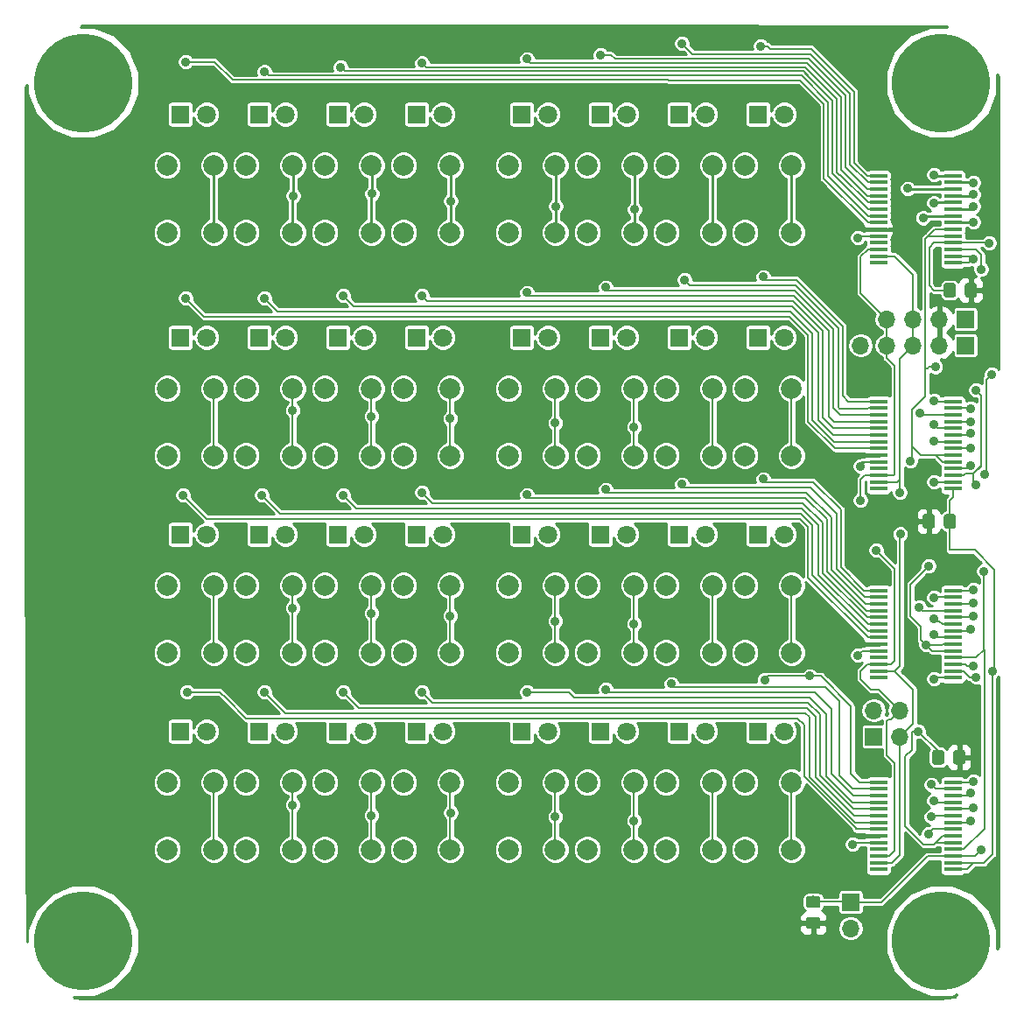
<source format=gtl>
G04 #@! TF.GenerationSoftware,KiCad,Pcbnew,(5.0.2)-1*
G04 #@! TF.CreationDate,2019-09-25T12:04:41-04:00*
G04 #@! TF.ProjectId,FrontPanel,46726f6e-7450-4616-9e65-6c2e6b696361,X1*
G04 #@! TF.SameCoordinates,Original*
G04 #@! TF.FileFunction,Copper,L1,Top*
G04 #@! TF.FilePolarity,Positive*
%FSLAX46Y46*%
G04 Gerber Fmt 4.6, Leading zero omitted, Abs format (unit mm)*
G04 Created by KiCad (PCBNEW (5.0.2)-1) date 9/25/2019 12:04:41 PM*
%MOMM*%
%LPD*%
G01*
G04 APERTURE LIST*
G04 #@! TA.AperFunction,ComponentPad*
%ADD10C,1.800000*%
G04 #@! TD*
G04 #@! TA.AperFunction,ComponentPad*
%ADD11R,1.800000X1.800000*%
G04 #@! TD*
G04 #@! TA.AperFunction,ComponentPad*
%ADD12R,1.700000X1.700000*%
G04 #@! TD*
G04 #@! TA.AperFunction,ComponentPad*
%ADD13O,1.700000X1.700000*%
G04 #@! TD*
G04 #@! TA.AperFunction,Conductor*
%ADD14C,0.150000*%
G04 #@! TD*
G04 #@! TA.AperFunction,SMDPad,CuDef*
%ADD15C,1.150000*%
G04 #@! TD*
G04 #@! TA.AperFunction,ComponentPad*
%ADD16C,2.000000*%
G04 #@! TD*
G04 #@! TA.AperFunction,ComponentPad*
%ADD17C,9.525000*%
G04 #@! TD*
G04 #@! TA.AperFunction,SMDPad,CuDef*
%ADD18R,1.750000X0.450000*%
G04 #@! TD*
G04 #@! TA.AperFunction,ViaPad*
%ADD19C,0.889000*%
G04 #@! TD*
G04 #@! TA.AperFunction,Conductor*
%ADD20C,0.152400*%
G04 #@! TD*
G04 #@! TA.AperFunction,Conductor*
%ADD21C,0.254000*%
G04 #@! TD*
G04 APERTURE END LIST*
D10*
G04 #@! TO.P,DS1,2*
G04 #@! TO.N,Net-(DS1-Pad2)*
X27940000Y-78740000D03*
D11*
G04 #@! TO.P,DS1,1*
G04 #@! TO.N,GND*
X25400000Y-78740000D03*
G04 #@! TD*
G04 #@! TO.P,DS2,1*
G04 #@! TO.N,GND*
X33020000Y-78740000D03*
D10*
G04 #@! TO.P,DS2,2*
G04 #@! TO.N,Net-(DS2-Pad2)*
X35560000Y-78740000D03*
G04 #@! TD*
G04 #@! TO.P,DS3,2*
G04 #@! TO.N,Net-(DS3-Pad2)*
X43180000Y-78740000D03*
D11*
G04 #@! TO.P,DS3,1*
G04 #@! TO.N,GND*
X40640000Y-78740000D03*
G04 #@! TD*
G04 #@! TO.P,DS4,1*
G04 #@! TO.N,GND*
X48260000Y-78740000D03*
D10*
G04 #@! TO.P,DS4,2*
G04 #@! TO.N,Net-(DS4-Pad2)*
X50800000Y-78740000D03*
G04 #@! TD*
G04 #@! TO.P,DS5,2*
G04 #@! TO.N,Net-(DS5-Pad2)*
X60960000Y-78740000D03*
D11*
G04 #@! TO.P,DS5,1*
G04 #@! TO.N,GND*
X58420000Y-78740000D03*
G04 #@! TD*
G04 #@! TO.P,DS6,1*
G04 #@! TO.N,GND*
X66040000Y-78740000D03*
D10*
G04 #@! TO.P,DS6,2*
G04 #@! TO.N,Net-(DS6-Pad2)*
X68580000Y-78740000D03*
G04 #@! TD*
G04 #@! TO.P,DS7,2*
G04 #@! TO.N,Net-(DS7-Pad2)*
X76200000Y-78740000D03*
D11*
G04 #@! TO.P,DS7,1*
G04 #@! TO.N,GND*
X73660000Y-78740000D03*
G04 #@! TD*
G04 #@! TO.P,DS8,1*
G04 #@! TO.N,GND*
X81280000Y-78740000D03*
D10*
G04 #@! TO.P,DS8,2*
G04 #@! TO.N,Net-(DS8-Pad2)*
X83820000Y-78740000D03*
G04 #@! TD*
G04 #@! TO.P,DS9,2*
G04 #@! TO.N,Net-(DS9-Pad2)*
X27940000Y-59690000D03*
D11*
G04 #@! TO.P,DS9,1*
G04 #@! TO.N,GND*
X25400000Y-59690000D03*
G04 #@! TD*
G04 #@! TO.P,DS10,1*
G04 #@! TO.N,GND*
X33020000Y-59690000D03*
D10*
G04 #@! TO.P,DS10,2*
G04 #@! TO.N,Net-(DS10-Pad2)*
X35560000Y-59690000D03*
G04 #@! TD*
G04 #@! TO.P,DS11,2*
G04 #@! TO.N,Net-(DS11-Pad2)*
X43180000Y-59690000D03*
D11*
G04 #@! TO.P,DS11,1*
G04 #@! TO.N,GND*
X40640000Y-59690000D03*
G04 #@! TD*
G04 #@! TO.P,DS12,1*
G04 #@! TO.N,GND*
X48260000Y-59690000D03*
D10*
G04 #@! TO.P,DS12,2*
G04 #@! TO.N,Net-(DS12-Pad2)*
X50800000Y-59690000D03*
G04 #@! TD*
G04 #@! TO.P,DS13,2*
G04 #@! TO.N,Net-(DS13-Pad2)*
X60960000Y-59690000D03*
D11*
G04 #@! TO.P,DS13,1*
G04 #@! TO.N,GND*
X58420000Y-59690000D03*
G04 #@! TD*
G04 #@! TO.P,DS14,1*
G04 #@! TO.N,GND*
X66040000Y-59690000D03*
D10*
G04 #@! TO.P,DS14,2*
G04 #@! TO.N,Net-(DS14-Pad2)*
X68580000Y-59690000D03*
G04 #@! TD*
G04 #@! TO.P,DS15,2*
G04 #@! TO.N,Net-(DS15-Pad2)*
X76200000Y-59690000D03*
D11*
G04 #@! TO.P,DS15,1*
G04 #@! TO.N,GND*
X73660000Y-59690000D03*
G04 #@! TD*
G04 #@! TO.P,DS16,1*
G04 #@! TO.N,GND*
X81280000Y-59690000D03*
D10*
G04 #@! TO.P,DS16,2*
G04 #@! TO.N,Net-(DS16-Pad2)*
X83820000Y-59690000D03*
G04 #@! TD*
G04 #@! TO.P,DS17,2*
G04 #@! TO.N,Net-(DS17-Pad2)*
X27940000Y-40640000D03*
D11*
G04 #@! TO.P,DS17,1*
G04 #@! TO.N,GND*
X25400000Y-40640000D03*
G04 #@! TD*
D10*
G04 #@! TO.P,DS18,2*
G04 #@! TO.N,Net-(DS18-Pad2)*
X35560000Y-40640000D03*
D11*
G04 #@! TO.P,DS18,1*
G04 #@! TO.N,GND*
X33020000Y-40640000D03*
G04 #@! TD*
D10*
G04 #@! TO.P,DS19,2*
G04 #@! TO.N,Net-(DS19-Pad2)*
X43180000Y-40640000D03*
D11*
G04 #@! TO.P,DS19,1*
G04 #@! TO.N,GND*
X40640000Y-40640000D03*
G04 #@! TD*
G04 #@! TO.P,DS20,1*
G04 #@! TO.N,GND*
X48260000Y-40640000D03*
D10*
G04 #@! TO.P,DS20,2*
G04 #@! TO.N,Net-(DS20-Pad2)*
X50800000Y-40640000D03*
G04 #@! TD*
G04 #@! TO.P,DS21,2*
G04 #@! TO.N,Net-(DS21-Pad2)*
X60960000Y-40640000D03*
D11*
G04 #@! TO.P,DS21,1*
G04 #@! TO.N,GND*
X58420000Y-40640000D03*
G04 #@! TD*
G04 #@! TO.P,DS22,1*
G04 #@! TO.N,GND*
X66040000Y-40640000D03*
D10*
G04 #@! TO.P,DS22,2*
G04 #@! TO.N,Net-(DS22-Pad2)*
X68580000Y-40640000D03*
G04 #@! TD*
G04 #@! TO.P,DS23,2*
G04 #@! TO.N,Net-(DS23-Pad2)*
X76200000Y-40640000D03*
D11*
G04 #@! TO.P,DS23,1*
G04 #@! TO.N,GND*
X73660000Y-40640000D03*
G04 #@! TD*
G04 #@! TO.P,DS24,1*
G04 #@! TO.N,GND*
X81280000Y-40640000D03*
D10*
G04 #@! TO.P,DS24,2*
G04 #@! TO.N,Net-(DS24-Pad2)*
X83820000Y-40640000D03*
G04 #@! TD*
D11*
G04 #@! TO.P,DS25,1*
G04 #@! TO.N,GND*
X25400000Y-19050000D03*
D10*
G04 #@! TO.P,DS25,2*
G04 #@! TO.N,Net-(DS25-Pad2)*
X27940000Y-19050000D03*
G04 #@! TD*
D11*
G04 #@! TO.P,DS26,1*
G04 #@! TO.N,GND*
X33020000Y-19050000D03*
D10*
G04 #@! TO.P,DS26,2*
G04 #@! TO.N,Net-(DS26-Pad2)*
X35560000Y-19050000D03*
G04 #@! TD*
G04 #@! TO.P,DS27,2*
G04 #@! TO.N,Net-(DS27-Pad2)*
X43180000Y-19050000D03*
D11*
G04 #@! TO.P,DS27,1*
G04 #@! TO.N,GND*
X40640000Y-19050000D03*
G04 #@! TD*
G04 #@! TO.P,DS28,1*
G04 #@! TO.N,GND*
X48260000Y-19050000D03*
D10*
G04 #@! TO.P,DS28,2*
G04 #@! TO.N,Net-(DS28-Pad2)*
X50800000Y-19050000D03*
G04 #@! TD*
G04 #@! TO.P,DS29,2*
G04 #@! TO.N,Net-(DS29-Pad2)*
X60960000Y-19050000D03*
D11*
G04 #@! TO.P,DS29,1*
G04 #@! TO.N,GND*
X58420000Y-19050000D03*
G04 #@! TD*
D10*
G04 #@! TO.P,DS30,2*
G04 #@! TO.N,Net-(DS30-Pad2)*
X68580000Y-19050000D03*
D11*
G04 #@! TO.P,DS30,1*
G04 #@! TO.N,GND*
X66040000Y-19050000D03*
G04 #@! TD*
G04 #@! TO.P,DS31,1*
G04 #@! TO.N,GND*
X73660000Y-19050000D03*
D10*
G04 #@! TO.P,DS31,2*
G04 #@! TO.N,Net-(DS31-Pad2)*
X76200000Y-19050000D03*
G04 #@! TD*
D11*
G04 #@! TO.P,DS32,1*
G04 #@! TO.N,GND*
X81280000Y-19050000D03*
D10*
G04 #@! TO.P,DS32,2*
G04 #@! TO.N,Net-(DS32-Pad2)*
X83820000Y-19050000D03*
G04 #@! TD*
D12*
G04 #@! TO.P,J1,1*
G04 #@! TO.N,/A2*
X90233500Y-95250000D03*
D13*
G04 #@! TO.P,J1,2*
G04 #@! TO.N,GND*
X90233500Y-97790000D03*
G04 #@! TD*
D14*
G04 #@! TO.N,/PUPINT*
G04 #@! TO.C,R3*
G36*
X99044905Y-80555804D02*
X99069173Y-80559404D01*
X99092972Y-80565365D01*
X99116071Y-80573630D01*
X99138250Y-80584120D01*
X99159293Y-80596732D01*
X99178999Y-80611347D01*
X99197177Y-80627823D01*
X99213653Y-80646001D01*
X99228268Y-80665707D01*
X99240880Y-80686750D01*
X99251370Y-80708929D01*
X99259635Y-80732028D01*
X99265596Y-80755827D01*
X99269196Y-80780095D01*
X99270400Y-80804599D01*
X99270400Y-81704601D01*
X99269196Y-81729105D01*
X99265596Y-81753373D01*
X99259635Y-81777172D01*
X99251370Y-81800271D01*
X99240880Y-81822450D01*
X99228268Y-81843493D01*
X99213653Y-81863199D01*
X99197177Y-81881377D01*
X99178999Y-81897853D01*
X99159293Y-81912468D01*
X99138250Y-81925080D01*
X99116071Y-81935570D01*
X99092972Y-81943835D01*
X99069173Y-81949796D01*
X99044905Y-81953396D01*
X99020401Y-81954600D01*
X98370399Y-81954600D01*
X98345895Y-81953396D01*
X98321627Y-81949796D01*
X98297828Y-81943835D01*
X98274729Y-81935570D01*
X98252550Y-81925080D01*
X98231507Y-81912468D01*
X98211801Y-81897853D01*
X98193623Y-81881377D01*
X98177147Y-81863199D01*
X98162532Y-81843493D01*
X98149920Y-81822450D01*
X98139430Y-81800271D01*
X98131165Y-81777172D01*
X98125204Y-81753373D01*
X98121604Y-81729105D01*
X98120400Y-81704601D01*
X98120400Y-80804599D01*
X98121604Y-80780095D01*
X98125204Y-80755827D01*
X98131165Y-80732028D01*
X98139430Y-80708929D01*
X98149920Y-80686750D01*
X98162532Y-80665707D01*
X98177147Y-80646001D01*
X98193623Y-80627823D01*
X98211801Y-80611347D01*
X98231507Y-80596732D01*
X98252550Y-80584120D01*
X98274729Y-80573630D01*
X98297828Y-80565365D01*
X98321627Y-80559404D01*
X98345895Y-80555804D01*
X98370399Y-80554600D01*
X99020401Y-80554600D01*
X99044905Y-80555804D01*
X99044905Y-80555804D01*
G37*
D15*
G04 #@! TD*
G04 #@! TO.P,R3,2*
G04 #@! TO.N,/PUPINT*
X98695400Y-81254600D03*
D14*
G04 #@! TO.N,+5V*
G04 #@! TO.C,R3*
G36*
X101094905Y-80555804D02*
X101119173Y-80559404D01*
X101142972Y-80565365D01*
X101166071Y-80573630D01*
X101188250Y-80584120D01*
X101209293Y-80596732D01*
X101228999Y-80611347D01*
X101247177Y-80627823D01*
X101263653Y-80646001D01*
X101278268Y-80665707D01*
X101290880Y-80686750D01*
X101301370Y-80708929D01*
X101309635Y-80732028D01*
X101315596Y-80755827D01*
X101319196Y-80780095D01*
X101320400Y-80804599D01*
X101320400Y-81704601D01*
X101319196Y-81729105D01*
X101315596Y-81753373D01*
X101309635Y-81777172D01*
X101301370Y-81800271D01*
X101290880Y-81822450D01*
X101278268Y-81843493D01*
X101263653Y-81863199D01*
X101247177Y-81881377D01*
X101228999Y-81897853D01*
X101209293Y-81912468D01*
X101188250Y-81925080D01*
X101166071Y-81935570D01*
X101142972Y-81943835D01*
X101119173Y-81949796D01*
X101094905Y-81953396D01*
X101070401Y-81954600D01*
X100420399Y-81954600D01*
X100395895Y-81953396D01*
X100371627Y-81949796D01*
X100347828Y-81943835D01*
X100324729Y-81935570D01*
X100302550Y-81925080D01*
X100281507Y-81912468D01*
X100261801Y-81897853D01*
X100243623Y-81881377D01*
X100227147Y-81863199D01*
X100212532Y-81843493D01*
X100199920Y-81822450D01*
X100189430Y-81800271D01*
X100181165Y-81777172D01*
X100175204Y-81753373D01*
X100171604Y-81729105D01*
X100170400Y-81704601D01*
X100170400Y-80804599D01*
X100171604Y-80780095D01*
X100175204Y-80755827D01*
X100181165Y-80732028D01*
X100189430Y-80708929D01*
X100199920Y-80686750D01*
X100212532Y-80665707D01*
X100227147Y-80646001D01*
X100243623Y-80627823D01*
X100261801Y-80611347D01*
X100281507Y-80596732D01*
X100302550Y-80584120D01*
X100324729Y-80573630D01*
X100347828Y-80565365D01*
X100371627Y-80559404D01*
X100395895Y-80555804D01*
X100420399Y-80554600D01*
X101070401Y-80554600D01*
X101094905Y-80555804D01*
X101094905Y-80555804D01*
G37*
D15*
G04 #@! TD*
G04 #@! TO.P,R3,1*
G04 #@! TO.N,+5V*
X100745400Y-81254600D03*
D14*
G04 #@! TO.N,+5V*
G04 #@! TO.C,R4*
G36*
X102212505Y-35369204D02*
X102236773Y-35372804D01*
X102260572Y-35378765D01*
X102283671Y-35387030D01*
X102305850Y-35397520D01*
X102326893Y-35410132D01*
X102346599Y-35424747D01*
X102364777Y-35441223D01*
X102381253Y-35459401D01*
X102395868Y-35479107D01*
X102408480Y-35500150D01*
X102418970Y-35522329D01*
X102427235Y-35545428D01*
X102433196Y-35569227D01*
X102436796Y-35593495D01*
X102438000Y-35617999D01*
X102438000Y-36518001D01*
X102436796Y-36542505D01*
X102433196Y-36566773D01*
X102427235Y-36590572D01*
X102418970Y-36613671D01*
X102408480Y-36635850D01*
X102395868Y-36656893D01*
X102381253Y-36676599D01*
X102364777Y-36694777D01*
X102346599Y-36711253D01*
X102326893Y-36725868D01*
X102305850Y-36738480D01*
X102283671Y-36748970D01*
X102260572Y-36757235D01*
X102236773Y-36763196D01*
X102212505Y-36766796D01*
X102188001Y-36768000D01*
X101537999Y-36768000D01*
X101513495Y-36766796D01*
X101489227Y-36763196D01*
X101465428Y-36757235D01*
X101442329Y-36748970D01*
X101420150Y-36738480D01*
X101399107Y-36725868D01*
X101379401Y-36711253D01*
X101361223Y-36694777D01*
X101344747Y-36676599D01*
X101330132Y-36656893D01*
X101317520Y-36635850D01*
X101307030Y-36613671D01*
X101298765Y-36590572D01*
X101292804Y-36566773D01*
X101289204Y-36542505D01*
X101288000Y-36518001D01*
X101288000Y-35617999D01*
X101289204Y-35593495D01*
X101292804Y-35569227D01*
X101298765Y-35545428D01*
X101307030Y-35522329D01*
X101317520Y-35500150D01*
X101330132Y-35479107D01*
X101344747Y-35459401D01*
X101361223Y-35441223D01*
X101379401Y-35424747D01*
X101399107Y-35410132D01*
X101420150Y-35397520D01*
X101442329Y-35387030D01*
X101465428Y-35378765D01*
X101489227Y-35372804D01*
X101513495Y-35369204D01*
X101537999Y-35368000D01*
X102188001Y-35368000D01*
X102212505Y-35369204D01*
X102212505Y-35369204D01*
G37*
D15*
G04 #@! TD*
G04 #@! TO.P,R4,1*
G04 #@! TO.N,+5V*
X101863000Y-36068000D03*
D14*
G04 #@! TO.N,/PUPRST*
G04 #@! TO.C,R4*
G36*
X100162505Y-35369204D02*
X100186773Y-35372804D01*
X100210572Y-35378765D01*
X100233671Y-35387030D01*
X100255850Y-35397520D01*
X100276893Y-35410132D01*
X100296599Y-35424747D01*
X100314777Y-35441223D01*
X100331253Y-35459401D01*
X100345868Y-35479107D01*
X100358480Y-35500150D01*
X100368970Y-35522329D01*
X100377235Y-35545428D01*
X100383196Y-35569227D01*
X100386796Y-35593495D01*
X100388000Y-35617999D01*
X100388000Y-36518001D01*
X100386796Y-36542505D01*
X100383196Y-36566773D01*
X100377235Y-36590572D01*
X100368970Y-36613671D01*
X100358480Y-36635850D01*
X100345868Y-36656893D01*
X100331253Y-36676599D01*
X100314777Y-36694777D01*
X100296599Y-36711253D01*
X100276893Y-36725868D01*
X100255850Y-36738480D01*
X100233671Y-36748970D01*
X100210572Y-36757235D01*
X100186773Y-36763196D01*
X100162505Y-36766796D01*
X100138001Y-36768000D01*
X99487999Y-36768000D01*
X99463495Y-36766796D01*
X99439227Y-36763196D01*
X99415428Y-36757235D01*
X99392329Y-36748970D01*
X99370150Y-36738480D01*
X99349107Y-36725868D01*
X99329401Y-36711253D01*
X99311223Y-36694777D01*
X99294747Y-36676599D01*
X99280132Y-36656893D01*
X99267520Y-36635850D01*
X99257030Y-36613671D01*
X99248765Y-36590572D01*
X99242804Y-36566773D01*
X99239204Y-36542505D01*
X99238000Y-36518001D01*
X99238000Y-35617999D01*
X99239204Y-35593495D01*
X99242804Y-35569227D01*
X99248765Y-35545428D01*
X99257030Y-35522329D01*
X99267520Y-35500150D01*
X99280132Y-35479107D01*
X99294747Y-35459401D01*
X99311223Y-35441223D01*
X99329401Y-35424747D01*
X99349107Y-35410132D01*
X99370150Y-35397520D01*
X99392329Y-35387030D01*
X99415428Y-35378765D01*
X99439227Y-35372804D01*
X99463495Y-35369204D01*
X99487999Y-35368000D01*
X100138001Y-35368000D01*
X100162505Y-35369204D01*
X100162505Y-35369204D01*
G37*
D15*
G04 #@! TD*
G04 #@! TO.P,R4,2*
G04 #@! TO.N,/PUPRST*
X99813000Y-36068000D03*
D14*
G04 #@! TO.N,+5V*
G04 #@! TO.C,R6*
G36*
X87088505Y-96717204D02*
X87112773Y-96720804D01*
X87136572Y-96726765D01*
X87159671Y-96735030D01*
X87181850Y-96745520D01*
X87202893Y-96758132D01*
X87222599Y-96772747D01*
X87240777Y-96789223D01*
X87257253Y-96807401D01*
X87271868Y-96827107D01*
X87284480Y-96848150D01*
X87294970Y-96870329D01*
X87303235Y-96893428D01*
X87309196Y-96917227D01*
X87312796Y-96941495D01*
X87314000Y-96965999D01*
X87314000Y-97616001D01*
X87312796Y-97640505D01*
X87309196Y-97664773D01*
X87303235Y-97688572D01*
X87294970Y-97711671D01*
X87284480Y-97733850D01*
X87271868Y-97754893D01*
X87257253Y-97774599D01*
X87240777Y-97792777D01*
X87222599Y-97809253D01*
X87202893Y-97823868D01*
X87181850Y-97836480D01*
X87159671Y-97846970D01*
X87136572Y-97855235D01*
X87112773Y-97861196D01*
X87088505Y-97864796D01*
X87064001Y-97866000D01*
X86163999Y-97866000D01*
X86139495Y-97864796D01*
X86115227Y-97861196D01*
X86091428Y-97855235D01*
X86068329Y-97846970D01*
X86046150Y-97836480D01*
X86025107Y-97823868D01*
X86005401Y-97809253D01*
X85987223Y-97792777D01*
X85970747Y-97774599D01*
X85956132Y-97754893D01*
X85943520Y-97733850D01*
X85933030Y-97711671D01*
X85924765Y-97688572D01*
X85918804Y-97664773D01*
X85915204Y-97640505D01*
X85914000Y-97616001D01*
X85914000Y-96965999D01*
X85915204Y-96941495D01*
X85918804Y-96917227D01*
X85924765Y-96893428D01*
X85933030Y-96870329D01*
X85943520Y-96848150D01*
X85956132Y-96827107D01*
X85970747Y-96807401D01*
X85987223Y-96789223D01*
X86005401Y-96772747D01*
X86025107Y-96758132D01*
X86046150Y-96745520D01*
X86068329Y-96735030D01*
X86091428Y-96726765D01*
X86115227Y-96720804D01*
X86139495Y-96717204D01*
X86163999Y-96716000D01*
X87064001Y-96716000D01*
X87088505Y-96717204D01*
X87088505Y-96717204D01*
G37*
D15*
G04 #@! TD*
G04 #@! TO.P,R6,2*
G04 #@! TO.N,+5V*
X86614000Y-97291000D03*
D14*
G04 #@! TO.N,/A2*
G04 #@! TO.C,R6*
G36*
X87088505Y-94667204D02*
X87112773Y-94670804D01*
X87136572Y-94676765D01*
X87159671Y-94685030D01*
X87181850Y-94695520D01*
X87202893Y-94708132D01*
X87222599Y-94722747D01*
X87240777Y-94739223D01*
X87257253Y-94757401D01*
X87271868Y-94777107D01*
X87284480Y-94798150D01*
X87294970Y-94820329D01*
X87303235Y-94843428D01*
X87309196Y-94867227D01*
X87312796Y-94891495D01*
X87314000Y-94915999D01*
X87314000Y-95566001D01*
X87312796Y-95590505D01*
X87309196Y-95614773D01*
X87303235Y-95638572D01*
X87294970Y-95661671D01*
X87284480Y-95683850D01*
X87271868Y-95704893D01*
X87257253Y-95724599D01*
X87240777Y-95742777D01*
X87222599Y-95759253D01*
X87202893Y-95773868D01*
X87181850Y-95786480D01*
X87159671Y-95796970D01*
X87136572Y-95805235D01*
X87112773Y-95811196D01*
X87088505Y-95814796D01*
X87064001Y-95816000D01*
X86163999Y-95816000D01*
X86139495Y-95814796D01*
X86115227Y-95811196D01*
X86091428Y-95805235D01*
X86068329Y-95796970D01*
X86046150Y-95786480D01*
X86025107Y-95773868D01*
X86005401Y-95759253D01*
X85987223Y-95742777D01*
X85970747Y-95724599D01*
X85956132Y-95704893D01*
X85943520Y-95683850D01*
X85933030Y-95661671D01*
X85924765Y-95638572D01*
X85918804Y-95614773D01*
X85915204Y-95590505D01*
X85914000Y-95566001D01*
X85914000Y-94915999D01*
X85915204Y-94891495D01*
X85918804Y-94867227D01*
X85924765Y-94843428D01*
X85933030Y-94820329D01*
X85943520Y-94798150D01*
X85956132Y-94777107D01*
X85970747Y-94757401D01*
X85987223Y-94739223D01*
X86005401Y-94722747D01*
X86025107Y-94708132D01*
X86046150Y-94695520D01*
X86068329Y-94685030D01*
X86091428Y-94676765D01*
X86115227Y-94670804D01*
X86139495Y-94667204D01*
X86163999Y-94666000D01*
X87064001Y-94666000D01*
X87088505Y-94667204D01*
X87088505Y-94667204D01*
G37*
D15*
G04 #@! TD*
G04 #@! TO.P,R6,1*
G04 #@! TO.N,/A2*
X86614000Y-95241000D03*
D14*
G04 #@! TO.N,+5V*
G04 #@! TO.C,R7*
G36*
X98130505Y-57721204D02*
X98154773Y-57724804D01*
X98178572Y-57730765D01*
X98201671Y-57739030D01*
X98223850Y-57749520D01*
X98244893Y-57762132D01*
X98264599Y-57776747D01*
X98282777Y-57793223D01*
X98299253Y-57811401D01*
X98313868Y-57831107D01*
X98326480Y-57852150D01*
X98336970Y-57874329D01*
X98345235Y-57897428D01*
X98351196Y-57921227D01*
X98354796Y-57945495D01*
X98356000Y-57969999D01*
X98356000Y-58870001D01*
X98354796Y-58894505D01*
X98351196Y-58918773D01*
X98345235Y-58942572D01*
X98336970Y-58965671D01*
X98326480Y-58987850D01*
X98313868Y-59008893D01*
X98299253Y-59028599D01*
X98282777Y-59046777D01*
X98264599Y-59063253D01*
X98244893Y-59077868D01*
X98223850Y-59090480D01*
X98201671Y-59100970D01*
X98178572Y-59109235D01*
X98154773Y-59115196D01*
X98130505Y-59118796D01*
X98106001Y-59120000D01*
X97455999Y-59120000D01*
X97431495Y-59118796D01*
X97407227Y-59115196D01*
X97383428Y-59109235D01*
X97360329Y-59100970D01*
X97338150Y-59090480D01*
X97317107Y-59077868D01*
X97297401Y-59063253D01*
X97279223Y-59046777D01*
X97262747Y-59028599D01*
X97248132Y-59008893D01*
X97235520Y-58987850D01*
X97225030Y-58965671D01*
X97216765Y-58942572D01*
X97210804Y-58918773D01*
X97207204Y-58894505D01*
X97206000Y-58870001D01*
X97206000Y-57969999D01*
X97207204Y-57945495D01*
X97210804Y-57921227D01*
X97216765Y-57897428D01*
X97225030Y-57874329D01*
X97235520Y-57852150D01*
X97248132Y-57831107D01*
X97262747Y-57811401D01*
X97279223Y-57793223D01*
X97297401Y-57776747D01*
X97317107Y-57762132D01*
X97338150Y-57749520D01*
X97360329Y-57739030D01*
X97383428Y-57730765D01*
X97407227Y-57724804D01*
X97431495Y-57721204D01*
X97455999Y-57720000D01*
X98106001Y-57720000D01*
X98130505Y-57721204D01*
X98130505Y-57721204D01*
G37*
D15*
G04 #@! TD*
G04 #@! TO.P,R7,1*
G04 #@! TO.N,+5V*
X97781000Y-58420000D03*
D14*
G04 #@! TO.N,/PUPADR*
G04 #@! TO.C,R7*
G36*
X100180505Y-57721204D02*
X100204773Y-57724804D01*
X100228572Y-57730765D01*
X100251671Y-57739030D01*
X100273850Y-57749520D01*
X100294893Y-57762132D01*
X100314599Y-57776747D01*
X100332777Y-57793223D01*
X100349253Y-57811401D01*
X100363868Y-57831107D01*
X100376480Y-57852150D01*
X100386970Y-57874329D01*
X100395235Y-57897428D01*
X100401196Y-57921227D01*
X100404796Y-57945495D01*
X100406000Y-57969999D01*
X100406000Y-58870001D01*
X100404796Y-58894505D01*
X100401196Y-58918773D01*
X100395235Y-58942572D01*
X100386970Y-58965671D01*
X100376480Y-58987850D01*
X100363868Y-59008893D01*
X100349253Y-59028599D01*
X100332777Y-59046777D01*
X100314599Y-59063253D01*
X100294893Y-59077868D01*
X100273850Y-59090480D01*
X100251671Y-59100970D01*
X100228572Y-59109235D01*
X100204773Y-59115196D01*
X100180505Y-59118796D01*
X100156001Y-59120000D01*
X99505999Y-59120000D01*
X99481495Y-59118796D01*
X99457227Y-59115196D01*
X99433428Y-59109235D01*
X99410329Y-59100970D01*
X99388150Y-59090480D01*
X99367107Y-59077868D01*
X99347401Y-59063253D01*
X99329223Y-59046777D01*
X99312747Y-59028599D01*
X99298132Y-59008893D01*
X99285520Y-58987850D01*
X99275030Y-58965671D01*
X99266765Y-58942572D01*
X99260804Y-58918773D01*
X99257204Y-58894505D01*
X99256000Y-58870001D01*
X99256000Y-57969999D01*
X99257204Y-57945495D01*
X99260804Y-57921227D01*
X99266765Y-57897428D01*
X99275030Y-57874329D01*
X99285520Y-57852150D01*
X99298132Y-57831107D01*
X99312747Y-57811401D01*
X99329223Y-57793223D01*
X99347401Y-57776747D01*
X99367107Y-57762132D01*
X99388150Y-57749520D01*
X99410329Y-57739030D01*
X99433428Y-57730765D01*
X99457227Y-57724804D01*
X99481495Y-57721204D01*
X99505999Y-57720000D01*
X100156001Y-57720000D01*
X100180505Y-57721204D01*
X100180505Y-57721204D01*
G37*
D15*
G04 #@! TD*
G04 #@! TO.P,R7,2*
G04 #@! TO.N,/PUPADR*
X99831000Y-58420000D03*
D16*
G04 #@! TO.P,SW1,2*
G04 #@! TO.N,/S1D7*
X28630000Y-90170000D03*
G04 #@! TO.P,SW1,1*
G04 #@! TO.N,GND*
X24130000Y-90170000D03*
G04 #@! TO.P,SW1,2*
G04 #@! TO.N,/S1D7*
X28630000Y-83670000D03*
G04 #@! TO.P,SW1,1*
G04 #@! TO.N,GND*
X24130000Y-83670000D03*
G04 #@! TD*
G04 #@! TO.P,SW2,1*
G04 #@! TO.N,GND*
X31750000Y-83670000D03*
G04 #@! TO.P,SW2,2*
G04 #@! TO.N,/S1D6*
X36250000Y-83670000D03*
G04 #@! TO.P,SW2,1*
G04 #@! TO.N,GND*
X31750000Y-90170000D03*
G04 #@! TO.P,SW2,2*
G04 #@! TO.N,/S1D6*
X36250000Y-90170000D03*
G04 #@! TD*
G04 #@! TO.P,SW3,2*
G04 #@! TO.N,/S1D5*
X43870000Y-90170000D03*
G04 #@! TO.P,SW3,1*
G04 #@! TO.N,GND*
X39370000Y-90170000D03*
G04 #@! TO.P,SW3,2*
G04 #@! TO.N,/S1D5*
X43870000Y-83670000D03*
G04 #@! TO.P,SW3,1*
G04 #@! TO.N,GND*
X39370000Y-83670000D03*
G04 #@! TD*
G04 #@! TO.P,SW4,1*
G04 #@! TO.N,GND*
X46990000Y-83670000D03*
G04 #@! TO.P,SW4,2*
G04 #@! TO.N,/S1D4*
X51490000Y-83670000D03*
G04 #@! TO.P,SW4,1*
G04 #@! TO.N,GND*
X46990000Y-90170000D03*
G04 #@! TO.P,SW4,2*
G04 #@! TO.N,/S1D4*
X51490000Y-90170000D03*
G04 #@! TD*
G04 #@! TO.P,SW5,2*
G04 #@! TO.N,/S1D3*
X61650000Y-90170000D03*
G04 #@! TO.P,SW5,1*
G04 #@! TO.N,GND*
X57150000Y-90170000D03*
G04 #@! TO.P,SW5,2*
G04 #@! TO.N,/S1D3*
X61650000Y-83670000D03*
G04 #@! TO.P,SW5,1*
G04 #@! TO.N,GND*
X57150000Y-83670000D03*
G04 #@! TD*
G04 #@! TO.P,SW6,1*
G04 #@! TO.N,GND*
X64770000Y-83670000D03*
G04 #@! TO.P,SW6,2*
G04 #@! TO.N,/S1D2*
X69270000Y-83670000D03*
G04 #@! TO.P,SW6,1*
G04 #@! TO.N,GND*
X64770000Y-90170000D03*
G04 #@! TO.P,SW6,2*
G04 #@! TO.N,/S1D2*
X69270000Y-90170000D03*
G04 #@! TD*
G04 #@! TO.P,SW7,2*
G04 #@! TO.N,/S1D1*
X76890000Y-90170000D03*
G04 #@! TO.P,SW7,1*
G04 #@! TO.N,GND*
X72390000Y-90170000D03*
G04 #@! TO.P,SW7,2*
G04 #@! TO.N,/S1D1*
X76890000Y-83670000D03*
G04 #@! TO.P,SW7,1*
G04 #@! TO.N,GND*
X72390000Y-83670000D03*
G04 #@! TD*
G04 #@! TO.P,SW8,1*
G04 #@! TO.N,GND*
X80010000Y-83670000D03*
G04 #@! TO.P,SW8,2*
G04 #@! TO.N,/S1D0*
X84510000Y-83670000D03*
G04 #@! TO.P,SW8,1*
G04 #@! TO.N,GND*
X80010000Y-90170000D03*
G04 #@! TO.P,SW8,2*
G04 #@! TO.N,/S1D0*
X84510000Y-90170000D03*
G04 #@! TD*
G04 #@! TO.P,SW9,2*
G04 #@! TO.N,/S2D7*
X28630000Y-71120000D03*
G04 #@! TO.P,SW9,1*
G04 #@! TO.N,GND*
X24130000Y-71120000D03*
G04 #@! TO.P,SW9,2*
G04 #@! TO.N,/S2D7*
X28630000Y-64620000D03*
G04 #@! TO.P,SW9,1*
G04 #@! TO.N,GND*
X24130000Y-64620000D03*
G04 #@! TD*
G04 #@! TO.P,SW10,1*
G04 #@! TO.N,GND*
X31750000Y-64620000D03*
G04 #@! TO.P,SW10,2*
G04 #@! TO.N,/S2D6*
X36250000Y-64620000D03*
G04 #@! TO.P,SW10,1*
G04 #@! TO.N,GND*
X31750000Y-71120000D03*
G04 #@! TO.P,SW10,2*
G04 #@! TO.N,/S2D6*
X36250000Y-71120000D03*
G04 #@! TD*
G04 #@! TO.P,SW11,2*
G04 #@! TO.N,/S2D5*
X43870000Y-71120000D03*
G04 #@! TO.P,SW11,1*
G04 #@! TO.N,GND*
X39370000Y-71120000D03*
G04 #@! TO.P,SW11,2*
G04 #@! TO.N,/S2D5*
X43870000Y-64620000D03*
G04 #@! TO.P,SW11,1*
G04 #@! TO.N,GND*
X39370000Y-64620000D03*
G04 #@! TD*
G04 #@! TO.P,SW12,1*
G04 #@! TO.N,GND*
X46990000Y-64620000D03*
G04 #@! TO.P,SW12,2*
G04 #@! TO.N,/S2D4*
X51490000Y-64620000D03*
G04 #@! TO.P,SW12,1*
G04 #@! TO.N,GND*
X46990000Y-71120000D03*
G04 #@! TO.P,SW12,2*
G04 #@! TO.N,/S2D4*
X51490000Y-71120000D03*
G04 #@! TD*
G04 #@! TO.P,SW13,2*
G04 #@! TO.N,/S2D3*
X61650000Y-71120000D03*
G04 #@! TO.P,SW13,1*
G04 #@! TO.N,GND*
X57150000Y-71120000D03*
G04 #@! TO.P,SW13,2*
G04 #@! TO.N,/S2D3*
X61650000Y-64620000D03*
G04 #@! TO.P,SW13,1*
G04 #@! TO.N,GND*
X57150000Y-64620000D03*
G04 #@! TD*
G04 #@! TO.P,SW14,1*
G04 #@! TO.N,GND*
X64770000Y-64620000D03*
G04 #@! TO.P,SW14,2*
G04 #@! TO.N,/S2D2*
X69270000Y-64620000D03*
G04 #@! TO.P,SW14,1*
G04 #@! TO.N,GND*
X64770000Y-71120000D03*
G04 #@! TO.P,SW14,2*
G04 #@! TO.N,/S2D2*
X69270000Y-71120000D03*
G04 #@! TD*
G04 #@! TO.P,SW15,1*
G04 #@! TO.N,GND*
X72390000Y-64620000D03*
G04 #@! TO.P,SW15,2*
G04 #@! TO.N,/S2D1*
X76890000Y-64620000D03*
G04 #@! TO.P,SW15,1*
G04 #@! TO.N,GND*
X72390000Y-71120000D03*
G04 #@! TO.P,SW15,2*
G04 #@! TO.N,/S2D1*
X76890000Y-71120000D03*
G04 #@! TD*
G04 #@! TO.P,SW16,1*
G04 #@! TO.N,GND*
X80010000Y-64620000D03*
G04 #@! TO.P,SW16,2*
G04 #@! TO.N,/S2D0*
X84510000Y-64620000D03*
G04 #@! TO.P,SW16,1*
G04 #@! TO.N,GND*
X80010000Y-71120000D03*
G04 #@! TO.P,SW16,2*
G04 #@! TO.N,/S2D0*
X84510000Y-71120000D03*
G04 #@! TD*
G04 #@! TO.P,SW17,2*
G04 #@! TO.N,/S3D7*
X28630000Y-52070000D03*
G04 #@! TO.P,SW17,1*
G04 #@! TO.N,GND*
X24130000Y-52070000D03*
G04 #@! TO.P,SW17,2*
G04 #@! TO.N,/S3D7*
X28630000Y-45570000D03*
G04 #@! TO.P,SW17,1*
G04 #@! TO.N,GND*
X24130000Y-45570000D03*
G04 #@! TD*
G04 #@! TO.P,SW18,1*
G04 #@! TO.N,GND*
X31750000Y-45570000D03*
G04 #@! TO.P,SW18,2*
G04 #@! TO.N,/S3D6*
X36250000Y-45570000D03*
G04 #@! TO.P,SW18,1*
G04 #@! TO.N,GND*
X31750000Y-52070000D03*
G04 #@! TO.P,SW18,2*
G04 #@! TO.N,/S3D6*
X36250000Y-52070000D03*
G04 #@! TD*
G04 #@! TO.P,SW19,2*
G04 #@! TO.N,/S3D5*
X43870000Y-52070000D03*
G04 #@! TO.P,SW19,1*
G04 #@! TO.N,GND*
X39370000Y-52070000D03*
G04 #@! TO.P,SW19,2*
G04 #@! TO.N,/S3D5*
X43870000Y-45570000D03*
G04 #@! TO.P,SW19,1*
G04 #@! TO.N,GND*
X39370000Y-45570000D03*
G04 #@! TD*
G04 #@! TO.P,SW20,1*
G04 #@! TO.N,GND*
X46990000Y-45570000D03*
G04 #@! TO.P,SW20,2*
G04 #@! TO.N,/S3D4*
X51490000Y-45570000D03*
G04 #@! TO.P,SW20,1*
G04 #@! TO.N,GND*
X46990000Y-52070000D03*
G04 #@! TO.P,SW20,2*
G04 #@! TO.N,/S3D4*
X51490000Y-52070000D03*
G04 #@! TD*
G04 #@! TO.P,SW21,2*
G04 #@! TO.N,/S3D3*
X61650000Y-52070000D03*
G04 #@! TO.P,SW21,1*
G04 #@! TO.N,GND*
X57150000Y-52070000D03*
G04 #@! TO.P,SW21,2*
G04 #@! TO.N,/S3D3*
X61650000Y-45570000D03*
G04 #@! TO.P,SW21,1*
G04 #@! TO.N,GND*
X57150000Y-45570000D03*
G04 #@! TD*
G04 #@! TO.P,SW22,1*
G04 #@! TO.N,GND*
X64770000Y-45570000D03*
G04 #@! TO.P,SW22,2*
G04 #@! TO.N,/S3D2*
X69270000Y-45570000D03*
G04 #@! TO.P,SW22,1*
G04 #@! TO.N,GND*
X64770000Y-52070000D03*
G04 #@! TO.P,SW22,2*
G04 #@! TO.N,/S3D2*
X69270000Y-52070000D03*
G04 #@! TD*
G04 #@! TO.P,SW23,2*
G04 #@! TO.N,/S3D1*
X76890000Y-52070000D03*
G04 #@! TO.P,SW23,1*
G04 #@! TO.N,GND*
X72390000Y-52070000D03*
G04 #@! TO.P,SW23,2*
G04 #@! TO.N,/S3D1*
X76890000Y-45570000D03*
G04 #@! TO.P,SW23,1*
G04 #@! TO.N,GND*
X72390000Y-45570000D03*
G04 #@! TD*
G04 #@! TO.P,SW24,2*
G04 #@! TO.N,/S3D0*
X84510000Y-52070000D03*
G04 #@! TO.P,SW24,1*
G04 #@! TO.N,GND*
X80010000Y-52070000D03*
G04 #@! TO.P,SW24,2*
G04 #@! TO.N,/S3D0*
X84510000Y-45570000D03*
G04 #@! TO.P,SW24,1*
G04 #@! TO.N,GND*
X80010000Y-45570000D03*
G04 #@! TD*
G04 #@! TO.P,SW25,2*
G04 #@! TO.N,/S4D7*
X28630000Y-30480000D03*
G04 #@! TO.P,SW25,1*
G04 #@! TO.N,GND*
X24130000Y-30480000D03*
G04 #@! TO.P,SW25,2*
G04 #@! TO.N,/S4D7*
X28630000Y-23980000D03*
G04 #@! TO.P,SW25,1*
G04 #@! TO.N,GND*
X24130000Y-23980000D03*
G04 #@! TD*
G04 #@! TO.P,SW26,1*
G04 #@! TO.N,GND*
X31750000Y-23980000D03*
G04 #@! TO.P,SW26,2*
G04 #@! TO.N,/S4D6*
X36250000Y-23980000D03*
G04 #@! TO.P,SW26,1*
G04 #@! TO.N,GND*
X31750000Y-30480000D03*
G04 #@! TO.P,SW26,2*
G04 #@! TO.N,/S4D6*
X36250000Y-30480000D03*
G04 #@! TD*
G04 #@! TO.P,SW27,2*
G04 #@! TO.N,/S4D5*
X43870000Y-30480000D03*
G04 #@! TO.P,SW27,1*
G04 #@! TO.N,GND*
X39370000Y-30480000D03*
G04 #@! TO.P,SW27,2*
G04 #@! TO.N,/S4D5*
X43870000Y-23980000D03*
G04 #@! TO.P,SW27,1*
G04 #@! TO.N,GND*
X39370000Y-23980000D03*
G04 #@! TD*
G04 #@! TO.P,SW28,1*
G04 #@! TO.N,GND*
X46990000Y-23980000D03*
G04 #@! TO.P,SW28,2*
G04 #@! TO.N,/S4D4*
X51490000Y-23980000D03*
G04 #@! TO.P,SW28,1*
G04 #@! TO.N,GND*
X46990000Y-30480000D03*
G04 #@! TO.P,SW28,2*
G04 #@! TO.N,/S4D4*
X51490000Y-30480000D03*
G04 #@! TD*
G04 #@! TO.P,SW29,2*
G04 #@! TO.N,/S4D3*
X61650000Y-30480000D03*
G04 #@! TO.P,SW29,1*
G04 #@! TO.N,GND*
X57150000Y-30480000D03*
G04 #@! TO.P,SW29,2*
G04 #@! TO.N,/S4D3*
X61650000Y-23980000D03*
G04 #@! TO.P,SW29,1*
G04 #@! TO.N,GND*
X57150000Y-23980000D03*
G04 #@! TD*
G04 #@! TO.P,SW30,1*
G04 #@! TO.N,GND*
X64770000Y-23980000D03*
G04 #@! TO.P,SW30,2*
G04 #@! TO.N,/S4D2*
X69270000Y-23980000D03*
G04 #@! TO.P,SW30,1*
G04 #@! TO.N,GND*
X64770000Y-30480000D03*
G04 #@! TO.P,SW30,2*
G04 #@! TO.N,/S4D2*
X69270000Y-30480000D03*
G04 #@! TD*
G04 #@! TO.P,SW31,2*
G04 #@! TO.N,/S4D1*
X76890000Y-30480000D03*
G04 #@! TO.P,SW31,1*
G04 #@! TO.N,GND*
X72390000Y-30480000D03*
G04 #@! TO.P,SW31,2*
G04 #@! TO.N,/S4D1*
X76890000Y-23980000D03*
G04 #@! TO.P,SW31,1*
G04 #@! TO.N,GND*
X72390000Y-23980000D03*
G04 #@! TD*
G04 #@! TO.P,SW32,1*
G04 #@! TO.N,GND*
X80010000Y-23980000D03*
G04 #@! TO.P,SW32,2*
G04 #@! TO.N,/S4D0*
X84510000Y-23980000D03*
G04 #@! TO.P,SW32,1*
G04 #@! TO.N,GND*
X80010000Y-30480000D03*
G04 #@! TO.P,SW32,2*
G04 #@! TO.N,/S4D0*
X84510000Y-30480000D03*
G04 #@! TD*
D12*
G04 #@! TO.P,J3,1*
G04 #@! TO.N,GND*
X101346000Y-38862000D03*
D13*
G04 #@! TO.P,J3,2*
G04 #@! TO.N,+5V*
X98806000Y-38862000D03*
G04 #@! TO.P,J3,3*
G04 #@! TO.N,/SDA*
X96266000Y-38862000D03*
G04 #@! TO.P,J3,4*
G04 #@! TO.N,/SCL*
X93726000Y-38862000D03*
G04 #@! TD*
D17*
G04 #@! TO.P,MTG1,1*
G04 #@! TO.N,N/C*
X99000000Y-99000000D03*
G04 #@! TD*
G04 #@! TO.P,MTG2,1*
G04 #@! TO.N,N/C*
X16000000Y-99000000D03*
G04 #@! TD*
G04 #@! TO.P,MTG3,1*
G04 #@! TO.N,N/C*
X99000000Y-16000000D03*
G04 #@! TD*
G04 #@! TO.P,MTG4,1*
G04 #@! TO.N,N/C*
X16000000Y-16000000D03*
G04 #@! TD*
D18*
G04 #@! TO.P,U1,28*
G04 #@! TO.N,/S1D7*
X100120000Y-83659000D03*
G04 #@! TO.P,U1,27*
G04 #@! TO.N,/S1D6*
X100120000Y-84309000D03*
G04 #@! TO.P,U1,26*
G04 #@! TO.N,/S1D5*
X100120000Y-84959000D03*
G04 #@! TO.P,U1,25*
G04 #@! TO.N,/S1D4*
X100120000Y-85609000D03*
G04 #@! TO.P,U1,24*
G04 #@! TO.N,/S1D3*
X100120000Y-86259000D03*
G04 #@! TO.P,U1,23*
G04 #@! TO.N,/S1D2*
X100120000Y-86909000D03*
G04 #@! TO.P,U1,22*
G04 #@! TO.N,/S1D1*
X100120000Y-87559000D03*
G04 #@! TO.P,U1,21*
G04 #@! TO.N,/S1D0*
X100120000Y-88209000D03*
G04 #@! TO.P,U1,20*
G04 #@! TO.N,/PUPINT*
X100120000Y-88859000D03*
G04 #@! TO.P,U1,19*
X100120000Y-89509000D03*
G04 #@! TO.P,U1,18*
G04 #@! TO.N,/PUPRST*
X100120000Y-90159000D03*
G04 #@! TO.P,U1,17*
G04 #@! TO.N,/A2*
X100120000Y-90809000D03*
G04 #@! TO.P,U1,16*
G04 #@! TO.N,/PUPADR*
X100120000Y-91459000D03*
G04 #@! TO.P,U1,15*
X100120000Y-92109000D03*
G04 #@! TO.P,U1,14*
G04 #@! TO.N,N/C*
X92920000Y-92109000D03*
G04 #@! TO.P,U1,13*
G04 #@! TO.N,/SDA*
X92920000Y-91459000D03*
G04 #@! TO.P,U1,12*
G04 #@! TO.N,/SCL*
X92920000Y-90809000D03*
G04 #@! TO.P,U1,11*
G04 #@! TO.N,N/C*
X92920000Y-90159000D03*
G04 #@! TO.P,U1,10*
G04 #@! TO.N,GND*
X92920000Y-89509000D03*
G04 #@! TO.P,U1,9*
G04 #@! TO.N,+5V*
X92920000Y-88859000D03*
G04 #@! TO.P,U1,8*
G04 #@! TO.N,Net-(R5-Pad2)*
X92920000Y-88209000D03*
G04 #@! TO.P,U1,7*
G04 #@! TO.N,Net-(R8-Pad2)*
X92920000Y-87559000D03*
G04 #@! TO.P,U1,6*
G04 #@! TO.N,Net-(R9-Pad2)*
X92920000Y-86909000D03*
G04 #@! TO.P,U1,5*
G04 #@! TO.N,Net-(R10-Pad2)*
X92920000Y-86259000D03*
G04 #@! TO.P,U1,4*
G04 #@! TO.N,Net-(R11-Pad2)*
X92920000Y-85609000D03*
G04 #@! TO.P,U1,3*
G04 #@! TO.N,Net-(R12-Pad2)*
X92920000Y-84959000D03*
G04 #@! TO.P,U1,2*
G04 #@! TO.N,Net-(R13-Pad2)*
X92920000Y-84309000D03*
G04 #@! TO.P,U1,1*
G04 #@! TO.N,Net-(R14-Pad2)*
X92920000Y-83659000D03*
G04 #@! TD*
G04 #@! TO.P,U2,1*
G04 #@! TO.N,Net-(R22-Pad2)*
X92920000Y-65117000D03*
G04 #@! TO.P,U2,2*
G04 #@! TO.N,Net-(R21-Pad2)*
X92920000Y-65767000D03*
G04 #@! TO.P,U2,3*
G04 #@! TO.N,Net-(R20-Pad2)*
X92920000Y-66417000D03*
G04 #@! TO.P,U2,4*
G04 #@! TO.N,Net-(R19-Pad2)*
X92920000Y-67067000D03*
G04 #@! TO.P,U2,5*
G04 #@! TO.N,Net-(R18-Pad2)*
X92920000Y-67717000D03*
G04 #@! TO.P,U2,6*
G04 #@! TO.N,Net-(R17-Pad2)*
X92920000Y-68367000D03*
G04 #@! TO.P,U2,7*
G04 #@! TO.N,Net-(R16-Pad2)*
X92920000Y-69017000D03*
G04 #@! TO.P,U2,8*
G04 #@! TO.N,Net-(R15-Pad2)*
X92920000Y-69667000D03*
G04 #@! TO.P,U2,9*
G04 #@! TO.N,+5V*
X92920000Y-70317000D03*
G04 #@! TO.P,U2,10*
G04 #@! TO.N,GND*
X92920000Y-70967000D03*
G04 #@! TO.P,U2,11*
G04 #@! TO.N,N/C*
X92920000Y-71617000D03*
G04 #@! TO.P,U2,12*
G04 #@! TO.N,/SCL*
X92920000Y-72267000D03*
G04 #@! TO.P,U2,13*
G04 #@! TO.N,/SDA*
X92920000Y-72917000D03*
G04 #@! TO.P,U2,14*
G04 #@! TO.N,N/C*
X92920000Y-73567000D03*
G04 #@! TO.P,U2,15*
G04 #@! TO.N,GND*
X100120000Y-73567000D03*
G04 #@! TO.P,U2,16*
G04 #@! TO.N,/PUPADR*
X100120000Y-72917000D03*
G04 #@! TO.P,U2,17*
G04 #@! TO.N,/A2*
X100120000Y-72267000D03*
G04 #@! TO.P,U2,18*
G04 #@! TO.N,/PUPRST*
X100120000Y-71617000D03*
G04 #@! TO.P,U2,19*
G04 #@! TO.N,/PUPINT*
X100120000Y-70967000D03*
G04 #@! TO.P,U2,20*
X100120000Y-70317000D03*
G04 #@! TO.P,U2,21*
G04 #@! TO.N,/S2D0*
X100120000Y-69667000D03*
G04 #@! TO.P,U2,22*
G04 #@! TO.N,/S2D1*
X100120000Y-69017000D03*
G04 #@! TO.P,U2,23*
G04 #@! TO.N,/S2D2*
X100120000Y-68367000D03*
G04 #@! TO.P,U2,24*
G04 #@! TO.N,/S2D3*
X100120000Y-67717000D03*
G04 #@! TO.P,U2,25*
G04 #@! TO.N,/S2D4*
X100120000Y-67067000D03*
G04 #@! TO.P,U2,26*
G04 #@! TO.N,/S2D5*
X100120000Y-66417000D03*
G04 #@! TO.P,U2,27*
G04 #@! TO.N,/S2D6*
X100120000Y-65767000D03*
G04 #@! TO.P,U2,28*
G04 #@! TO.N,/S2D7*
X100120000Y-65117000D03*
G04 #@! TD*
G04 #@! TO.P,U3,28*
G04 #@! TO.N,/S3D7*
X100120000Y-46829000D03*
G04 #@! TO.P,U3,27*
G04 #@! TO.N,/S3D6*
X100120000Y-47479000D03*
G04 #@! TO.P,U3,26*
G04 #@! TO.N,/S3D5*
X100120000Y-48129000D03*
G04 #@! TO.P,U3,25*
G04 #@! TO.N,/S3D4*
X100120000Y-48779000D03*
G04 #@! TO.P,U3,24*
G04 #@! TO.N,/S3D3*
X100120000Y-49429000D03*
G04 #@! TO.P,U3,23*
G04 #@! TO.N,/S3D2*
X100120000Y-50079000D03*
G04 #@! TO.P,U3,22*
G04 #@! TO.N,/S3D1*
X100120000Y-50729000D03*
G04 #@! TO.P,U3,21*
G04 #@! TO.N,/S3D0*
X100120000Y-51379000D03*
G04 #@! TO.P,U3,20*
G04 #@! TO.N,/PUPINT*
X100120000Y-52029000D03*
G04 #@! TO.P,U3,19*
X100120000Y-52679000D03*
G04 #@! TO.P,U3,18*
G04 #@! TO.N,/PUPRST*
X100120000Y-53329000D03*
G04 #@! TO.P,U3,17*
G04 #@! TO.N,/A2*
X100120000Y-53979000D03*
G04 #@! TO.P,U3,16*
G04 #@! TO.N,GND*
X100120000Y-54629000D03*
G04 #@! TO.P,U3,15*
G04 #@! TO.N,/PUPADR*
X100120000Y-55279000D03*
G04 #@! TO.P,U3,14*
G04 #@! TO.N,N/C*
X92920000Y-55279000D03*
G04 #@! TO.P,U3,13*
G04 #@! TO.N,/SDA*
X92920000Y-54629000D03*
G04 #@! TO.P,U3,12*
G04 #@! TO.N,/SCL*
X92920000Y-53979000D03*
G04 #@! TO.P,U3,11*
G04 #@! TO.N,N/C*
X92920000Y-53329000D03*
G04 #@! TO.P,U3,10*
G04 #@! TO.N,GND*
X92920000Y-52679000D03*
G04 #@! TO.P,U3,9*
G04 #@! TO.N,+5V*
X92920000Y-52029000D03*
G04 #@! TO.P,U3,8*
G04 #@! TO.N,Net-(R23-Pad2)*
X92920000Y-51379000D03*
G04 #@! TO.P,U3,7*
G04 #@! TO.N,Net-(R24-Pad2)*
X92920000Y-50729000D03*
G04 #@! TO.P,U3,6*
G04 #@! TO.N,Net-(R25-Pad2)*
X92920000Y-50079000D03*
G04 #@! TO.P,U3,5*
G04 #@! TO.N,Net-(R26-Pad2)*
X92920000Y-49429000D03*
G04 #@! TO.P,U3,4*
G04 #@! TO.N,Net-(R27-Pad2)*
X92920000Y-48779000D03*
G04 #@! TO.P,U3,3*
G04 #@! TO.N,Net-(R28-Pad2)*
X92920000Y-48129000D03*
G04 #@! TO.P,U3,2*
G04 #@! TO.N,Net-(R29-Pad2)*
X92920000Y-47479000D03*
G04 #@! TO.P,U3,1*
G04 #@! TO.N,Net-(R30-Pad2)*
X92920000Y-46829000D03*
G04 #@! TD*
G04 #@! TO.P,U4,1*
G04 #@! TO.N,Net-(R38-Pad2)*
X92920000Y-24985000D03*
G04 #@! TO.P,U4,2*
G04 #@! TO.N,Net-(R37-Pad2)*
X92920000Y-25635000D03*
G04 #@! TO.P,U4,3*
G04 #@! TO.N,Net-(R36-Pad2)*
X92920000Y-26285000D03*
G04 #@! TO.P,U4,4*
G04 #@! TO.N,Net-(R35-Pad2)*
X92920000Y-26935000D03*
G04 #@! TO.P,U4,5*
G04 #@! TO.N,Net-(R34-Pad2)*
X92920000Y-27585000D03*
G04 #@! TO.P,U4,6*
G04 #@! TO.N,Net-(R33-Pad2)*
X92920000Y-28235000D03*
G04 #@! TO.P,U4,7*
G04 #@! TO.N,Net-(R32-Pad2)*
X92920000Y-28885000D03*
G04 #@! TO.P,U4,8*
G04 #@! TO.N,Net-(R31-Pad2)*
X92920000Y-29535000D03*
G04 #@! TO.P,U4,9*
G04 #@! TO.N,+5V*
X92920000Y-30185000D03*
G04 #@! TO.P,U4,10*
G04 #@! TO.N,GND*
X92920000Y-30835000D03*
G04 #@! TO.P,U4,11*
G04 #@! TO.N,N/C*
X92920000Y-31485000D03*
G04 #@! TO.P,U4,12*
G04 #@! TO.N,/SCL*
X92920000Y-32135000D03*
G04 #@! TO.P,U4,13*
G04 #@! TO.N,/SDA*
X92920000Y-32785000D03*
G04 #@! TO.P,U4,14*
G04 #@! TO.N,N/C*
X92920000Y-33435000D03*
G04 #@! TO.P,U4,15*
G04 #@! TO.N,GND*
X100120000Y-33435000D03*
G04 #@! TO.P,U4,16*
X100120000Y-32785000D03*
G04 #@! TO.P,U4,17*
G04 #@! TO.N,/A2*
X100120000Y-32135000D03*
G04 #@! TO.P,U4,18*
G04 #@! TO.N,/PUPRST*
X100120000Y-31485000D03*
G04 #@! TO.P,U4,19*
G04 #@! TO.N,/PUPINT*
X100120000Y-30835000D03*
G04 #@! TO.P,U4,20*
X100120000Y-30185000D03*
G04 #@! TO.P,U4,21*
G04 #@! TO.N,/S4D0*
X100120000Y-29535000D03*
G04 #@! TO.P,U4,22*
G04 #@! TO.N,/S4D1*
X100120000Y-28885000D03*
G04 #@! TO.P,U4,23*
G04 #@! TO.N,/S4D2*
X100120000Y-28235000D03*
G04 #@! TO.P,U4,24*
G04 #@! TO.N,/S4D3*
X100120000Y-27585000D03*
G04 #@! TO.P,U4,25*
G04 #@! TO.N,/S4D4*
X100120000Y-26935000D03*
G04 #@! TO.P,U4,26*
G04 #@! TO.N,/S4D5*
X100120000Y-26285000D03*
G04 #@! TO.P,U4,27*
G04 #@! TO.N,/S4D6*
X100120000Y-25635000D03*
G04 #@! TO.P,U4,28*
G04 #@! TO.N,/S4D7*
X100120000Y-24985000D03*
G04 #@! TD*
D12*
G04 #@! TO.P,J6,1*
G04 #@! TO.N,Net-(J6-Pad1)*
X92456000Y-79248000D03*
D13*
G04 #@! TO.P,J6,2*
G04 #@! TO.N,/SDA*
X94996000Y-79248000D03*
G04 #@! TO.P,J6,3*
G04 #@! TO.N,Net-(J6-Pad3)*
X92456000Y-76708000D03*
G04 #@! TO.P,J6,4*
G04 #@! TO.N,/SCL*
X94996000Y-76708000D03*
G04 #@! TD*
D12*
G04 #@! TO.P,J2,1*
G04 #@! TO.N,GND*
X101346000Y-41402000D03*
D13*
G04 #@! TO.P,J2,2*
G04 #@! TO.N,+5V*
X98806000Y-41402000D03*
G04 #@! TO.P,J2,3*
G04 #@! TO.N,/SDA*
X96266000Y-41402000D03*
G04 #@! TO.P,J2,4*
G04 #@! TO.N,/SCL*
X93726000Y-41402000D03*
G04 #@! TO.P,J2,5*
G04 #@! TO.N,/PUPINT*
X91186000Y-41402000D03*
G04 #@! TD*
D19*
G04 #@! TO.N,/A2*
X102857300Y-34034804D03*
X102362000Y-45720000D03*
X102362000Y-54864000D03*
X102108000Y-72391700D03*
X102870000Y-90170000D03*
G04 #@! TO.N,/SCL*
X92710000Y-61214000D03*
X91186000Y-56388000D03*
G04 #@! TO.N,/SDA*
X94996000Y-55626000D03*
X95035796Y-59650204D03*
G04 #@! TO.N,GND*
X90932000Y-30988000D03*
X102108000Y-33020000D03*
X90932000Y-71374000D03*
X91186000Y-53086000D03*
X98298000Y-54610000D03*
X98298000Y-73660000D03*
X90424000Y-89662000D03*
G04 #@! TO.N,+5V*
X89535000Y-74295000D03*
G04 #@! TO.N,/PUPINT*
X96774000Y-78740000D03*
X97536000Y-70358000D03*
X96012000Y-52578000D03*
X97790000Y-62738000D03*
X98425000Y-43484800D03*
G04 #@! TO.N,/PUPRST*
X103163796Y-53887796D03*
X101840815Y-53019592D03*
X103124000Y-63246000D03*
X103632000Y-31496000D03*
X103886000Y-44196000D03*
G04 #@! TO.N,Net-(R5-Pad2)*
X26035000Y-74930000D03*
G04 #@! TO.N,/PUPADR*
X103938496Y-72898000D03*
X102385656Y-73500466D03*
G04 #@! TO.N,Net-(R8-Pad2)*
X33528000Y-74930000D03*
G04 #@! TO.N,Net-(R9-Pad2)*
X41148000Y-74930000D03*
G04 #@! TO.N,Net-(R10-Pad2)*
X48768000Y-74930000D03*
G04 #@! TO.N,Net-(R11-Pad2)*
X58928000Y-74930000D03*
G04 #@! TO.N,Net-(R12-Pad2)*
X66548000Y-74676000D03*
G04 #@! TO.N,Net-(R13-Pad2)*
X72898000Y-74155300D03*
G04 #@! TO.N,Net-(R14-Pad2)*
X86280808Y-73380599D03*
X81915000Y-73748900D03*
G04 #@! TO.N,Net-(R15-Pad2)*
X25654000Y-55880000D03*
G04 #@! TO.N,Net-(R16-Pad2)*
X33274000Y-55880000D03*
G04 #@! TO.N,Net-(R17-Pad2)*
X41148000Y-55880000D03*
G04 #@! TO.N,Net-(R18-Pad2)*
X48768000Y-55626000D03*
G04 #@! TO.N,Net-(R19-Pad2)*
X58928000Y-55867300D03*
G04 #@! TO.N,Net-(R20-Pad2)*
X66548000Y-55359300D03*
G04 #@! TO.N,Net-(R21-Pad2)*
X73914000Y-54851300D03*
G04 #@! TO.N,Net-(R22-Pad2)*
X81788000Y-54343300D03*
G04 #@! TO.N,Net-(R23-Pad2)*
X25908000Y-36830000D03*
G04 #@! TO.N,Net-(R24-Pad2)*
X33528000Y-36830000D03*
G04 #@! TO.N,Net-(R25-Pad2)*
X41148000Y-36576000D03*
G04 #@! TO.N,Net-(R26-Pad2)*
X48768000Y-36576000D03*
G04 #@! TO.N,Net-(R27-Pad2)*
X58928000Y-36309300D03*
G04 #@! TO.N,Net-(R28-Pad2)*
X66548000Y-35801300D03*
G04 #@! TO.N,Net-(R29-Pad2)*
X74168000Y-35052000D03*
G04 #@! TO.N,Net-(R30-Pad2)*
X81788000Y-34785300D03*
G04 #@! TO.N,Net-(R31-Pad2)*
X25908000Y-13970000D03*
G04 #@! TO.N,Net-(R32-Pad2)*
X33528000Y-14922530D03*
G04 #@! TO.N,Net-(R33-Pad2)*
X40894000Y-14478000D03*
G04 #@! TO.N,Net-(R34-Pad2)*
X48768000Y-14109710D03*
G04 #@! TO.N,Net-(R35-Pad2)*
X58919000Y-13703300D03*
G04 #@! TO.N,Net-(R36-Pad2)*
X66040000Y-13296891D03*
G04 #@! TO.N,Net-(R37-Pad2)*
X73914000Y-12192000D03*
G04 #@! TO.N,Net-(R38-Pad2)*
X81534000Y-12446000D03*
G04 #@! TO.N,/S1D7*
X102108000Y-83566000D03*
G04 #@! TO.N,/S1D6*
X98044000Y-83896201D03*
X36250000Y-85852000D03*
G04 #@! TO.N,/S1D5*
X101830782Y-84674875D03*
X43870000Y-86868000D03*
G04 #@! TO.N,/S1D4*
X98298000Y-85449575D03*
X51562000Y-86614000D03*
G04 #@! TO.N,/S1D3*
X102108000Y-86106000D03*
X61650000Y-86994129D03*
G04 #@! TO.N,/S1D2*
X98044000Y-86998976D03*
X69270000Y-87400539D03*
G04 #@! TO.N,/S1D1*
X101854000Y-87376000D03*
G04 #@! TO.N,/S1D0*
X97790000Y-88646000D03*
G04 #@! TO.N,/S2D7*
X102108000Y-65024000D03*
G04 #@! TO.N,/S2D6*
X98298000Y-65798700D03*
X36250000Y-66802000D03*
G04 #@! TO.N,/S2D5*
X102108000Y-66294000D03*
X43870000Y-67310000D03*
G04 #@! TO.N,/S2D4*
X96861204Y-66714796D03*
X51490000Y-67564000D03*
G04 #@! TO.N,/S2D3*
X102108000Y-67564000D03*
X61650000Y-68072000D03*
G04 #@! TO.N,/S2D2*
X98298000Y-67841700D03*
X69270000Y-68350541D03*
G04 #@! TO.N,/S2D1*
X101854000Y-68834000D03*
G04 #@! TO.N,/S2D0*
X98298000Y-69391101D03*
G04 #@! TO.N,/S3D7*
X98298000Y-46736000D03*
G04 #@! TO.N,/S3D6*
X101854000Y-47498000D03*
X36250000Y-47674901D03*
G04 #@! TO.N,/S3D5*
X96943759Y-48001351D03*
X43870000Y-48260000D03*
G04 #@! TO.N,/S3D4*
X101854000Y-48768000D03*
X51490000Y-48487721D03*
G04 #@! TO.N,/S3D3*
X61650000Y-48894131D03*
X98298000Y-49098201D03*
G04 #@! TO.N,/S3D2*
X101854000Y-49911003D03*
X69270000Y-49300541D03*
G04 #@! TO.N,/S3D1*
X98298000Y-50647602D03*
G04 #@! TO.N,/S3D0*
X101854000Y-51308000D03*
G04 #@! TO.N,/S4D7*
X98298000Y-24892000D03*
G04 #@! TO.N,/S4D6*
X36322000Y-26924000D03*
X102108000Y-25654000D03*
G04 #@! TO.N,/S4D5*
X43942000Y-26733500D03*
X95758000Y-26225510D03*
G04 #@! TO.N,/S4D4*
X102108000Y-26797003D03*
X51562000Y-27432000D03*
G04 #@! TO.N,/S4D3*
X98298000Y-27622503D03*
X61722000Y-27940000D03*
G04 #@! TO.N,/S4D2*
X102108000Y-27940006D03*
X69342000Y-28257530D03*
G04 #@! TO.N,/S4D1*
X97238033Y-29063467D03*
G04 #@! TO.N,/S4D0*
X102108000Y-29464000D03*
G04 #@! TD*
D20*
G04 #@! TO.N,/A2*
X102882701Y-53073299D02*
X102120701Y-53835299D01*
X90224500Y-95241000D02*
X90233500Y-95250000D01*
X86614000Y-95241000D02*
X90224500Y-95241000D01*
X102882701Y-53073299D02*
X102882701Y-53113095D01*
X102882701Y-34009403D02*
X102857300Y-34034804D01*
X102882701Y-32648143D02*
X102882701Y-34009403D01*
X100120000Y-32135000D02*
X102369558Y-32135000D01*
X102369558Y-32135000D02*
X102882701Y-32648143D01*
X102362000Y-45720000D02*
X102870000Y-46228000D01*
X102870000Y-46228000D02*
X102870000Y-53086000D01*
X101164362Y-53979000D02*
X100120000Y-53979000D01*
X101308063Y-53835299D02*
X101164362Y-53979000D01*
X102120701Y-53835299D02*
X101308063Y-53835299D01*
X102870000Y-53086000D02*
X102120701Y-53835299D01*
X102120701Y-53835299D02*
X102120701Y-54622701D01*
X102120701Y-54622701D02*
X102362000Y-54864000D01*
X101354683Y-72267000D02*
X100120000Y-72267000D01*
X101479383Y-72391700D02*
X101354683Y-72267000D01*
X102108000Y-72391700D02*
X101479383Y-72391700D01*
X90233500Y-95250000D02*
X93218000Y-95250000D01*
X97659000Y-90809000D02*
X100120000Y-90809000D01*
X93218000Y-95250000D02*
X97659000Y-90809000D01*
X100120000Y-90809000D02*
X102231000Y-90809000D01*
X102231000Y-90809000D02*
X102870000Y-90170000D01*
G04 #@! TO.N,/SCL*
X91186000Y-36322000D02*
X93726000Y-38862000D01*
X91186000Y-32841600D02*
X91186000Y-36322000D01*
X91892600Y-32135000D02*
X91186000Y-32841600D01*
X92920000Y-32135000D02*
X91892600Y-32135000D01*
X93726000Y-42604081D02*
X94488000Y-43366081D01*
X93726000Y-41402000D02*
X93726000Y-42604081D01*
X94488000Y-43366081D02*
X94488000Y-53848000D01*
X94357000Y-53979000D02*
X92920000Y-53979000D01*
X94488000Y-53848000D02*
X94357000Y-53979000D01*
X93726000Y-38862000D02*
X93726000Y-41402000D01*
X92920000Y-72267000D02*
X94103000Y-72267000D01*
X94103000Y-72267000D02*
X94488000Y-71882000D01*
X91563000Y-53979000D02*
X92920000Y-53979000D01*
X91186000Y-54356000D02*
X91563000Y-53979000D01*
X94996000Y-76708000D02*
X92964000Y-74676000D01*
X92964000Y-74676000D02*
X92202000Y-74676000D01*
X92202000Y-74676000D02*
X91186000Y-73660000D01*
X91186000Y-73660000D02*
X91186000Y-72898000D01*
X91817000Y-72267000D02*
X92920000Y-72267000D01*
X91186000Y-72898000D02*
X91817000Y-72267000D01*
X93892001Y-77557999D02*
X94146001Y-77557999D01*
X93947400Y-90809000D02*
X94488000Y-90268400D01*
X94488000Y-90268400D02*
X94488000Y-81788000D01*
X92920000Y-90809000D02*
X93947400Y-90809000D01*
X94488000Y-81788000D02*
X93726000Y-81026000D01*
X93726000Y-81026000D02*
X93726000Y-77724000D01*
X94146001Y-77557999D02*
X94996000Y-76708000D01*
X93726000Y-77724000D02*
X93892001Y-77557999D01*
X94488000Y-62992000D02*
X92710000Y-61214000D01*
X94488000Y-71882000D02*
X94488000Y-62992000D01*
X91186000Y-56388000D02*
X91186000Y-54356000D01*
G04 #@! TO.N,/SDA*
X96266000Y-41402000D02*
X94996000Y-42672000D01*
X94996000Y-42672000D02*
X94996000Y-54356000D01*
X94723000Y-54629000D02*
X92920000Y-54629000D01*
X94996000Y-54356000D02*
X94723000Y-54629000D01*
X94507000Y-32785000D02*
X96266000Y-34544000D01*
X92920000Y-32785000D02*
X94507000Y-32785000D01*
X96266000Y-34544000D02*
X96266000Y-38862000D01*
X96266000Y-38862000D02*
X96266000Y-41402000D01*
X94996000Y-72390000D02*
X94469000Y-72917000D01*
X94996000Y-79248000D02*
X96266000Y-77978000D01*
X96266000Y-77978000D02*
X96266000Y-74676000D01*
X94507000Y-72917000D02*
X94234000Y-72917000D01*
X96266000Y-74676000D02*
X94507000Y-72917000D01*
X94469000Y-72917000D02*
X94234000Y-72917000D01*
X94234000Y-72917000D02*
X92920000Y-72917000D01*
X94215000Y-91459000D02*
X94996000Y-90678000D01*
X92920000Y-91459000D02*
X94215000Y-91459000D01*
X94996000Y-79248000D02*
X94996000Y-90678000D01*
X94996000Y-54356000D02*
X94996000Y-55626000D01*
X94996000Y-59690000D02*
X95035796Y-59650204D01*
X94996000Y-72390000D02*
X94996000Y-59690000D01*
G04 #@! TO.N,GND*
X92920000Y-30835000D02*
X91085000Y-30835000D01*
X91085000Y-30835000D02*
X90932000Y-30988000D01*
X100120000Y-32785000D02*
X101873000Y-32785000D01*
X101873000Y-32785000D02*
X102108000Y-33020000D01*
X101693000Y-33435000D02*
X100120000Y-33435000D01*
X102108000Y-33020000D02*
X101693000Y-33435000D01*
X92920000Y-70967000D02*
X91339000Y-70967000D01*
X91339000Y-70967000D02*
X90932000Y-71374000D01*
X92920000Y-52679000D02*
X91593000Y-52679000D01*
X91593000Y-52679000D02*
X91186000Y-53086000D01*
X92920000Y-52679000D02*
X91287000Y-52679000D01*
X100120000Y-54629000D02*
X98317000Y-54629000D01*
X98317000Y-54629000D02*
X98298000Y-54610000D01*
X100120000Y-73567000D02*
X98391000Y-73567000D01*
X98391000Y-73567000D02*
X98298000Y-73660000D01*
X92920000Y-89509000D02*
X90577000Y-89509000D01*
X90577000Y-89509000D02*
X90424000Y-89662000D01*
G04 #@! TO.N,/PUPINT*
X98339000Y-30185000D02*
X100120000Y-30185000D01*
X96169058Y-47629494D02*
X97446201Y-46352351D01*
X96774000Y-78740000D02*
X96176201Y-78740000D01*
X99051600Y-70358000D02*
X97536000Y-70358000D01*
X99092600Y-70317000D02*
X99051600Y-70358000D01*
X100120000Y-70317000D02*
X99092600Y-70317000D01*
X96012000Y-67564000D02*
X97028000Y-68580000D01*
X97028000Y-69850000D02*
X97536000Y-70358000D01*
X97028000Y-68580000D02*
X97028000Y-69850000D01*
X95504000Y-81190201D02*
X96176201Y-80518000D01*
X95504000Y-87884000D02*
X95504000Y-81190201D01*
X96176201Y-78740000D02*
X96176201Y-80518000D01*
X99092600Y-88859000D02*
X98289600Y-89662000D01*
X100120000Y-88859000D02*
X99092600Y-88859000D01*
X97282000Y-89662000D02*
X95504000Y-87884000D01*
X98289600Y-89662000D02*
X97282000Y-89662000D01*
X96169058Y-51211058D02*
X96987000Y-52029000D01*
X96169058Y-50292000D02*
X96169058Y-47629494D01*
X96169058Y-50292000D02*
X96169058Y-51211058D01*
X96169058Y-50292000D02*
X96169058Y-52420942D01*
X96169058Y-52420942D02*
X96012000Y-52578000D01*
X96012000Y-64516000D02*
X97790000Y-62738000D01*
X96012000Y-67564000D02*
X96012000Y-64516000D01*
X98695400Y-80661400D02*
X98695400Y-81254600D01*
X96774000Y-78740000D02*
X98695400Y-80661400D01*
X97446201Y-31077799D02*
X97536000Y-30988000D01*
X97536000Y-30988000D02*
X98339000Y-30185000D01*
X97689000Y-30835000D02*
X97536000Y-30988000D01*
X100120000Y-30835000D02*
X97689000Y-30835000D01*
X98442600Y-52029000D02*
X98069400Y-52029000D01*
X99092600Y-52679000D02*
X98442600Y-52029000D01*
X100120000Y-52679000D02*
X99092600Y-52679000D01*
X96987000Y-52029000D02*
X98069400Y-52029000D01*
X98069400Y-52029000D02*
X100120000Y-52029000D01*
X98145000Y-70967000D02*
X97536000Y-70358000D01*
X100120000Y-70967000D02*
X98145000Y-70967000D01*
X98442600Y-89509000D02*
X98289600Y-89662000D01*
X100120000Y-89509000D02*
X98442600Y-89509000D01*
X97669383Y-43611800D02*
X97446201Y-43611800D01*
X97796383Y-43484800D02*
X97669383Y-43611800D01*
X98425000Y-43484800D02*
X97796383Y-43484800D01*
X97446201Y-46352351D02*
X97446201Y-43611800D01*
X97446201Y-43611800D02*
X97446201Y-31077799D01*
G04 #@! TO.N,/PUPRST*
X103378000Y-53673592D02*
X103163796Y-53887796D01*
X101531407Y-53329000D02*
X100120000Y-53329000D01*
X101840815Y-53019592D02*
X101531407Y-53329000D01*
X98309000Y-31485000D02*
X100120000Y-31485000D01*
X97852611Y-31941389D02*
X98309000Y-31485000D01*
X97852611Y-35622611D02*
X97852611Y-31941389D01*
X99813000Y-36068000D02*
X98298000Y-36068000D01*
X98298000Y-36068000D02*
X97852611Y-35622611D01*
X103124000Y-63246000D02*
X103124000Y-70866000D01*
X100120000Y-31485000D02*
X103621000Y-31485000D01*
X103621000Y-31485000D02*
X103632000Y-31496000D01*
X103378000Y-44704000D02*
X103378000Y-53673592D01*
X103886000Y-44196000D02*
X103378000Y-44704000D01*
X102373000Y-71617000D02*
X100120000Y-71617000D01*
X103163796Y-70826204D02*
X102373000Y-71617000D01*
X103163796Y-88142604D02*
X103163796Y-70826204D01*
X101147400Y-90159000D02*
X103163796Y-88142604D01*
X100120000Y-90159000D02*
X101147400Y-90159000D01*
G04 #@! TO.N,Net-(R5-Pad2)*
X92920000Y-88209000D02*
X90749000Y-88209000D01*
X90749000Y-88100399D02*
X85725000Y-83076399D01*
X90749000Y-88209000D02*
X90749000Y-88100399D01*
X85725000Y-83076399D02*
X85725000Y-78105000D01*
X85725000Y-78105000D02*
X85090000Y-77470000D01*
X85090000Y-77470000D02*
X80338518Y-77470000D01*
X80338518Y-77470000D02*
X31750000Y-77470000D01*
X31750000Y-77470000D02*
X29845000Y-75565000D01*
X29845000Y-75565000D02*
X29210000Y-74930000D01*
X29210000Y-74930000D02*
X26035000Y-74930000D01*
G04 #@! TO.N,/PUPADR*
X100120000Y-55279000D02*
X100120000Y-56090000D01*
X99813000Y-56397000D02*
X99813000Y-58674000D01*
X100120000Y-56090000D02*
X99813000Y-56397000D01*
X102229558Y-61205000D02*
X104140000Y-63115442D01*
X99813000Y-61205000D02*
X102229558Y-61205000D01*
X104140000Y-63115442D02*
X104140000Y-72696496D01*
X104140000Y-72696496D02*
X103938496Y-72898000D01*
X101173573Y-72917000D02*
X100120000Y-72917000D01*
X101757039Y-73500466D02*
X101173573Y-72917000D01*
X102385656Y-73500466D02*
X101757039Y-73500466D01*
X100120000Y-91459000D02*
X102089000Y-91459000D01*
X102089000Y-91459000D02*
X102108000Y-91478000D01*
X101477000Y-92109000D02*
X100120000Y-92109000D01*
X102108000Y-91478000D02*
X101477000Y-92109000D01*
X100120000Y-91459000D02*
X103105000Y-91459000D01*
X103938496Y-90625504D02*
X103938496Y-72898000D01*
X103105000Y-91459000D02*
X103938496Y-90625504D01*
X99813000Y-58674000D02*
X99813000Y-61205000D01*
G04 #@! TO.N,Net-(R8-Pad2)*
X90660750Y-87559000D02*
X92920000Y-87559000D01*
X86258409Y-83156659D02*
X90660750Y-87559000D01*
X86258409Y-77368409D02*
X86258409Y-83156659D01*
X85852000Y-76962000D02*
X86258409Y-77368409D01*
X33528000Y-74930000D02*
X35560000Y-76962000D01*
X35560000Y-76962000D02*
X85852000Y-76962000D01*
G04 #@! TO.N,Net-(R9-Pad2)*
X90585500Y-86909000D02*
X92920000Y-86909000D01*
X86868000Y-83191500D02*
X90585500Y-86909000D01*
X86868000Y-77343000D02*
X86868000Y-83191500D01*
X85979000Y-76454000D02*
X86868000Y-77343000D01*
X41148000Y-74930000D02*
X42672000Y-76454000D01*
X42672000Y-76454000D02*
X85979000Y-76454000D01*
G04 #@! TO.N,Net-(R10-Pad2)*
X90510250Y-86259000D02*
X92920000Y-86259000D01*
X87274409Y-83023159D02*
X90510250Y-86259000D01*
X87274409Y-77114409D02*
X87274409Y-83023159D01*
X86106000Y-75946000D02*
X87274409Y-77114409D01*
X49784000Y-75946000D02*
X86106000Y-75946000D01*
X48768000Y-74930000D02*
X49784000Y-75946000D01*
G04 #@! TO.N,Net-(R11-Pad2)*
X90435000Y-85609000D02*
X92920000Y-85609000D01*
X87884000Y-83058000D02*
X90435000Y-85609000D01*
X87884000Y-77089000D02*
X87884000Y-83058000D01*
X86233000Y-75438000D02*
X87884000Y-77089000D01*
X62992000Y-74930000D02*
X63500000Y-75438000D01*
X63500000Y-75438000D02*
X86233000Y-75438000D01*
X58928000Y-74930000D02*
X62992000Y-74930000D01*
G04 #@! TO.N,Net-(R12-Pad2)*
X90480250Y-84959000D02*
X92920000Y-84959000D01*
X88392000Y-82870750D02*
X90480250Y-84959000D01*
X88392000Y-76568380D02*
X88392000Y-82870750D01*
X86753620Y-74930000D02*
X88392000Y-76568380D01*
X66802000Y-74930000D02*
X67056000Y-74930000D01*
X66548000Y-74676000D02*
X66802000Y-74930000D01*
X67056000Y-74930000D02*
X86753620Y-74930000D01*
G04 #@! TO.N,Net-(R13-Pad2)*
X90405000Y-84309000D02*
X89135000Y-83039000D01*
X92920000Y-84309000D02*
X90405000Y-84309000D01*
X73164700Y-74422000D02*
X72898000Y-74155300D01*
X80010000Y-74422000D02*
X87757000Y-74422000D01*
X80010000Y-74422000D02*
X73164700Y-74422000D01*
X80388383Y-74422000D02*
X80010000Y-74422000D01*
X89135000Y-75800000D02*
X89135000Y-79375000D01*
X87757000Y-74422000D02*
X89135000Y-75800000D01*
X89135000Y-79375000D02*
X89135000Y-83039000D01*
G04 #@! TO.N,Net-(R14-Pad2)*
X92920000Y-83659000D02*
X91118000Y-83659000D01*
X91118000Y-83659000D02*
X90263000Y-82804000D01*
X90263000Y-82804000D02*
X90263000Y-81280000D01*
X90263000Y-79375000D02*
X90263000Y-76293000D01*
X90263000Y-79375000D02*
X90263000Y-77563000D01*
X90263000Y-81280000D02*
X90263000Y-79375000D01*
X90263000Y-76293000D02*
X87350599Y-73380599D01*
X82283301Y-73380599D02*
X81915000Y-73748900D01*
X86995000Y-73380599D02*
X82283301Y-73380599D01*
X86995000Y-73380599D02*
X86280808Y-73380599D01*
X87350599Y-73380599D02*
X86995000Y-73380599D01*
G04 #@! TO.N,Net-(R15-Pad2)*
X86106000Y-58928000D02*
X85344000Y-58166000D01*
X85344000Y-58166000D02*
X27940000Y-58166000D01*
X27940000Y-58166000D02*
X25654000Y-55880000D01*
X86106000Y-63880400D02*
X86106000Y-58928000D01*
X91892600Y-69667000D02*
X86106000Y-63880400D01*
X92920000Y-69667000D02*
X91892600Y-69667000D01*
G04 #@! TO.N,Net-(R16-Pad2)*
X86512409Y-58759659D02*
X85410750Y-57658000D01*
X85410750Y-57658000D02*
X35052000Y-57658000D01*
X35052000Y-57658000D02*
X33274000Y-55880000D01*
X86512409Y-63636809D02*
X86512409Y-58759659D01*
X91892600Y-69017000D02*
X86512409Y-63636809D01*
X92920000Y-69017000D02*
X91892600Y-69017000D01*
G04 #@! TO.N,Net-(R17-Pad2)*
X87122000Y-58794500D02*
X85477500Y-57150000D01*
X85477500Y-57150000D02*
X42418000Y-57150000D01*
X42418000Y-57150000D02*
X41148000Y-55880000D01*
X87122000Y-63596400D02*
X87122000Y-58794500D01*
X91892600Y-68367000D02*
X87122000Y-63596400D01*
X92920000Y-68367000D02*
X91892600Y-68367000D01*
G04 #@! TO.N,Net-(R18-Pad2)*
X87528410Y-58572410D02*
X85598000Y-56642000D01*
X85598000Y-56642000D02*
X49784000Y-56642000D01*
X49784000Y-56642000D02*
X48768000Y-55626000D01*
X87528410Y-63411410D02*
X87528410Y-58572410D01*
X91834000Y-67717000D02*
X87528410Y-63411410D01*
X92920000Y-67717000D02*
X91834000Y-67717000D01*
G04 #@! TO.N,Net-(R19-Pad2)*
X59194700Y-56134000D02*
X58928000Y-55867300D01*
X85852000Y-56134000D02*
X59194700Y-56134000D01*
X87934820Y-58216820D02*
X85852000Y-56134000D01*
X87934820Y-63243070D02*
X87934820Y-58216820D01*
X91758750Y-67067000D02*
X87934820Y-63243070D01*
X92920000Y-67067000D02*
X91758750Y-67067000D01*
G04 #@! TO.N,Net-(R20-Pad2)*
X88341229Y-58048479D02*
X85918750Y-55626000D01*
X85918750Y-55626000D02*
X66814700Y-55626000D01*
X66814700Y-55626000D02*
X66548000Y-55359300D01*
X88341229Y-63074729D02*
X88341229Y-58048479D01*
X91683500Y-66417000D02*
X88341229Y-63074729D01*
X92920000Y-66417000D02*
X91683500Y-66417000D01*
G04 #@! TO.N,Net-(R21-Pad2)*
X88900000Y-57658000D02*
X86360000Y-55118000D01*
X86360000Y-55118000D02*
X74180700Y-55118000D01*
X74180700Y-55118000D02*
X73914000Y-54851300D01*
X88900000Y-63058750D02*
X88900000Y-57658000D01*
X91608250Y-65767000D02*
X88900000Y-63058750D01*
X92920000Y-65767000D02*
X91608250Y-65767000D01*
G04 #@! TO.N,Net-(R22-Pad2)*
X82054700Y-54610000D02*
X81788000Y-54343300D01*
X86614000Y-54610000D02*
X82054700Y-54610000D01*
X89306410Y-57302410D02*
X86614000Y-54610000D01*
X89306410Y-62890410D02*
X89306410Y-57302410D01*
X91533000Y-65117000D02*
X89306410Y-62890410D01*
X92920000Y-65117000D02*
X91533000Y-65117000D01*
G04 #@! TO.N,Net-(R23-Pad2)*
X88717000Y-51379000D02*
X92920000Y-51379000D01*
X86106000Y-48768000D02*
X88717000Y-51379000D01*
X86106000Y-40386000D02*
X86106000Y-48768000D01*
X84328000Y-38608000D02*
X86106000Y-40386000D01*
X27686000Y-38608000D02*
X84328000Y-38608000D01*
X25908000Y-36830000D02*
X27686000Y-38608000D01*
G04 #@! TO.N,Net-(R24-Pad2)*
X92920000Y-50729000D02*
X88829000Y-50729000D01*
X92920000Y-50729000D02*
X88641750Y-50729000D01*
X88641750Y-50729000D02*
X86512410Y-48599660D01*
X86512409Y-40217659D02*
X84394750Y-38100000D01*
X86512410Y-48599660D02*
X86512409Y-40217659D01*
X84394750Y-38100000D02*
X34798000Y-38100000D01*
X34798000Y-38100000D02*
X33528000Y-36830000D01*
G04 #@! TO.N,Net-(R25-Pad2)*
X88566500Y-50079000D02*
X92920000Y-50079000D01*
X87122001Y-48634501D02*
X88566500Y-50079000D01*
X87122001Y-40132001D02*
X87122001Y-48634501D01*
X84582000Y-37592000D02*
X87122001Y-40132001D01*
X42164000Y-37592000D02*
X84582000Y-37592000D01*
X41148000Y-36576000D02*
X42164000Y-37592000D01*
G04 #@! TO.N,Net-(R26-Pad2)*
X88545000Y-49429000D02*
X92920000Y-49429000D01*
X87528411Y-48412411D02*
X88545000Y-49429000D01*
X87528411Y-39963661D02*
X87528411Y-48412411D01*
X84648750Y-37084000D02*
X87528411Y-39963661D01*
X49276000Y-37084000D02*
X84648750Y-37084000D01*
X48768000Y-36576000D02*
X49276000Y-37084000D01*
G04 #@! TO.N,Net-(R27-Pad2)*
X92920000Y-48779000D02*
X88657000Y-48779000D01*
X88657000Y-48779000D02*
X88138000Y-48260000D01*
X88138000Y-39998500D02*
X84715500Y-36576000D01*
X88138000Y-48260000D02*
X88138000Y-39998500D01*
X84715500Y-36576000D02*
X59194700Y-36576000D01*
X59194700Y-36576000D02*
X58928000Y-36309300D01*
G04 #@! TO.N,Net-(R28-Pad2)*
X84836000Y-36068000D02*
X66814700Y-36068000D01*
X66814700Y-36068000D02*
X66548000Y-35801300D01*
X88138000Y-39423750D02*
X88544410Y-39830160D01*
X88138000Y-39370000D02*
X88138000Y-39423750D01*
X88138000Y-39370000D02*
X84836000Y-36068000D01*
X89210250Y-48129000D02*
X92920000Y-48129000D01*
X88544410Y-47463160D02*
X89210250Y-48129000D01*
X88544410Y-39830160D02*
X88544410Y-47463160D01*
G04 #@! TO.N,Net-(R29-Pad2)*
X91892600Y-47479000D02*
X91873600Y-47498000D01*
X92920000Y-47479000D02*
X91892600Y-47479000D01*
X89154000Y-47498000D02*
X89052410Y-47396410D01*
X91873600Y-47498000D02*
X89154000Y-47498000D01*
X89052410Y-39709660D02*
X84902750Y-35560000D01*
X89052410Y-47396410D02*
X89052410Y-39709660D01*
X84902750Y-35560000D02*
X74676000Y-35560000D01*
X74676000Y-35560000D02*
X74168000Y-35052000D01*
G04 #@! TO.N,Net-(R30-Pad2)*
X92920000Y-46829000D02*
X90009000Y-46829000D01*
X90009000Y-46829000D02*
X89458820Y-46278820D01*
X89458820Y-46278820D02*
X89458819Y-39541319D01*
X89458819Y-39541319D02*
X84969500Y-35052000D01*
X84969500Y-35052000D02*
X82054700Y-35052000D01*
X82054700Y-35052000D02*
X81788000Y-34785300D01*
G04 #@! TO.N,Net-(R31-Pad2)*
X91892600Y-29535000D02*
X87630000Y-25272400D01*
X92920000Y-29535000D02*
X91892600Y-29535000D01*
X87630000Y-25272400D02*
X87630000Y-18034000D01*
X87630000Y-18034000D02*
X85344000Y-15748000D01*
X72593230Y-15697230D02*
X30429230Y-15697230D01*
X85344000Y-15748000D02*
X72644000Y-15748000D01*
X72644000Y-15748000D02*
X72593230Y-15697230D01*
X30429230Y-15697230D02*
X28702000Y-13970000D01*
X28702000Y-13970000D02*
X25908000Y-13970000D01*
G04 #@! TO.N,Net-(R32-Pad2)*
X88036410Y-17865660D02*
X85461570Y-15290820D01*
X88036410Y-25028810D02*
X88036410Y-17865660D01*
X91892600Y-28885000D02*
X88036410Y-25028810D01*
X92920000Y-28885000D02*
X91892600Y-28885000D01*
X85461570Y-15290820D02*
X33896290Y-15290820D01*
X33896290Y-15290820D02*
X33528000Y-14922530D01*
G04 #@! TO.N,Net-(R33-Pad2)*
X91892600Y-28235000D02*
X88442820Y-24785220D01*
X92920000Y-28235000D02*
X91892600Y-28235000D01*
X88442820Y-24785220D02*
X88442819Y-17697319D01*
X82296000Y-14884410D02*
X82550000Y-14884410D01*
X86868000Y-16122500D02*
X85867980Y-15122480D01*
X88442819Y-17697319D02*
X86868000Y-16122500D01*
X85629910Y-14884410D02*
X82296000Y-14884410D01*
X86868000Y-16122500D02*
X85629910Y-14884410D01*
X82296000Y-14884410D02*
X41300410Y-14884410D01*
X41300410Y-14884410D02*
X40894000Y-14478000D01*
G04 #@! TO.N,Net-(R34-Pad2)*
X91892600Y-27585000D02*
X92920000Y-27585000D01*
X89154000Y-24892000D02*
X89199600Y-24892000D01*
X88900000Y-24638000D02*
X89154000Y-24892000D01*
X89199600Y-24892000D02*
X91892600Y-27585000D01*
X88900000Y-17579750D02*
X88900000Y-24638000D01*
X85798250Y-14478000D02*
X49136290Y-14478000D01*
X85798250Y-14478000D02*
X88900000Y-17579750D01*
X49136290Y-14478000D02*
X48768000Y-14109710D01*
G04 #@! TO.N,Net-(R35-Pad2)*
X89306409Y-17411409D02*
X85966591Y-14071591D01*
X89306410Y-24424060D02*
X89306409Y-17411409D01*
X91817350Y-26935000D02*
X89306410Y-24424060D01*
X92920000Y-26935000D02*
X91817350Y-26935000D01*
X85966591Y-14071591D02*
X59287291Y-14071591D01*
X59287291Y-14071591D02*
X58919000Y-13703300D01*
G04 #@! TO.N,Net-(R36-Pad2)*
X86134931Y-13665181D02*
X67424290Y-13665181D01*
X92920000Y-26285000D02*
X91875638Y-26285000D01*
X91875638Y-26285000D02*
X91632048Y-26041410D01*
X91632048Y-26041410D02*
X91622659Y-26041409D01*
X91622659Y-26041409D02*
X89712818Y-24131568D01*
X89712818Y-24131568D02*
X89712818Y-17243068D01*
X89712818Y-17243068D02*
X86134931Y-13665181D01*
X67056000Y-13296891D02*
X66040000Y-13296891D01*
X67424290Y-13665181D02*
X67056000Y-13296891D01*
G04 #@! TO.N,Net-(R37-Pad2)*
X74942701Y-13220701D02*
X73914000Y-12192000D01*
X86372701Y-13220701D02*
X74942701Y-13220701D01*
X90170000Y-17018000D02*
X86372701Y-13220701D01*
X90170000Y-23912400D02*
X90170000Y-17018000D01*
X91892600Y-25635000D02*
X90170000Y-23912400D01*
X92920000Y-25635000D02*
X91892600Y-25635000D01*
G04 #@! TO.N,Net-(R38-Pad2)*
X90576410Y-23744060D02*
X90576409Y-16849659D01*
X92920000Y-24985000D02*
X91817350Y-24985000D01*
X91817350Y-24985000D02*
X90576410Y-23744060D01*
X81534000Y-12446000D02*
X82162617Y-12446000D01*
X82416617Y-12700000D02*
X86426750Y-12700000D01*
X82162617Y-12446000D02*
X82416617Y-12700000D01*
X90576409Y-16849659D02*
X86426750Y-12700000D01*
G04 #@! TO.N,/S1D7*
X28630000Y-83670000D02*
X28630000Y-90170000D01*
X100120000Y-83659000D02*
X102015000Y-83659000D01*
X102015000Y-83659000D02*
X102108000Y-83566000D01*
G04 #@! TO.N,/S1D6*
X36250000Y-83670000D02*
X36250000Y-85852000D01*
X100120000Y-84309000D02*
X98456799Y-84309000D01*
X98456799Y-84309000D02*
X98044000Y-83896201D01*
X36250000Y-85852000D02*
X36250000Y-90170000D01*
G04 #@! TO.N,/S1D5*
X100120000Y-84959000D02*
X101546657Y-84959000D01*
X101546657Y-84959000D02*
X101830782Y-84674875D01*
X43870000Y-86868000D02*
X43870000Y-90170000D01*
X43870000Y-83670000D02*
X43870000Y-86868000D01*
G04 #@! TO.N,/S1D4*
X100120000Y-85609000D02*
X98457425Y-85609000D01*
X98457425Y-85609000D02*
X98298000Y-85449575D01*
X51490000Y-86542000D02*
X51562000Y-86614000D01*
X51490000Y-83670000D02*
X51490000Y-86542000D01*
X51490000Y-86686000D02*
X51562000Y-86614000D01*
X51490000Y-90170000D02*
X51490000Y-86686000D01*
G04 #@! TO.N,/S1D3*
X61650000Y-83670000D02*
X61650000Y-86994129D01*
X100120000Y-86259000D02*
X101955000Y-86259000D01*
X101955000Y-86259000D02*
X102108000Y-86106000D01*
X61650000Y-86994129D02*
X61650000Y-90170000D01*
G04 #@! TO.N,/S1D2*
X69270000Y-83670000D02*
X69270000Y-87400539D01*
X100120000Y-86909000D02*
X98133976Y-86909000D01*
X98133976Y-86909000D02*
X98044000Y-86998976D01*
X69270000Y-87400539D02*
X69270000Y-90170000D01*
G04 #@! TO.N,/S1D1*
X76890000Y-83670000D02*
X76890000Y-90170000D01*
X100120000Y-87559000D02*
X101671000Y-87559000D01*
X101671000Y-87559000D02*
X101854000Y-87376000D01*
G04 #@! TO.N,/S1D0*
X84510000Y-83670000D02*
X84510000Y-90170000D01*
X100120000Y-88209000D02*
X98227000Y-88209000D01*
X98227000Y-88209000D02*
X97790000Y-88646000D01*
G04 #@! TO.N,/S2D7*
X100120000Y-65117000D02*
X102015000Y-65117000D01*
X102015000Y-65117000D02*
X102108000Y-65024000D01*
X28630000Y-64620000D02*
X28630000Y-71120000D01*
G04 #@! TO.N,/S2D6*
X36250000Y-64620000D02*
X36250000Y-66802000D01*
X100120000Y-65767000D02*
X98329700Y-65767000D01*
X98329700Y-65767000D02*
X98298000Y-65798700D01*
X36250000Y-66802000D02*
X36250000Y-71120000D01*
G04 #@! TO.N,/S2D5*
X43870000Y-64620000D02*
X43870000Y-67310000D01*
X100120000Y-66417000D02*
X101985000Y-66417000D01*
X101985000Y-66417000D02*
X102108000Y-66294000D01*
X43870000Y-67310000D02*
X43870000Y-71120000D01*
G04 #@! TO.N,/S2D4*
X51490000Y-64620000D02*
X51490000Y-67564000D01*
X100120000Y-67067000D02*
X97213408Y-67067000D01*
X97213408Y-67067000D02*
X96861204Y-66714796D01*
X51490000Y-67564000D02*
X51490000Y-71120000D01*
G04 #@! TO.N,/S2D3*
X61650000Y-64620000D02*
X61650000Y-68072000D01*
X100120000Y-67717000D02*
X101955000Y-67717000D01*
X101955000Y-67717000D02*
X102108000Y-67564000D01*
X61650000Y-68072000D02*
X61650000Y-71120000D01*
G04 #@! TO.N,/S2D2*
X69270000Y-64620000D02*
X69270000Y-68350541D01*
X99092600Y-68367000D02*
X98797600Y-68072000D01*
X100120000Y-68367000D02*
X99092600Y-68367000D01*
X98797600Y-68072000D02*
X98528300Y-68072000D01*
X98528300Y-68072000D02*
X98298000Y-67841700D01*
X69270000Y-68350541D02*
X69270000Y-71120000D01*
G04 #@! TO.N,/S2D1*
X76890000Y-64620000D02*
X76890000Y-71120000D01*
X100120000Y-69017000D02*
X101671000Y-69017000D01*
X101671000Y-69017000D02*
X101854000Y-68834000D01*
G04 #@! TO.N,/S2D0*
X84510000Y-64620000D02*
X84510000Y-71120000D01*
X99092600Y-69667000D02*
X99021600Y-69596000D01*
X100120000Y-69667000D02*
X99092600Y-69667000D01*
X99021600Y-69596000D02*
X98502899Y-69596000D01*
X98502899Y-69596000D02*
X98298000Y-69391101D01*
G04 #@! TO.N,/S3D7*
X28630000Y-45570000D02*
X28630000Y-52070000D01*
X98391000Y-46829000D02*
X98298000Y-46736000D01*
X100120000Y-46829000D02*
X98391000Y-46829000D01*
G04 #@! TO.N,/S3D6*
X36250000Y-45570000D02*
X36250000Y-47674901D01*
X100120000Y-47479000D02*
X101835000Y-47479000D01*
X101835000Y-47479000D02*
X101854000Y-47498000D01*
X36250000Y-47674901D02*
X36250000Y-52070000D01*
G04 #@! TO.N,/S3D5*
X43870000Y-45570000D02*
X43870000Y-48260000D01*
X100120000Y-48129000D02*
X97071408Y-48129000D01*
X97071408Y-48129000D02*
X96943759Y-48001351D01*
X43870000Y-48260000D02*
X43870000Y-52070000D01*
G04 #@! TO.N,/S3D4*
X100120000Y-48779000D02*
X101843000Y-48779000D01*
X101843000Y-48779000D02*
X101854000Y-48768000D01*
X51490000Y-45570000D02*
X51490000Y-48487721D01*
X51490000Y-48487721D02*
X51490000Y-52070000D01*
G04 #@! TO.N,/S3D3*
X61650000Y-45570000D02*
X61650000Y-48894131D01*
X61650000Y-48894131D02*
X61650000Y-52070000D01*
X100120000Y-49429000D02*
X98628799Y-49429000D01*
X98628799Y-49429000D02*
X98298000Y-49098201D01*
G04 #@! TO.N,/S3D2*
X69270000Y-45570000D02*
X69270000Y-49300541D01*
X100120000Y-50079000D02*
X101686003Y-50079000D01*
X101686003Y-50079000D02*
X101854000Y-49911003D01*
X69270000Y-49300541D02*
X69270000Y-52070000D01*
G04 #@! TO.N,/S3D1*
X76890000Y-45570000D02*
X76890000Y-52070000D01*
X100120000Y-50729000D02*
X98379398Y-50729000D01*
X98379398Y-50729000D02*
X98298000Y-50647602D01*
G04 #@! TO.N,/S3D0*
X84510000Y-45570000D02*
X84510000Y-52070000D01*
X100120000Y-51379000D02*
X101783000Y-51379000D01*
X101783000Y-51379000D02*
X101854000Y-51308000D01*
D21*
G04 #@! TO.N,/S4D7*
X100120000Y-24985000D02*
X98391000Y-24985000D01*
X98391000Y-24985000D02*
X98298000Y-24892000D01*
X28630000Y-30480000D02*
X28630000Y-23980000D01*
G04 #@! TO.N,/S4D6*
X36322000Y-24052000D02*
X36250000Y-23980000D01*
X36322000Y-26924000D02*
X36322000Y-24052000D01*
X36250000Y-26996000D02*
X36322000Y-26924000D01*
X36250000Y-30480000D02*
X36250000Y-26996000D01*
X100120000Y-25635000D02*
X102089000Y-25635000D01*
X102089000Y-25635000D02*
X102108000Y-25654000D01*
G04 #@! TO.N,/S4D5*
X43942000Y-24052000D02*
X43870000Y-23980000D01*
X43942000Y-26733500D02*
X43942000Y-24052000D01*
X43870000Y-26805500D02*
X43942000Y-26733500D01*
X43870000Y-30480000D02*
X43870000Y-26805500D01*
X100120000Y-26285000D02*
X95817490Y-26285000D01*
X95817490Y-26285000D02*
X95758000Y-26225510D01*
G04 #@! TO.N,/S4D4*
X100120000Y-26935000D02*
X101970003Y-26935000D01*
X101970003Y-26935000D02*
X102108000Y-26797003D01*
X51562000Y-24052000D02*
X51490000Y-23980000D01*
X51562000Y-27432000D02*
X51562000Y-24052000D01*
X51562000Y-30408000D02*
X51490000Y-30480000D01*
X51562000Y-27432000D02*
X51562000Y-30408000D01*
G04 #@! TO.N,/S4D3*
X100120000Y-27585000D02*
X98335503Y-27585000D01*
X98335503Y-27585000D02*
X98298000Y-27622503D01*
X61722000Y-24052000D02*
X61650000Y-23980000D01*
X61722000Y-27940000D02*
X61722000Y-24052000D01*
X61722000Y-30408000D02*
X61650000Y-30480000D01*
X61722000Y-27940000D02*
X61722000Y-30408000D01*
G04 #@! TO.N,/S4D2*
X100120000Y-28235000D02*
X101813006Y-28235000D01*
X101813006Y-28235000D02*
X102108000Y-27940006D01*
X69342000Y-30408000D02*
X69270000Y-30480000D01*
X69342000Y-28257530D02*
X69342000Y-30408000D01*
X69342000Y-24052000D02*
X69270000Y-23980000D01*
X69342000Y-28257530D02*
X69342000Y-24052000D01*
G04 #@! TO.N,/S4D1*
X100120000Y-28885000D02*
X97416500Y-28885000D01*
X97416500Y-28885000D02*
X97238033Y-29063467D01*
X76890000Y-23980000D02*
X76890000Y-30480000D01*
G04 #@! TO.N,/S4D0*
X84510000Y-23980000D02*
X84510000Y-30480000D01*
X100120000Y-29535000D02*
X102037000Y-29535000D01*
X102037000Y-29535000D02*
X102108000Y-29464000D01*
G04 #@! TD*
G04 #@! TO.N,+5V*
G36*
X99516878Y-10540845D02*
X99581336Y-10602500D01*
X97926371Y-10602500D01*
X95942562Y-11424221D01*
X94424221Y-12942562D01*
X93602500Y-14926371D01*
X93602500Y-17073629D01*
X94424221Y-19057438D01*
X95942562Y-20575779D01*
X97926371Y-21397500D01*
X100073629Y-21397500D01*
X102057438Y-20575779D01*
X103575779Y-19057438D01*
X104397500Y-17073629D01*
X104397500Y-15209266D01*
X104515405Y-15322044D01*
X104544163Y-15483492D01*
X104569000Y-16010167D01*
X104569000Y-43711566D01*
X104353608Y-43496174D01*
X104050202Y-43370500D01*
X103721798Y-43370500D01*
X103418392Y-43496174D01*
X103186174Y-43728392D01*
X103060500Y-44031798D01*
X103060500Y-44360202D01*
X103062471Y-44364960D01*
X103048377Y-44374377D01*
X102972825Y-44487449D01*
X102947327Y-44525610D01*
X102911843Y-44704000D01*
X102920800Y-44749030D01*
X102920800Y-45111366D01*
X102829608Y-45020174D01*
X102526202Y-44894500D01*
X102197798Y-44894500D01*
X101894392Y-45020174D01*
X101662174Y-45252392D01*
X101536500Y-45555798D01*
X101536500Y-45884202D01*
X101662174Y-46187608D01*
X101894392Y-46419826D01*
X102197798Y-46545500D01*
X102412800Y-46545500D01*
X102412800Y-46889366D01*
X102321608Y-46798174D01*
X102018202Y-46672500D01*
X101689798Y-46672500D01*
X101386392Y-46798174D01*
X101383464Y-46801102D01*
X101383464Y-46604000D01*
X101353894Y-46455341D01*
X101269686Y-46329314D01*
X101143659Y-46245106D01*
X100995000Y-46215536D01*
X99245000Y-46215536D01*
X99096341Y-46245106D01*
X99011627Y-46301710D01*
X98997826Y-46268392D01*
X98765608Y-46036174D01*
X98462202Y-45910500D01*
X98133798Y-45910500D01*
X97903401Y-46005933D01*
X97903401Y-44130635D01*
X97957392Y-44184626D01*
X98260798Y-44310300D01*
X98589202Y-44310300D01*
X98892608Y-44184626D01*
X99124826Y-43952408D01*
X99250500Y-43649002D01*
X99250500Y-43320598D01*
X99124826Y-43017192D01*
X98933002Y-42825368D01*
X98933002Y-42722156D01*
X99162890Y-42843476D01*
X99572924Y-42673645D01*
X100001183Y-42283358D01*
X100107536Y-42056895D01*
X100107536Y-42252000D01*
X100137106Y-42400659D01*
X100221314Y-42526686D01*
X100347341Y-42610894D01*
X100496000Y-42640464D01*
X102196000Y-42640464D01*
X102344659Y-42610894D01*
X102470686Y-42526686D01*
X102554894Y-42400659D01*
X102584464Y-42252000D01*
X102584464Y-40552000D01*
X102554894Y-40403341D01*
X102470686Y-40277314D01*
X102344659Y-40193106D01*
X102196000Y-40163536D01*
X100496000Y-40163536D01*
X100347341Y-40193106D01*
X100221314Y-40277314D01*
X100137106Y-40403341D01*
X100107536Y-40552000D01*
X100107536Y-40747105D01*
X100001183Y-40520642D01*
X99574729Y-40132000D01*
X100001183Y-39743358D01*
X100107536Y-39516895D01*
X100107536Y-39712000D01*
X100137106Y-39860659D01*
X100221314Y-39986686D01*
X100347341Y-40070894D01*
X100496000Y-40100464D01*
X102196000Y-40100464D01*
X102344659Y-40070894D01*
X102470686Y-39986686D01*
X102554894Y-39860659D01*
X102584464Y-39712000D01*
X102584464Y-38012000D01*
X102554894Y-37863341D01*
X102470686Y-37737314D01*
X102344659Y-37653106D01*
X102196000Y-37623536D01*
X100496000Y-37623536D01*
X100347341Y-37653106D01*
X100221314Y-37737314D01*
X100137106Y-37863341D01*
X100107536Y-38012000D01*
X100107536Y-38207105D01*
X100001183Y-37980642D01*
X99572924Y-37590355D01*
X99162890Y-37420524D01*
X98933000Y-37541845D01*
X98933000Y-38735000D01*
X98953000Y-38735000D01*
X98953000Y-38989000D01*
X98933000Y-38989000D01*
X98933000Y-41275000D01*
X98953000Y-41275000D01*
X98953000Y-41529000D01*
X98933000Y-41529000D01*
X98933000Y-41549000D01*
X98679000Y-41549000D01*
X98679000Y-41529000D01*
X98659000Y-41529000D01*
X98659000Y-41275000D01*
X98679000Y-41275000D01*
X98679000Y-38989000D01*
X98659000Y-38989000D01*
X98659000Y-38735000D01*
X98679000Y-38735000D01*
X98679000Y-37541845D01*
X98449110Y-37420524D01*
X98039076Y-37590355D01*
X97903401Y-37714000D01*
X97903401Y-36319980D01*
X97942870Y-36359448D01*
X97968377Y-36397623D01*
X98006551Y-36423130D01*
X98119609Y-36498673D01*
X98297999Y-36534157D01*
X98343029Y-36525200D01*
X98850968Y-36525200D01*
X98898136Y-36762330D01*
X99036537Y-36969463D01*
X99243670Y-37107864D01*
X99487999Y-37156464D01*
X100138001Y-37156464D01*
X100382330Y-37107864D01*
X100589463Y-36969463D01*
X100653000Y-36874373D01*
X100653000Y-36894310D01*
X100749673Y-37127699D01*
X100928302Y-37306327D01*
X101161691Y-37403000D01*
X101577250Y-37403000D01*
X101736000Y-37244250D01*
X101736000Y-36195000D01*
X101990000Y-36195000D01*
X101990000Y-37244250D01*
X102148750Y-37403000D01*
X102564309Y-37403000D01*
X102797698Y-37306327D01*
X102976327Y-37127699D01*
X103073000Y-36894310D01*
X103073000Y-36353750D01*
X102914250Y-36195000D01*
X101990000Y-36195000D01*
X101736000Y-36195000D01*
X101716000Y-36195000D01*
X101716000Y-35941000D01*
X101736000Y-35941000D01*
X101736000Y-34891750D01*
X101577250Y-34733000D01*
X101161691Y-34733000D01*
X100928302Y-34829673D01*
X100749673Y-35008301D01*
X100653000Y-35241690D01*
X100653000Y-35261627D01*
X100589463Y-35166537D01*
X100382330Y-35028136D01*
X100138001Y-34979536D01*
X99487999Y-34979536D01*
X99243670Y-35028136D01*
X99036537Y-35166537D01*
X98898136Y-35373670D01*
X98850968Y-35610800D01*
X98487379Y-35610800D01*
X98309811Y-35433233D01*
X98309811Y-32130767D01*
X98498378Y-31942200D01*
X98856536Y-31942200D01*
X98856536Y-32360000D01*
X98876427Y-32460000D01*
X98856536Y-32560000D01*
X98856536Y-33010000D01*
X98876427Y-33110000D01*
X98856536Y-33210000D01*
X98856536Y-33660000D01*
X98886106Y-33808659D01*
X98970314Y-33934686D01*
X99096341Y-34018894D01*
X99245000Y-34048464D01*
X100995000Y-34048464D01*
X101143659Y-34018894D01*
X101269686Y-33934686D01*
X101298074Y-33892200D01*
X101647970Y-33892200D01*
X101693000Y-33901157D01*
X101738030Y-33892200D01*
X101871391Y-33865673D01*
X101917737Y-33834705D01*
X101943798Y-33845500D01*
X102042198Y-33845500D01*
X102031800Y-33870602D01*
X102031800Y-34199006D01*
X102157474Y-34502412D01*
X102388062Y-34733000D01*
X102148750Y-34733000D01*
X101990000Y-34891750D01*
X101990000Y-35941000D01*
X102914250Y-35941000D01*
X103073000Y-35782250D01*
X103073000Y-35241690D01*
X102976327Y-35008301D01*
X102828329Y-34860304D01*
X103021502Y-34860304D01*
X103324908Y-34734630D01*
X103557126Y-34502412D01*
X103682800Y-34199006D01*
X103682800Y-33870602D01*
X103557126Y-33567196D01*
X103339901Y-33349971D01*
X103339901Y-32693173D01*
X103348858Y-32648143D01*
X103313374Y-32469752D01*
X103237831Y-32356694D01*
X103212324Y-32318520D01*
X103174150Y-32293013D01*
X102823336Y-31942200D01*
X102923307Y-31942200D01*
X102932174Y-31963608D01*
X103164392Y-32195826D01*
X103467798Y-32321500D01*
X103796202Y-32321500D01*
X104099608Y-32195826D01*
X104331826Y-31963608D01*
X104457500Y-31660202D01*
X104457500Y-31331798D01*
X104331826Y-31028392D01*
X104099608Y-30796174D01*
X103796202Y-30670500D01*
X103467798Y-30670500D01*
X103164392Y-30796174D01*
X102932766Y-31027800D01*
X101383464Y-31027800D01*
X101383464Y-30610000D01*
X101363573Y-30510000D01*
X101383464Y-30410000D01*
X101383464Y-30043000D01*
X101519566Y-30043000D01*
X101640392Y-30163826D01*
X101943798Y-30289500D01*
X102272202Y-30289500D01*
X102575608Y-30163826D01*
X102807826Y-29931608D01*
X102933500Y-29628202D01*
X102933500Y-29299798D01*
X102807826Y-28996392D01*
X102575608Y-28764174D01*
X102425513Y-28702003D01*
X102575608Y-28639832D01*
X102807826Y-28407614D01*
X102933500Y-28104208D01*
X102933500Y-27775804D01*
X102807826Y-27472398D01*
X102703933Y-27368505D01*
X102807826Y-27264611D01*
X102933500Y-26961205D01*
X102933500Y-26632801D01*
X102807826Y-26329395D01*
X102703933Y-26225502D01*
X102807826Y-26121608D01*
X102933500Y-25818202D01*
X102933500Y-25489798D01*
X102807826Y-25186392D01*
X102575608Y-24954174D01*
X102272202Y-24828500D01*
X101943798Y-24828500D01*
X101640392Y-24954174D01*
X101467566Y-25127000D01*
X101383464Y-25127000D01*
X101383464Y-24760000D01*
X101353894Y-24611341D01*
X101269686Y-24485314D01*
X101143659Y-24401106D01*
X100995000Y-24371536D01*
X99245000Y-24371536D01*
X99096341Y-24401106D01*
X99011627Y-24457710D01*
X98997826Y-24424392D01*
X98765608Y-24192174D01*
X98462202Y-24066500D01*
X98133798Y-24066500D01*
X97830392Y-24192174D01*
X97598174Y-24424392D01*
X97472500Y-24727798D01*
X97472500Y-25056202D01*
X97598174Y-25359608D01*
X97830392Y-25591826D01*
X98133798Y-25717500D01*
X98462202Y-25717500D01*
X98765608Y-25591826D01*
X98856536Y-25500898D01*
X98856536Y-25777000D01*
X96465737Y-25777000D01*
X96457826Y-25757902D01*
X96225608Y-25525684D01*
X95922202Y-25400010D01*
X95593798Y-25400010D01*
X95290392Y-25525684D01*
X95058174Y-25757902D01*
X94932500Y-26061308D01*
X94932500Y-26389712D01*
X95058174Y-26693118D01*
X95290392Y-26925336D01*
X95593798Y-27051010D01*
X95922202Y-27051010D01*
X96225608Y-26925336D01*
X96357944Y-26793000D01*
X98856536Y-26793000D01*
X98856536Y-27013605D01*
X98765608Y-26922677D01*
X98462202Y-26797003D01*
X98133798Y-26797003D01*
X97830392Y-26922677D01*
X97598174Y-27154895D01*
X97472500Y-27458301D01*
X97472500Y-27786705D01*
X97598174Y-28090111D01*
X97830392Y-28322329D01*
X97962380Y-28377000D01*
X97719000Y-28377000D01*
X97705641Y-28363641D01*
X97402235Y-28237967D01*
X97073831Y-28237967D01*
X96770425Y-28363641D01*
X96538207Y-28595859D01*
X96412533Y-28899265D01*
X96412533Y-29227669D01*
X96538207Y-29531075D01*
X96770425Y-29763293D01*
X97073831Y-29888967D01*
X97402235Y-29888967D01*
X97705641Y-29763293D01*
X97937859Y-29531075D01*
X97995051Y-29393000D01*
X98856536Y-29393000D01*
X98856536Y-29727800D01*
X98384024Y-29727800D01*
X98338999Y-29718844D01*
X98293974Y-29727800D01*
X98293970Y-29727800D01*
X98160609Y-29754327D01*
X98009377Y-29855377D01*
X97983868Y-29893554D01*
X97397554Y-30479868D01*
X97359377Y-30505377D01*
X97333868Y-30543554D01*
X97154753Y-30722669D01*
X97116579Y-30748176D01*
X97091072Y-30786350D01*
X97091071Y-30786351D01*
X97015528Y-30899409D01*
X96980044Y-31077799D01*
X96989002Y-31122834D01*
X96989001Y-37864584D01*
X96746312Y-37702424D01*
X96723200Y-37697827D01*
X96723200Y-34589030D01*
X96732157Y-34544000D01*
X96696673Y-34365609D01*
X96653403Y-34300851D01*
X96595623Y-34214377D01*
X96557446Y-34188868D01*
X94862132Y-32493554D01*
X94836623Y-32455377D01*
X94685391Y-32354327D01*
X94552030Y-32327800D01*
X94507000Y-32318843D01*
X94461970Y-32327800D01*
X94183464Y-32327800D01*
X94183464Y-31910000D01*
X94163573Y-31810000D01*
X94183464Y-31710000D01*
X94183464Y-31260000D01*
X94163573Y-31160000D01*
X94183464Y-31060000D01*
X94183464Y-30919561D01*
X94333327Y-30769699D01*
X94430000Y-30536310D01*
X94430000Y-30456250D01*
X94271250Y-30297500D01*
X94013093Y-30297500D01*
X93943659Y-30251106D01*
X93795000Y-30221536D01*
X92045000Y-30221536D01*
X91896341Y-30251106D01*
X91826907Y-30297500D01*
X91568750Y-30297500D01*
X91488842Y-30377408D01*
X91399608Y-30288174D01*
X91096202Y-30162500D01*
X90767798Y-30162500D01*
X90464392Y-30288174D01*
X90232174Y-30520392D01*
X90106500Y-30823798D01*
X90106500Y-31152202D01*
X90232174Y-31455608D01*
X90464392Y-31687826D01*
X90767798Y-31813500D01*
X91096202Y-31813500D01*
X91399608Y-31687826D01*
X91631826Y-31455608D01*
X91656536Y-31395952D01*
X91656536Y-31710000D01*
X91662306Y-31739008D01*
X91562977Y-31805377D01*
X91537470Y-31843551D01*
X90894554Y-32486468D01*
X90856377Y-32511977D01*
X90793146Y-32606610D01*
X90755327Y-32663210D01*
X90719843Y-32841600D01*
X90728800Y-32886630D01*
X90728801Y-36276965D01*
X90719843Y-36322000D01*
X90755327Y-36500390D01*
X90805848Y-36576000D01*
X90856378Y-36651623D01*
X90894552Y-36677130D01*
X92579516Y-38362094D01*
X92566424Y-38381688D01*
X92470884Y-38862000D01*
X92566424Y-39342312D01*
X92838499Y-39749501D01*
X93245688Y-40021576D01*
X93268800Y-40026173D01*
X93268801Y-40237827D01*
X93245688Y-40242424D01*
X92838499Y-40514499D01*
X92566424Y-40921688D01*
X92470884Y-41402000D01*
X92566424Y-41882312D01*
X92838499Y-42289501D01*
X93245688Y-42561576D01*
X93267437Y-42565902D01*
X93259843Y-42604081D01*
X93295327Y-42782471D01*
X93340709Y-42850390D01*
X93396378Y-42933704D01*
X93434552Y-42959211D01*
X94030800Y-43555460D01*
X94030800Y-46303332D01*
X93943659Y-46245106D01*
X93795000Y-46215536D01*
X92045000Y-46215536D01*
X91896341Y-46245106D01*
X91770314Y-46329314D01*
X91741926Y-46371800D01*
X90198379Y-46371800D01*
X89916020Y-46089442D01*
X89916019Y-41402000D01*
X89930884Y-41402000D01*
X90026424Y-41882312D01*
X90298499Y-42289501D01*
X90705688Y-42561576D01*
X91064761Y-42633000D01*
X91307239Y-42633000D01*
X91666312Y-42561576D01*
X92073501Y-42289501D01*
X92345576Y-41882312D01*
X92441116Y-41402000D01*
X92345576Y-40921688D01*
X92073501Y-40514499D01*
X91666312Y-40242424D01*
X91307239Y-40171000D01*
X91064761Y-40171000D01*
X90705688Y-40242424D01*
X90298499Y-40514499D01*
X90026424Y-40921688D01*
X89930884Y-41402000D01*
X89916019Y-41402000D01*
X89916018Y-39586354D01*
X89924976Y-39541319D01*
X89889492Y-39362928D01*
X89813949Y-39249870D01*
X89813946Y-39249867D01*
X89788441Y-39211696D01*
X89750270Y-39186191D01*
X85324632Y-34760554D01*
X85299123Y-34722377D01*
X85147891Y-34621327D01*
X85014530Y-34594800D01*
X84969500Y-34585843D01*
X84924470Y-34594800D01*
X82602607Y-34594800D01*
X82487826Y-34317692D01*
X82255608Y-34085474D01*
X81952202Y-33959800D01*
X81623798Y-33959800D01*
X81320392Y-34085474D01*
X81088174Y-34317692D01*
X80962500Y-34621098D01*
X80962500Y-34949502D01*
X81025998Y-35102800D01*
X74993500Y-35102800D01*
X74993500Y-34887798D01*
X74867826Y-34584392D01*
X74635608Y-34352174D01*
X74332202Y-34226500D01*
X74003798Y-34226500D01*
X73700392Y-34352174D01*
X73468174Y-34584392D01*
X73342500Y-34887798D01*
X73342500Y-35216202D01*
X73468174Y-35519608D01*
X73559366Y-35610800D01*
X67362607Y-35610800D01*
X67247826Y-35333692D01*
X67015608Y-35101474D01*
X66712202Y-34975800D01*
X66383798Y-34975800D01*
X66080392Y-35101474D01*
X65848174Y-35333692D01*
X65722500Y-35637098D01*
X65722500Y-35965502D01*
X65785998Y-36118800D01*
X59742607Y-36118800D01*
X59627826Y-35841692D01*
X59395608Y-35609474D01*
X59092202Y-35483800D01*
X58763798Y-35483800D01*
X58460392Y-35609474D01*
X58228174Y-35841692D01*
X58102500Y-36145098D01*
X58102500Y-36473502D01*
X58165998Y-36626800D01*
X49593500Y-36626800D01*
X49593500Y-36411798D01*
X49467826Y-36108392D01*
X49235608Y-35876174D01*
X48932202Y-35750500D01*
X48603798Y-35750500D01*
X48300392Y-35876174D01*
X48068174Y-36108392D01*
X47942500Y-36411798D01*
X47942500Y-36740202D01*
X48068174Y-37043608D01*
X48159366Y-37134800D01*
X42353379Y-37134800D01*
X41969189Y-36750610D01*
X41973500Y-36740202D01*
X41973500Y-36411798D01*
X41847826Y-36108392D01*
X41615608Y-35876174D01*
X41312202Y-35750500D01*
X40983798Y-35750500D01*
X40680392Y-35876174D01*
X40448174Y-36108392D01*
X40322500Y-36411798D01*
X40322500Y-36740202D01*
X40448174Y-37043608D01*
X40680392Y-37275826D01*
X40983798Y-37401500D01*
X41312202Y-37401500D01*
X41322610Y-37397189D01*
X41568221Y-37642800D01*
X34987379Y-37642800D01*
X34349189Y-37004610D01*
X34353500Y-36994202D01*
X34353500Y-36665798D01*
X34227826Y-36362392D01*
X33995608Y-36130174D01*
X33692202Y-36004500D01*
X33363798Y-36004500D01*
X33060392Y-36130174D01*
X32828174Y-36362392D01*
X32702500Y-36665798D01*
X32702500Y-36994202D01*
X32828174Y-37297608D01*
X33060392Y-37529826D01*
X33363798Y-37655500D01*
X33692202Y-37655500D01*
X33702610Y-37651189D01*
X34202221Y-38150800D01*
X27875378Y-38150800D01*
X26729189Y-37004611D01*
X26733500Y-36994202D01*
X26733500Y-36665798D01*
X26607826Y-36362392D01*
X26375608Y-36130174D01*
X26072202Y-36004500D01*
X25743798Y-36004500D01*
X25440392Y-36130174D01*
X25208174Y-36362392D01*
X25082500Y-36665798D01*
X25082500Y-36994202D01*
X25208174Y-37297608D01*
X25440392Y-37529826D01*
X25743798Y-37655500D01*
X26072202Y-37655500D01*
X26082611Y-37651189D01*
X27330868Y-38899446D01*
X27356377Y-38937623D01*
X27439370Y-38993077D01*
X27507609Y-39038673D01*
X27686000Y-39074157D01*
X27731030Y-39065200D01*
X84138622Y-39065200D01*
X85648800Y-40575378D01*
X85648801Y-44755773D01*
X85292273Y-44399245D01*
X84784698Y-44189000D01*
X84235302Y-44189000D01*
X83727727Y-44399245D01*
X83339245Y-44787727D01*
X83129000Y-45295302D01*
X83129000Y-45844698D01*
X83339245Y-46352273D01*
X83727727Y-46740755D01*
X84052800Y-46875405D01*
X84052801Y-50764595D01*
X83727727Y-50899245D01*
X83339245Y-51287727D01*
X83129000Y-51795302D01*
X83129000Y-52344698D01*
X83339245Y-52852273D01*
X83727727Y-53240755D01*
X84235302Y-53451000D01*
X84784698Y-53451000D01*
X85292273Y-53240755D01*
X85680755Y-52852273D01*
X85891000Y-52344698D01*
X85891000Y-51795302D01*
X85680755Y-51287727D01*
X85292273Y-50899245D01*
X84967200Y-50764595D01*
X84967200Y-46875405D01*
X85292273Y-46740755D01*
X85648801Y-46384227D01*
X85648801Y-48722965D01*
X85639843Y-48768000D01*
X85675327Y-48946390D01*
X85731416Y-49030333D01*
X85776378Y-49097623D01*
X85814552Y-49123130D01*
X88361868Y-51670446D01*
X88387377Y-51708623D01*
X88517101Y-51795302D01*
X88538609Y-51809673D01*
X88717000Y-51845157D01*
X88762030Y-51836200D01*
X91488450Y-51836200D01*
X91568750Y-51916500D01*
X91826907Y-51916500D01*
X91896341Y-51962894D01*
X92045000Y-51992464D01*
X93067000Y-51992464D01*
X93067000Y-52065536D01*
X92045000Y-52065536D01*
X91896341Y-52095106D01*
X91826907Y-52141500D01*
X91568750Y-52141500D01*
X91488450Y-52221800D01*
X91241970Y-52221800D01*
X91108609Y-52248327D01*
X91090391Y-52260500D01*
X91021798Y-52260500D01*
X90718392Y-52386174D01*
X90486174Y-52618392D01*
X90360500Y-52921798D01*
X90360500Y-53250202D01*
X90486174Y-53553608D01*
X90718392Y-53785826D01*
X90995016Y-53900406D01*
X90894552Y-54000870D01*
X90856378Y-54026377D01*
X90830871Y-54064551D01*
X90830870Y-54064552D01*
X90755327Y-54177610D01*
X90719843Y-54356000D01*
X90728801Y-54401035D01*
X90728800Y-55683863D01*
X90718392Y-55688174D01*
X90486174Y-55920392D01*
X90360500Y-56223798D01*
X90360500Y-56552202D01*
X90486174Y-56855608D01*
X90718392Y-57087826D01*
X91021798Y-57213500D01*
X91350202Y-57213500D01*
X91653608Y-57087826D01*
X91885826Y-56855608D01*
X92011500Y-56552202D01*
X92011500Y-56223798D01*
X91885826Y-55920392D01*
X91653608Y-55688174D01*
X91643200Y-55683863D01*
X91643200Y-54545378D01*
X91656536Y-54532042D01*
X91656536Y-54854000D01*
X91676427Y-54954000D01*
X91656536Y-55054000D01*
X91656536Y-55504000D01*
X91686106Y-55652659D01*
X91770314Y-55778686D01*
X91896341Y-55862894D01*
X92045000Y-55892464D01*
X93795000Y-55892464D01*
X93943659Y-55862894D01*
X94069686Y-55778686D01*
X94153894Y-55652659D01*
X94170500Y-55569175D01*
X94170500Y-55790202D01*
X94296174Y-56093608D01*
X94528392Y-56325826D01*
X94831798Y-56451500D01*
X95160202Y-56451500D01*
X95463608Y-56325826D01*
X95695826Y-56093608D01*
X95821500Y-55790202D01*
X95821500Y-55461798D01*
X95695826Y-55158392D01*
X95463608Y-54926174D01*
X95453200Y-54921863D01*
X95453200Y-54401030D01*
X95462157Y-54356001D01*
X95453200Y-54310970D01*
X95453200Y-53186634D01*
X95544392Y-53277826D01*
X95847798Y-53403500D01*
X96176202Y-53403500D01*
X96479608Y-53277826D01*
X96711826Y-53045608D01*
X96837500Y-52742202D01*
X96837500Y-52465420D01*
X96987000Y-52495157D01*
X97032030Y-52486200D01*
X98253222Y-52486200D01*
X98737470Y-52970449D01*
X98762977Y-53008623D01*
X98862306Y-53074992D01*
X98856536Y-53104000D01*
X98856536Y-53554000D01*
X98876427Y-53654000D01*
X98856536Y-53754000D01*
X98856536Y-54001102D01*
X98765608Y-53910174D01*
X98462202Y-53784500D01*
X98133798Y-53784500D01*
X97830392Y-53910174D01*
X97598174Y-54142392D01*
X97472500Y-54445798D01*
X97472500Y-54774202D01*
X97598174Y-55077608D01*
X97830392Y-55309826D01*
X98133798Y-55435500D01*
X98462202Y-55435500D01*
X98765608Y-55309826D01*
X98856536Y-55218898D01*
X98856536Y-55504000D01*
X98886106Y-55652659D01*
X98970314Y-55778686D01*
X99096341Y-55862894D01*
X99245000Y-55892464D01*
X99662801Y-55892464D01*
X99662801Y-55900621D01*
X99521554Y-56041868D01*
X99483377Y-56067377D01*
X99410903Y-56175843D01*
X99382327Y-56218610D01*
X99346843Y-56397000D01*
X99355800Y-56442030D01*
X99355800Y-57361412D01*
X99261670Y-57380136D01*
X99054537Y-57518537D01*
X98991000Y-57613627D01*
X98991000Y-57593690D01*
X98894327Y-57360301D01*
X98715698Y-57181673D01*
X98482309Y-57085000D01*
X98066750Y-57085000D01*
X97908000Y-57243750D01*
X97908000Y-58293000D01*
X97928000Y-58293000D01*
X97928000Y-58547000D01*
X97908000Y-58547000D01*
X97908000Y-59596250D01*
X98066750Y-59755000D01*
X98482309Y-59755000D01*
X98715698Y-59658327D01*
X98894327Y-59479699D01*
X98991000Y-59246310D01*
X98991000Y-59226373D01*
X99054537Y-59321463D01*
X99261670Y-59459864D01*
X99355800Y-59478588D01*
X99355801Y-61159965D01*
X99346843Y-61205000D01*
X99382327Y-61383391D01*
X99483377Y-61534623D01*
X99634609Y-61635673D01*
X99767970Y-61662200D01*
X99813000Y-61671157D01*
X99858030Y-61662200D01*
X102040180Y-61662200D01*
X102845728Y-62467749D01*
X102656392Y-62546174D01*
X102424174Y-62778392D01*
X102298500Y-63081798D01*
X102298500Y-63410202D01*
X102424174Y-63713608D01*
X102656392Y-63945826D01*
X102666800Y-63950137D01*
X102666800Y-64415366D01*
X102575608Y-64324174D01*
X102272202Y-64198500D01*
X101943798Y-64198500D01*
X101640392Y-64324174D01*
X101408174Y-64556392D01*
X101365341Y-64659800D01*
X101298074Y-64659800D01*
X101269686Y-64617314D01*
X101143659Y-64533106D01*
X100995000Y-64503536D01*
X99245000Y-64503536D01*
X99096341Y-64533106D01*
X98970314Y-64617314D01*
X98886106Y-64743341D01*
X98856536Y-64892000D01*
X98856536Y-65189802D01*
X98765608Y-65098874D01*
X98462202Y-64973200D01*
X98133798Y-64973200D01*
X97830392Y-65098874D01*
X97598174Y-65331092D01*
X97472500Y-65634498D01*
X97472500Y-65962902D01*
X97598174Y-66266308D01*
X97830392Y-66498526D01*
X98099033Y-66609800D01*
X97686704Y-66609800D01*
X97686704Y-66550594D01*
X97561030Y-66247188D01*
X97328812Y-66014970D01*
X97025406Y-65889296D01*
X96697002Y-65889296D01*
X96469200Y-65983654D01*
X96469200Y-64705378D01*
X97615389Y-63559189D01*
X97625798Y-63563500D01*
X97954202Y-63563500D01*
X98257608Y-63437826D01*
X98489826Y-63205608D01*
X98615500Y-62902202D01*
X98615500Y-62573798D01*
X98489826Y-62270392D01*
X98257608Y-62038174D01*
X97954202Y-61912500D01*
X97625798Y-61912500D01*
X97322392Y-62038174D01*
X97090174Y-62270392D01*
X96964500Y-62573798D01*
X96964500Y-62902202D01*
X96968811Y-62912611D01*
X95720552Y-64160870D01*
X95682378Y-64186377D01*
X95656871Y-64224551D01*
X95656870Y-64224552D01*
X95581327Y-64337610D01*
X95545843Y-64516000D01*
X95554801Y-64561035D01*
X95554800Y-67518970D01*
X95545843Y-67564000D01*
X95554800Y-67609029D01*
X95581327Y-67742390D01*
X95682377Y-67893623D01*
X95720554Y-67919132D01*
X96570800Y-68769379D01*
X96570801Y-69804965D01*
X96561843Y-69850000D01*
X96597327Y-70028390D01*
X96667330Y-70133157D01*
X96698378Y-70179623D01*
X96712471Y-70189040D01*
X96710500Y-70193798D01*
X96710500Y-70522202D01*
X96836174Y-70825608D01*
X97068392Y-71057826D01*
X97371798Y-71183500D01*
X97700202Y-71183500D01*
X97710610Y-71179189D01*
X97789870Y-71258449D01*
X97815377Y-71296623D01*
X97853551Y-71322130D01*
X97966609Y-71397673D01*
X98144999Y-71433157D01*
X98190029Y-71424200D01*
X98856536Y-71424200D01*
X98856536Y-71842000D01*
X98876427Y-71942000D01*
X98856536Y-72042000D01*
X98856536Y-72492000D01*
X98876427Y-72592000D01*
X98856536Y-72692000D01*
X98856536Y-73051102D01*
X98765608Y-72960174D01*
X98462202Y-72834500D01*
X98133798Y-72834500D01*
X97830392Y-72960174D01*
X97598174Y-73192392D01*
X97472500Y-73495798D01*
X97472500Y-73824202D01*
X97598174Y-74127608D01*
X97830392Y-74359826D01*
X98133798Y-74485500D01*
X98462202Y-74485500D01*
X98765608Y-74359826D01*
X98997826Y-74127608D01*
X99011627Y-74094290D01*
X99096341Y-74150894D01*
X99245000Y-74180464D01*
X100995000Y-74180464D01*
X101143659Y-74150894D01*
X101269686Y-74066686D01*
X101353894Y-73940659D01*
X101383464Y-73792000D01*
X101383464Y-73773469D01*
X101401907Y-73791912D01*
X101427416Y-73830089D01*
X101578648Y-73931139D01*
X101678781Y-73951057D01*
X101685830Y-73968074D01*
X101918048Y-74200292D01*
X102221454Y-74325966D01*
X102549858Y-74325966D01*
X102706597Y-74261043D01*
X102706596Y-82997162D01*
X102575608Y-82866174D01*
X102272202Y-82740500D01*
X101943798Y-82740500D01*
X101640392Y-82866174D01*
X101408174Y-83098392D01*
X101365341Y-83201800D01*
X101298074Y-83201800D01*
X101269686Y-83159314D01*
X101143659Y-83075106D01*
X100995000Y-83045536D01*
X99245000Y-83045536D01*
X99096341Y-83075106D01*
X98970314Y-83159314D01*
X98886106Y-83285341D01*
X98856536Y-83434000D01*
X98856536Y-83700701D01*
X98743826Y-83428593D01*
X98511608Y-83196375D01*
X98208202Y-83070701D01*
X97879798Y-83070701D01*
X97576392Y-83196375D01*
X97344174Y-83428593D01*
X97218500Y-83731999D01*
X97218500Y-84060403D01*
X97344174Y-84363809D01*
X97576392Y-84596027D01*
X97879798Y-84721701D01*
X97898106Y-84721701D01*
X97830392Y-84749749D01*
X97598174Y-84981967D01*
X97472500Y-85285373D01*
X97472500Y-85613777D01*
X97598174Y-85917183D01*
X97830392Y-86149401D01*
X97888515Y-86173476D01*
X97879798Y-86173476D01*
X97576392Y-86299150D01*
X97344174Y-86531368D01*
X97218500Y-86834774D01*
X97218500Y-87163178D01*
X97344174Y-87466584D01*
X97576392Y-87698802D01*
X97870199Y-87820500D01*
X97625798Y-87820500D01*
X97322392Y-87946174D01*
X97090174Y-88178392D01*
X96964500Y-88481798D01*
X96964500Y-88697922D01*
X95961200Y-87694622D01*
X95961200Y-81379579D01*
X96467650Y-80873130D01*
X96505824Y-80847623D01*
X96606874Y-80696391D01*
X96633401Y-80563030D01*
X96642358Y-80518000D01*
X96633401Y-80472970D01*
X96633401Y-79565500D01*
X96938202Y-79565500D01*
X96948610Y-79561189D01*
X97847489Y-80460067D01*
X97780536Y-80560270D01*
X97731936Y-80804599D01*
X97731936Y-81704601D01*
X97780536Y-81948930D01*
X97918937Y-82156063D01*
X98126070Y-82294464D01*
X98370399Y-82343064D01*
X99020401Y-82343064D01*
X99264730Y-82294464D01*
X99471863Y-82156063D01*
X99535400Y-82060973D01*
X99535400Y-82080910D01*
X99632073Y-82314299D01*
X99810702Y-82492927D01*
X100044091Y-82589600D01*
X100459650Y-82589600D01*
X100618400Y-82430850D01*
X100618400Y-81381600D01*
X100872400Y-81381600D01*
X100872400Y-82430850D01*
X101031150Y-82589600D01*
X101446709Y-82589600D01*
X101680098Y-82492927D01*
X101858727Y-82314299D01*
X101955400Y-82080910D01*
X101955400Y-81540350D01*
X101796650Y-81381600D01*
X100872400Y-81381600D01*
X100618400Y-81381600D01*
X100598400Y-81381600D01*
X100598400Y-81127600D01*
X100618400Y-81127600D01*
X100618400Y-80078350D01*
X100872400Y-80078350D01*
X100872400Y-81127600D01*
X101796650Y-81127600D01*
X101955400Y-80968850D01*
X101955400Y-80428290D01*
X101858727Y-80194901D01*
X101680098Y-80016273D01*
X101446709Y-79919600D01*
X101031150Y-79919600D01*
X100872400Y-80078350D01*
X100618400Y-80078350D01*
X100459650Y-79919600D01*
X100044091Y-79919600D01*
X99810702Y-80016273D01*
X99632073Y-80194901D01*
X99535400Y-80428290D01*
X99535400Y-80448227D01*
X99471863Y-80353137D01*
X99264730Y-80214736D01*
X99020401Y-80166136D01*
X98846715Y-80166136D01*
X97595189Y-78914610D01*
X97599500Y-78904202D01*
X97599500Y-78575798D01*
X97473826Y-78272392D01*
X97241608Y-78040174D01*
X96938202Y-77914500D01*
X96723200Y-77914500D01*
X96723200Y-74721030D01*
X96732157Y-74676000D01*
X96696673Y-74497609D01*
X96664010Y-74448726D01*
X96595623Y-74346377D01*
X96557446Y-74320868D01*
X95134578Y-72898000D01*
X95287446Y-72745132D01*
X95325623Y-72719623D01*
X95426673Y-72568391D01*
X95453200Y-72435030D01*
X95453200Y-72435029D01*
X95462157Y-72390000D01*
X95453200Y-72344970D01*
X95453200Y-60370825D01*
X95503404Y-60350030D01*
X95735622Y-60117812D01*
X95861296Y-59814406D01*
X95861296Y-59486002D01*
X95735622Y-59182596D01*
X95503404Y-58950378D01*
X95199998Y-58824704D01*
X94871594Y-58824704D01*
X94568188Y-58950378D01*
X94335970Y-59182596D01*
X94210296Y-59486002D01*
X94210296Y-59814406D01*
X94335970Y-60117812D01*
X94538801Y-60320643D01*
X94538801Y-62396223D01*
X93531189Y-61388611D01*
X93535500Y-61378202D01*
X93535500Y-61049798D01*
X93409826Y-60746392D01*
X93177608Y-60514174D01*
X92874202Y-60388500D01*
X92545798Y-60388500D01*
X92242392Y-60514174D01*
X92010174Y-60746392D01*
X91884500Y-61049798D01*
X91884500Y-61378202D01*
X92010174Y-61681608D01*
X92242392Y-61913826D01*
X92545798Y-62039500D01*
X92874202Y-62039500D01*
X92884611Y-62035189D01*
X94030801Y-63181379D01*
X94030801Y-64591332D01*
X93943659Y-64533106D01*
X93795000Y-64503536D01*
X92045000Y-64503536D01*
X91896341Y-64533106D01*
X91770314Y-64617314D01*
X91741926Y-64659800D01*
X91722379Y-64659800D01*
X89763610Y-62701032D01*
X89763610Y-58705750D01*
X96571000Y-58705750D01*
X96571000Y-59246310D01*
X96667673Y-59479699D01*
X96846302Y-59658327D01*
X97079691Y-59755000D01*
X97495250Y-59755000D01*
X97654000Y-59596250D01*
X97654000Y-58547000D01*
X96729750Y-58547000D01*
X96571000Y-58705750D01*
X89763610Y-58705750D01*
X89763610Y-57593690D01*
X96571000Y-57593690D01*
X96571000Y-58134250D01*
X96729750Y-58293000D01*
X97654000Y-58293000D01*
X97654000Y-57243750D01*
X97495250Y-57085000D01*
X97079691Y-57085000D01*
X96846302Y-57181673D01*
X96667673Y-57360301D01*
X96571000Y-57593690D01*
X89763610Y-57593690D01*
X89763610Y-57347440D01*
X89772567Y-57302410D01*
X89737083Y-57124019D01*
X89661540Y-57010961D01*
X89636033Y-56972787D01*
X89597859Y-56947280D01*
X86969132Y-54318554D01*
X86943623Y-54280377D01*
X86792391Y-54179327D01*
X86659030Y-54152800D01*
X86614000Y-54143843D01*
X86568970Y-54152800D01*
X82602607Y-54152800D01*
X82487826Y-53875692D01*
X82255608Y-53643474D01*
X81952202Y-53517800D01*
X81623798Y-53517800D01*
X81320392Y-53643474D01*
X81088174Y-53875692D01*
X80962500Y-54179098D01*
X80962500Y-54507502D01*
X81025998Y-54660800D01*
X74728607Y-54660800D01*
X74613826Y-54383692D01*
X74381608Y-54151474D01*
X74078202Y-54025800D01*
X73749798Y-54025800D01*
X73446392Y-54151474D01*
X73214174Y-54383692D01*
X73088500Y-54687098D01*
X73088500Y-55015502D01*
X73151998Y-55168800D01*
X67362607Y-55168800D01*
X67247826Y-54891692D01*
X67015608Y-54659474D01*
X66712202Y-54533800D01*
X66383798Y-54533800D01*
X66080392Y-54659474D01*
X65848174Y-54891692D01*
X65722500Y-55195098D01*
X65722500Y-55523502D01*
X65785998Y-55676800D01*
X59742607Y-55676800D01*
X59627826Y-55399692D01*
X59395608Y-55167474D01*
X59092202Y-55041800D01*
X58763798Y-55041800D01*
X58460392Y-55167474D01*
X58228174Y-55399692D01*
X58102500Y-55703098D01*
X58102500Y-56031502D01*
X58165998Y-56184800D01*
X49973379Y-56184800D01*
X49589189Y-55800610D01*
X49593500Y-55790202D01*
X49593500Y-55461798D01*
X49467826Y-55158392D01*
X49235608Y-54926174D01*
X48932202Y-54800500D01*
X48603798Y-54800500D01*
X48300392Y-54926174D01*
X48068174Y-55158392D01*
X47942500Y-55461798D01*
X47942500Y-55790202D01*
X48068174Y-56093608D01*
X48300392Y-56325826D01*
X48603798Y-56451500D01*
X48932202Y-56451500D01*
X48942610Y-56447189D01*
X49188221Y-56692800D01*
X42607379Y-56692800D01*
X41969189Y-56054610D01*
X41973500Y-56044202D01*
X41973500Y-55715798D01*
X41847826Y-55412392D01*
X41615608Y-55180174D01*
X41312202Y-55054500D01*
X40983798Y-55054500D01*
X40680392Y-55180174D01*
X40448174Y-55412392D01*
X40322500Y-55715798D01*
X40322500Y-56044202D01*
X40448174Y-56347608D01*
X40680392Y-56579826D01*
X40983798Y-56705500D01*
X41312202Y-56705500D01*
X41322610Y-56701189D01*
X41822221Y-57200800D01*
X35241378Y-57200800D01*
X34095189Y-56054611D01*
X34099500Y-56044202D01*
X34099500Y-55715798D01*
X33973826Y-55412392D01*
X33741608Y-55180174D01*
X33438202Y-55054500D01*
X33109798Y-55054500D01*
X32806392Y-55180174D01*
X32574174Y-55412392D01*
X32448500Y-55715798D01*
X32448500Y-56044202D01*
X32574174Y-56347608D01*
X32806392Y-56579826D01*
X33109798Y-56705500D01*
X33438202Y-56705500D01*
X33448611Y-56701189D01*
X34456222Y-57708800D01*
X28129379Y-57708800D01*
X26475189Y-56054610D01*
X26479500Y-56044202D01*
X26479500Y-55715798D01*
X26353826Y-55412392D01*
X26121608Y-55180174D01*
X25818202Y-55054500D01*
X25489798Y-55054500D01*
X25186392Y-55180174D01*
X24954174Y-55412392D01*
X24828500Y-55715798D01*
X24828500Y-56044202D01*
X24954174Y-56347608D01*
X25186392Y-56579826D01*
X25489798Y-56705500D01*
X25818202Y-56705500D01*
X25828610Y-56701189D01*
X27579995Y-58452574D01*
X27214372Y-58604021D01*
X26854021Y-58964372D01*
X26688464Y-59364061D01*
X26688464Y-58790000D01*
X26658894Y-58641341D01*
X26574686Y-58515314D01*
X26448659Y-58431106D01*
X26300000Y-58401536D01*
X24500000Y-58401536D01*
X24351341Y-58431106D01*
X24225314Y-58515314D01*
X24141106Y-58641341D01*
X24111536Y-58790000D01*
X24111536Y-60590000D01*
X24141106Y-60738659D01*
X24225314Y-60864686D01*
X24351341Y-60948894D01*
X24500000Y-60978464D01*
X26300000Y-60978464D01*
X26448659Y-60948894D01*
X26574686Y-60864686D01*
X26658894Y-60738659D01*
X26688464Y-60590000D01*
X26688464Y-60015939D01*
X26854021Y-60415628D01*
X27214372Y-60775979D01*
X27685193Y-60971000D01*
X28194807Y-60971000D01*
X28665628Y-60775979D01*
X29025979Y-60415628D01*
X29221000Y-59944807D01*
X29221000Y-59435193D01*
X29025979Y-58964372D01*
X28684807Y-58623200D01*
X31773227Y-58623200D01*
X31761106Y-58641341D01*
X31731536Y-58790000D01*
X31731536Y-60590000D01*
X31761106Y-60738659D01*
X31845314Y-60864686D01*
X31971341Y-60948894D01*
X32120000Y-60978464D01*
X33920000Y-60978464D01*
X34068659Y-60948894D01*
X34194686Y-60864686D01*
X34278894Y-60738659D01*
X34308464Y-60590000D01*
X34308464Y-60015939D01*
X34474021Y-60415628D01*
X34834372Y-60775979D01*
X35305193Y-60971000D01*
X35814807Y-60971000D01*
X36285628Y-60775979D01*
X36645979Y-60415628D01*
X36841000Y-59944807D01*
X36841000Y-59435193D01*
X36645979Y-58964372D01*
X36304807Y-58623200D01*
X39393227Y-58623200D01*
X39381106Y-58641341D01*
X39351536Y-58790000D01*
X39351536Y-60590000D01*
X39381106Y-60738659D01*
X39465314Y-60864686D01*
X39591341Y-60948894D01*
X39740000Y-60978464D01*
X41540000Y-60978464D01*
X41688659Y-60948894D01*
X41814686Y-60864686D01*
X41898894Y-60738659D01*
X41928464Y-60590000D01*
X41928464Y-60015939D01*
X42094021Y-60415628D01*
X42454372Y-60775979D01*
X42925193Y-60971000D01*
X43434807Y-60971000D01*
X43905628Y-60775979D01*
X44265979Y-60415628D01*
X44461000Y-59944807D01*
X44461000Y-59435193D01*
X44265979Y-58964372D01*
X43924807Y-58623200D01*
X47013227Y-58623200D01*
X47001106Y-58641341D01*
X46971536Y-58790000D01*
X46971536Y-60590000D01*
X47001106Y-60738659D01*
X47085314Y-60864686D01*
X47211341Y-60948894D01*
X47360000Y-60978464D01*
X49160000Y-60978464D01*
X49308659Y-60948894D01*
X49434686Y-60864686D01*
X49518894Y-60738659D01*
X49548464Y-60590000D01*
X49548464Y-60015939D01*
X49714021Y-60415628D01*
X50074372Y-60775979D01*
X50545193Y-60971000D01*
X51054807Y-60971000D01*
X51525628Y-60775979D01*
X51885979Y-60415628D01*
X52081000Y-59944807D01*
X52081000Y-59435193D01*
X51885979Y-58964372D01*
X51544807Y-58623200D01*
X57173227Y-58623200D01*
X57161106Y-58641341D01*
X57131536Y-58790000D01*
X57131536Y-60590000D01*
X57161106Y-60738659D01*
X57245314Y-60864686D01*
X57371341Y-60948894D01*
X57520000Y-60978464D01*
X59320000Y-60978464D01*
X59468659Y-60948894D01*
X59594686Y-60864686D01*
X59678894Y-60738659D01*
X59708464Y-60590000D01*
X59708464Y-60015939D01*
X59874021Y-60415628D01*
X60234372Y-60775979D01*
X60705193Y-60971000D01*
X61214807Y-60971000D01*
X61685628Y-60775979D01*
X62045979Y-60415628D01*
X62241000Y-59944807D01*
X62241000Y-59435193D01*
X62045979Y-58964372D01*
X61704807Y-58623200D01*
X64793227Y-58623200D01*
X64781106Y-58641341D01*
X64751536Y-58790000D01*
X64751536Y-60590000D01*
X64781106Y-60738659D01*
X64865314Y-60864686D01*
X64991341Y-60948894D01*
X65140000Y-60978464D01*
X66940000Y-60978464D01*
X67088659Y-60948894D01*
X67214686Y-60864686D01*
X67298894Y-60738659D01*
X67328464Y-60590000D01*
X67328464Y-60015939D01*
X67494021Y-60415628D01*
X67854372Y-60775979D01*
X68325193Y-60971000D01*
X68834807Y-60971000D01*
X69305628Y-60775979D01*
X69665979Y-60415628D01*
X69861000Y-59944807D01*
X69861000Y-59435193D01*
X69665979Y-58964372D01*
X69324807Y-58623200D01*
X72413227Y-58623200D01*
X72401106Y-58641341D01*
X72371536Y-58790000D01*
X72371536Y-60590000D01*
X72401106Y-60738659D01*
X72485314Y-60864686D01*
X72611341Y-60948894D01*
X72760000Y-60978464D01*
X74560000Y-60978464D01*
X74708659Y-60948894D01*
X74834686Y-60864686D01*
X74918894Y-60738659D01*
X74948464Y-60590000D01*
X74948464Y-60015939D01*
X75114021Y-60415628D01*
X75474372Y-60775979D01*
X75945193Y-60971000D01*
X76454807Y-60971000D01*
X76925628Y-60775979D01*
X77285979Y-60415628D01*
X77481000Y-59944807D01*
X77481000Y-59435193D01*
X77285979Y-58964372D01*
X76944807Y-58623200D01*
X80033227Y-58623200D01*
X80021106Y-58641341D01*
X79991536Y-58790000D01*
X79991536Y-60590000D01*
X80021106Y-60738659D01*
X80105314Y-60864686D01*
X80231341Y-60948894D01*
X80380000Y-60978464D01*
X82180000Y-60978464D01*
X82328659Y-60948894D01*
X82454686Y-60864686D01*
X82538894Y-60738659D01*
X82568464Y-60590000D01*
X82568464Y-60015939D01*
X82734021Y-60415628D01*
X83094372Y-60775979D01*
X83565193Y-60971000D01*
X84074807Y-60971000D01*
X84545628Y-60775979D01*
X84905979Y-60415628D01*
X85101000Y-59944807D01*
X85101000Y-59435193D01*
X84905979Y-58964372D01*
X84564807Y-58623200D01*
X85154622Y-58623200D01*
X85648801Y-59117380D01*
X85648800Y-63805772D01*
X85292273Y-63449245D01*
X84784698Y-63239000D01*
X84235302Y-63239000D01*
X83727727Y-63449245D01*
X83339245Y-63837727D01*
X83129000Y-64345302D01*
X83129000Y-64894698D01*
X83339245Y-65402273D01*
X83727727Y-65790755D01*
X84052800Y-65925405D01*
X84052801Y-69814595D01*
X83727727Y-69949245D01*
X83339245Y-70337727D01*
X83129000Y-70845302D01*
X83129000Y-71394698D01*
X83339245Y-71902273D01*
X83727727Y-72290755D01*
X84235302Y-72501000D01*
X84784698Y-72501000D01*
X85292273Y-72290755D01*
X85680755Y-71902273D01*
X85891000Y-71394698D01*
X85891000Y-70845302D01*
X85680755Y-70337727D01*
X85292273Y-69949245D01*
X84967200Y-69814595D01*
X84967200Y-65925405D01*
X85292273Y-65790755D01*
X85680755Y-65402273D01*
X85891000Y-64894698D01*
X85891000Y-64345302D01*
X85867436Y-64288414D01*
X91449456Y-69870435D01*
X91410000Y-69965690D01*
X91410000Y-70045750D01*
X91568750Y-70204500D01*
X91826907Y-70204500D01*
X91896341Y-70250894D01*
X92045000Y-70280464D01*
X93067000Y-70280464D01*
X93067000Y-70353536D01*
X92045000Y-70353536D01*
X91896341Y-70383106D01*
X91826907Y-70429500D01*
X91568750Y-70429500D01*
X91488450Y-70509800D01*
X91384030Y-70509800D01*
X91339000Y-70500843D01*
X91293970Y-70509800D01*
X91160609Y-70536327D01*
X91124715Y-70560310D01*
X91096202Y-70548500D01*
X90767798Y-70548500D01*
X90464392Y-70674174D01*
X90232174Y-70906392D01*
X90106500Y-71209798D01*
X90106500Y-71538202D01*
X90232174Y-71841608D01*
X90464392Y-72073826D01*
X90767798Y-72199500D01*
X91096202Y-72199500D01*
X91338131Y-72099291D01*
X90894552Y-72542870D01*
X90856378Y-72568377D01*
X90830871Y-72606551D01*
X90830870Y-72606552D01*
X90755327Y-72719610D01*
X90719843Y-72898000D01*
X90728801Y-72943034D01*
X90728800Y-73614970D01*
X90719843Y-73660000D01*
X90747725Y-73800170D01*
X90755327Y-73838390D01*
X90856377Y-73989623D01*
X90894554Y-74015132D01*
X91846869Y-74967448D01*
X91872377Y-75005623D01*
X91910551Y-75031130D01*
X92023609Y-75106673D01*
X92202000Y-75142157D01*
X92247030Y-75133200D01*
X92774622Y-75133200D01*
X93849516Y-76208095D01*
X93836424Y-76227688D01*
X93740884Y-76708000D01*
X93820081Y-77106148D01*
X93713610Y-77127326D01*
X93610122Y-77196474D01*
X93615576Y-77188312D01*
X93711116Y-76708000D01*
X93615576Y-76227688D01*
X93343501Y-75820499D01*
X92936312Y-75548424D01*
X92577239Y-75477000D01*
X92334761Y-75477000D01*
X91975688Y-75548424D01*
X91568499Y-75820499D01*
X91296424Y-76227688D01*
X91200884Y-76708000D01*
X91296424Y-77188312D01*
X91568499Y-77595501D01*
X91975688Y-77867576D01*
X92334761Y-77939000D01*
X92577239Y-77939000D01*
X92936312Y-77867576D01*
X93276498Y-77640271D01*
X93259843Y-77724000D01*
X93268801Y-77769035D01*
X93268801Y-78009536D01*
X91606000Y-78009536D01*
X91457341Y-78039106D01*
X91331314Y-78123314D01*
X91247106Y-78249341D01*
X91217536Y-78398000D01*
X91217536Y-80098000D01*
X91247106Y-80246659D01*
X91331314Y-80372686D01*
X91457341Y-80456894D01*
X91606000Y-80486464D01*
X93268800Y-80486464D01*
X93268800Y-80980970D01*
X93259843Y-81026000D01*
X93268800Y-81071029D01*
X93295327Y-81204390D01*
X93396377Y-81355623D01*
X93434554Y-81381132D01*
X94030801Y-81977380D01*
X94030801Y-83133332D01*
X93943659Y-83075106D01*
X93795000Y-83045536D01*
X92045000Y-83045536D01*
X91896341Y-83075106D01*
X91770314Y-83159314D01*
X91741926Y-83201800D01*
X91307378Y-83201800D01*
X90720200Y-82614622D01*
X90720200Y-76338030D01*
X90729157Y-76293000D01*
X90693673Y-76114609D01*
X90618130Y-76001551D01*
X90592623Y-75963377D01*
X90554449Y-75937870D01*
X87705731Y-73089153D01*
X87680222Y-73050976D01*
X87528990Y-72949926D01*
X87395629Y-72923399D01*
X87350599Y-72914442D01*
X87305569Y-72923399D01*
X86984945Y-72923399D01*
X86980634Y-72912991D01*
X86748416Y-72680773D01*
X86445010Y-72555099D01*
X86116606Y-72555099D01*
X85813200Y-72680773D01*
X85580982Y-72912991D01*
X85576671Y-72923399D01*
X82328330Y-72923399D01*
X82283300Y-72914442D01*
X82130806Y-72944775D01*
X82079202Y-72923400D01*
X81750798Y-72923400D01*
X81447392Y-73049074D01*
X81215174Y-73281292D01*
X81089500Y-73584698D01*
X81089500Y-73913102D01*
X81110914Y-73964800D01*
X73712607Y-73964800D01*
X73597826Y-73687692D01*
X73365608Y-73455474D01*
X73062202Y-73329800D01*
X72733798Y-73329800D01*
X72430392Y-73455474D01*
X72198174Y-73687692D01*
X72072500Y-73991098D01*
X72072500Y-74319502D01*
X72135998Y-74472800D01*
X67357347Y-74472800D01*
X67247826Y-74208392D01*
X67015608Y-73976174D01*
X66712202Y-73850500D01*
X66383798Y-73850500D01*
X66080392Y-73976174D01*
X65848174Y-74208392D01*
X65722500Y-74511798D01*
X65722500Y-74840202D01*
X65780737Y-74980800D01*
X63689378Y-74980800D01*
X63347132Y-74638554D01*
X63321623Y-74600377D01*
X63170391Y-74499327D01*
X63037030Y-74472800D01*
X62992000Y-74463843D01*
X62946970Y-74472800D01*
X59632137Y-74472800D01*
X59627826Y-74462392D01*
X59395608Y-74230174D01*
X59092202Y-74104500D01*
X58763798Y-74104500D01*
X58460392Y-74230174D01*
X58228174Y-74462392D01*
X58102500Y-74765798D01*
X58102500Y-75094202D01*
X58228174Y-75397608D01*
X58319366Y-75488800D01*
X49973379Y-75488800D01*
X49589189Y-75104610D01*
X49593500Y-75094202D01*
X49593500Y-74765798D01*
X49467826Y-74462392D01*
X49235608Y-74230174D01*
X48932202Y-74104500D01*
X48603798Y-74104500D01*
X48300392Y-74230174D01*
X48068174Y-74462392D01*
X47942500Y-74765798D01*
X47942500Y-75094202D01*
X48068174Y-75397608D01*
X48300392Y-75629826D01*
X48603798Y-75755500D01*
X48932202Y-75755500D01*
X48942610Y-75751189D01*
X49188221Y-75996800D01*
X42861378Y-75996800D01*
X41969189Y-75104611D01*
X41973500Y-75094202D01*
X41973500Y-74765798D01*
X41847826Y-74462392D01*
X41615608Y-74230174D01*
X41312202Y-74104500D01*
X40983798Y-74104500D01*
X40680392Y-74230174D01*
X40448174Y-74462392D01*
X40322500Y-74765798D01*
X40322500Y-75094202D01*
X40448174Y-75397608D01*
X40680392Y-75629826D01*
X40983798Y-75755500D01*
X41312202Y-75755500D01*
X41322611Y-75751189D01*
X42076222Y-76504800D01*
X35749379Y-76504800D01*
X34349189Y-75104610D01*
X34353500Y-75094202D01*
X34353500Y-74765798D01*
X34227826Y-74462392D01*
X33995608Y-74230174D01*
X33692202Y-74104500D01*
X33363798Y-74104500D01*
X33060392Y-74230174D01*
X32828174Y-74462392D01*
X32702500Y-74765798D01*
X32702500Y-75094202D01*
X32828174Y-75397608D01*
X33060392Y-75629826D01*
X33363798Y-75755500D01*
X33692202Y-75755500D01*
X33702610Y-75751189D01*
X34964221Y-77012800D01*
X31939379Y-77012800D01*
X30136448Y-75209870D01*
X29565132Y-74638554D01*
X29539623Y-74600377D01*
X29388391Y-74499327D01*
X29255030Y-74472800D01*
X29210000Y-74463843D01*
X29164970Y-74472800D01*
X26739137Y-74472800D01*
X26734826Y-74462392D01*
X26502608Y-74230174D01*
X26199202Y-74104500D01*
X25870798Y-74104500D01*
X25567392Y-74230174D01*
X25335174Y-74462392D01*
X25209500Y-74765798D01*
X25209500Y-75094202D01*
X25335174Y-75397608D01*
X25567392Y-75629826D01*
X25870798Y-75755500D01*
X26199202Y-75755500D01*
X26502608Y-75629826D01*
X26734826Y-75397608D01*
X26739137Y-75387200D01*
X29020622Y-75387200D01*
X29489870Y-75856448D01*
X31394869Y-77761448D01*
X31420377Y-77799623D01*
X31494944Y-77849447D01*
X31571609Y-77900673D01*
X31731536Y-77932484D01*
X31731536Y-79640000D01*
X31761106Y-79788659D01*
X31845314Y-79914686D01*
X31971341Y-79998894D01*
X32120000Y-80028464D01*
X33920000Y-80028464D01*
X34068659Y-79998894D01*
X34194686Y-79914686D01*
X34278894Y-79788659D01*
X34308464Y-79640000D01*
X34308464Y-79065939D01*
X34474021Y-79465628D01*
X34834372Y-79825979D01*
X35305193Y-80021000D01*
X35814807Y-80021000D01*
X36285628Y-79825979D01*
X36645979Y-79465628D01*
X36841000Y-78994807D01*
X36841000Y-78485193D01*
X36645979Y-78014372D01*
X36558807Y-77927200D01*
X39351536Y-77927200D01*
X39351536Y-79640000D01*
X39381106Y-79788659D01*
X39465314Y-79914686D01*
X39591341Y-79998894D01*
X39740000Y-80028464D01*
X41540000Y-80028464D01*
X41688659Y-79998894D01*
X41814686Y-79914686D01*
X41898894Y-79788659D01*
X41928464Y-79640000D01*
X41928464Y-79065939D01*
X42094021Y-79465628D01*
X42454372Y-79825979D01*
X42925193Y-80021000D01*
X43434807Y-80021000D01*
X43905628Y-79825979D01*
X44265979Y-79465628D01*
X44461000Y-78994807D01*
X44461000Y-78485193D01*
X44265979Y-78014372D01*
X44178807Y-77927200D01*
X46971536Y-77927200D01*
X46971536Y-79640000D01*
X47001106Y-79788659D01*
X47085314Y-79914686D01*
X47211341Y-79998894D01*
X47360000Y-80028464D01*
X49160000Y-80028464D01*
X49308659Y-79998894D01*
X49434686Y-79914686D01*
X49518894Y-79788659D01*
X49548464Y-79640000D01*
X49548464Y-79065939D01*
X49714021Y-79465628D01*
X50074372Y-79825979D01*
X50545193Y-80021000D01*
X51054807Y-80021000D01*
X51525628Y-79825979D01*
X51885979Y-79465628D01*
X52081000Y-78994807D01*
X52081000Y-78485193D01*
X51885979Y-78014372D01*
X51798807Y-77927200D01*
X57131536Y-77927200D01*
X57131536Y-79640000D01*
X57161106Y-79788659D01*
X57245314Y-79914686D01*
X57371341Y-79998894D01*
X57520000Y-80028464D01*
X59320000Y-80028464D01*
X59468659Y-79998894D01*
X59594686Y-79914686D01*
X59678894Y-79788659D01*
X59708464Y-79640000D01*
X59708464Y-79065939D01*
X59874021Y-79465628D01*
X60234372Y-79825979D01*
X60705193Y-80021000D01*
X61214807Y-80021000D01*
X61685628Y-79825979D01*
X62045979Y-79465628D01*
X62241000Y-78994807D01*
X62241000Y-78485193D01*
X62045979Y-78014372D01*
X61958807Y-77927200D01*
X64751536Y-77927200D01*
X64751536Y-79640000D01*
X64781106Y-79788659D01*
X64865314Y-79914686D01*
X64991341Y-79998894D01*
X65140000Y-80028464D01*
X66940000Y-80028464D01*
X67088659Y-79998894D01*
X67214686Y-79914686D01*
X67298894Y-79788659D01*
X67328464Y-79640000D01*
X67328464Y-79065939D01*
X67494021Y-79465628D01*
X67854372Y-79825979D01*
X68325193Y-80021000D01*
X68834807Y-80021000D01*
X69305628Y-79825979D01*
X69665979Y-79465628D01*
X69861000Y-78994807D01*
X69861000Y-78485193D01*
X69665979Y-78014372D01*
X69578807Y-77927200D01*
X72371536Y-77927200D01*
X72371536Y-79640000D01*
X72401106Y-79788659D01*
X72485314Y-79914686D01*
X72611341Y-79998894D01*
X72760000Y-80028464D01*
X74560000Y-80028464D01*
X74708659Y-79998894D01*
X74834686Y-79914686D01*
X74918894Y-79788659D01*
X74948464Y-79640000D01*
X74948464Y-79065939D01*
X75114021Y-79465628D01*
X75474372Y-79825979D01*
X75945193Y-80021000D01*
X76454807Y-80021000D01*
X76925628Y-79825979D01*
X77285979Y-79465628D01*
X77481000Y-78994807D01*
X77481000Y-78485193D01*
X77285979Y-78014372D01*
X77198807Y-77927200D01*
X79991536Y-77927200D01*
X79991536Y-79640000D01*
X80021106Y-79788659D01*
X80105314Y-79914686D01*
X80231341Y-79998894D01*
X80380000Y-80028464D01*
X82180000Y-80028464D01*
X82328659Y-79998894D01*
X82454686Y-79914686D01*
X82538894Y-79788659D01*
X82568464Y-79640000D01*
X82568464Y-79065939D01*
X82734021Y-79465628D01*
X83094372Y-79825979D01*
X83565193Y-80021000D01*
X84074807Y-80021000D01*
X84545628Y-79825979D01*
X84905979Y-79465628D01*
X85101000Y-78994807D01*
X85101000Y-78485193D01*
X84905979Y-78014372D01*
X84818807Y-77927200D01*
X84900622Y-77927200D01*
X85267801Y-78294379D01*
X85267800Y-82489108D01*
X84784698Y-82289000D01*
X84235302Y-82289000D01*
X83727727Y-82499245D01*
X83339245Y-82887727D01*
X83129000Y-83395302D01*
X83129000Y-83944698D01*
X83339245Y-84452273D01*
X83727727Y-84840755D01*
X84052800Y-84975405D01*
X84052801Y-88864595D01*
X83727727Y-88999245D01*
X83339245Y-89387727D01*
X83129000Y-89895302D01*
X83129000Y-90444698D01*
X83339245Y-90952273D01*
X83727727Y-91340755D01*
X84235302Y-91551000D01*
X84784698Y-91551000D01*
X85292273Y-91340755D01*
X85680755Y-90952273D01*
X85891000Y-90444698D01*
X85891000Y-89895302D01*
X85680755Y-89387727D01*
X85292273Y-88999245D01*
X84967200Y-88864595D01*
X84967200Y-84975405D01*
X85292273Y-84840755D01*
X85680755Y-84452273D01*
X85891000Y-83944698D01*
X85891000Y-83888977D01*
X90300676Y-88298654D01*
X90318327Y-88387391D01*
X90398708Y-88507690D01*
X90419377Y-88538623D01*
X90570609Y-88639673D01*
X90749000Y-88675157D01*
X90794030Y-88666200D01*
X91488450Y-88666200D01*
X91568750Y-88746500D01*
X91826907Y-88746500D01*
X91896341Y-88792894D01*
X92045000Y-88822464D01*
X93067000Y-88822464D01*
X93067000Y-88895536D01*
X92045000Y-88895536D01*
X91896341Y-88925106D01*
X91826907Y-88971500D01*
X91568750Y-88971500D01*
X91488450Y-89051800D01*
X90981234Y-89051800D01*
X90891608Y-88962174D01*
X90588202Y-88836500D01*
X90259798Y-88836500D01*
X89956392Y-88962174D01*
X89724174Y-89194392D01*
X89598500Y-89497798D01*
X89598500Y-89826202D01*
X89724174Y-90129608D01*
X89956392Y-90361826D01*
X90259798Y-90487500D01*
X90588202Y-90487500D01*
X90891608Y-90361826D01*
X91123826Y-90129608D01*
X91191511Y-89966200D01*
X91656536Y-89966200D01*
X91656536Y-90384000D01*
X91676427Y-90484000D01*
X91656536Y-90584000D01*
X91656536Y-91034000D01*
X91676427Y-91134000D01*
X91656536Y-91234000D01*
X91656536Y-91684000D01*
X91676427Y-91784000D01*
X91656536Y-91884000D01*
X91656536Y-92334000D01*
X91686106Y-92482659D01*
X91770314Y-92608686D01*
X91896341Y-92692894D01*
X92045000Y-92722464D01*
X93795000Y-92722464D01*
X93943659Y-92692894D01*
X94069686Y-92608686D01*
X94153894Y-92482659D01*
X94183464Y-92334000D01*
X94183464Y-91918884D01*
X94215000Y-91925157D01*
X94260030Y-91916200D01*
X94393391Y-91889673D01*
X94544623Y-91788623D01*
X94570132Y-91750446D01*
X95287449Y-91033130D01*
X95325623Y-91007623D01*
X95426673Y-90856391D01*
X95453200Y-90723030D01*
X95462157Y-90678000D01*
X95453200Y-90632970D01*
X95453200Y-88479778D01*
X96926868Y-89953446D01*
X96952377Y-89991623D01*
X97099624Y-90090010D01*
X97103609Y-90092673D01*
X97282000Y-90128157D01*
X97327030Y-90119200D01*
X98244570Y-90119200D01*
X98289600Y-90128157D01*
X98334630Y-90119200D01*
X98467991Y-90092673D01*
X98619223Y-89991623D01*
X98636210Y-89966200D01*
X98856536Y-89966200D01*
X98856536Y-90351800D01*
X97704028Y-90351800D01*
X97658999Y-90342843D01*
X97613970Y-90351800D01*
X97480609Y-90378327D01*
X97329377Y-90479377D01*
X97303868Y-90517554D01*
X93028622Y-94792800D01*
X91471964Y-94792800D01*
X91471964Y-94400000D01*
X91442394Y-94251341D01*
X91358186Y-94125314D01*
X91232159Y-94041106D01*
X91083500Y-94011536D01*
X89383500Y-94011536D01*
X89234841Y-94041106D01*
X89108814Y-94125314D01*
X89024606Y-94251341D01*
X88995036Y-94400000D01*
X88995036Y-94783800D01*
X87676168Y-94783800D01*
X87653864Y-94671670D01*
X87515463Y-94464537D01*
X87308330Y-94326136D01*
X87064001Y-94277536D01*
X86163999Y-94277536D01*
X85919670Y-94326136D01*
X85712537Y-94464537D01*
X85574136Y-94671670D01*
X85525536Y-94915999D01*
X85525536Y-95566001D01*
X85574136Y-95810330D01*
X85712537Y-96017463D01*
X85807627Y-96081000D01*
X85787690Y-96081000D01*
X85554301Y-96177673D01*
X85375673Y-96356302D01*
X85279000Y-96589691D01*
X85279000Y-97005250D01*
X85437750Y-97164000D01*
X86487000Y-97164000D01*
X86487000Y-97144000D01*
X86741000Y-97144000D01*
X86741000Y-97164000D01*
X87790250Y-97164000D01*
X87949000Y-97005250D01*
X87949000Y-96589691D01*
X87852327Y-96356302D01*
X87673699Y-96177673D01*
X87440310Y-96081000D01*
X87420373Y-96081000D01*
X87515463Y-96017463D01*
X87653864Y-95810330D01*
X87676168Y-95698200D01*
X88995036Y-95698200D01*
X88995036Y-96100000D01*
X89024606Y-96248659D01*
X89108814Y-96374686D01*
X89234841Y-96458894D01*
X89383500Y-96488464D01*
X91083500Y-96488464D01*
X91232159Y-96458894D01*
X91358186Y-96374686D01*
X91442394Y-96248659D01*
X91471964Y-96100000D01*
X91471964Y-95707200D01*
X93172970Y-95707200D01*
X93218000Y-95716157D01*
X93263030Y-95707200D01*
X93396391Y-95680673D01*
X93547623Y-95579623D01*
X93573132Y-95541446D01*
X97848378Y-91266200D01*
X98856536Y-91266200D01*
X98856536Y-91684000D01*
X98876427Y-91784000D01*
X98856536Y-91884000D01*
X98856536Y-92334000D01*
X98886106Y-92482659D01*
X98970314Y-92608686D01*
X99096341Y-92692894D01*
X99245000Y-92722464D01*
X100995000Y-92722464D01*
X101143659Y-92692894D01*
X101269686Y-92608686D01*
X101298074Y-92566200D01*
X101431970Y-92566200D01*
X101477000Y-92575157D01*
X101522030Y-92566200D01*
X101655391Y-92539673D01*
X101806623Y-92438623D01*
X101832132Y-92400446D01*
X102316379Y-91916200D01*
X103059970Y-91916200D01*
X103105000Y-91925157D01*
X103150030Y-91916200D01*
X103283391Y-91889673D01*
X103434623Y-91788623D01*
X103460132Y-91750446D01*
X104229942Y-90980636D01*
X104268119Y-90955127D01*
X104369169Y-90803895D01*
X104395696Y-90670534D01*
X104395696Y-90670533D01*
X104404653Y-90625505D01*
X104395696Y-90580475D01*
X104395696Y-73602137D01*
X104406104Y-73597826D01*
X104569001Y-73434929D01*
X104569001Y-98982297D01*
X104515284Y-99635672D01*
X104397500Y-99770282D01*
X104397500Y-97926371D01*
X103575779Y-95942562D01*
X102057438Y-94424221D01*
X100073629Y-93602500D01*
X97926371Y-93602500D01*
X95942562Y-94424221D01*
X94424221Y-95942562D01*
X93602500Y-97926371D01*
X93602500Y-100073629D01*
X94424221Y-102057438D01*
X95942562Y-103575779D01*
X97926371Y-104397500D01*
X100073629Y-104397500D01*
X100505045Y-104218802D01*
X100350311Y-104395640D01*
X99516509Y-104544163D01*
X98989833Y-104569000D01*
X16017690Y-104569000D01*
X15107812Y-104494194D01*
X15027233Y-104397500D01*
X17073629Y-104397500D01*
X19057438Y-103575779D01*
X20575779Y-102057438D01*
X21397500Y-100073629D01*
X21397500Y-97926371D01*
X21252683Y-97576750D01*
X85279000Y-97576750D01*
X85279000Y-97992309D01*
X85375673Y-98225698D01*
X85554301Y-98404327D01*
X85787690Y-98501000D01*
X86328250Y-98501000D01*
X86487000Y-98342250D01*
X86487000Y-97418000D01*
X86741000Y-97418000D01*
X86741000Y-98342250D01*
X86899750Y-98501000D01*
X87440310Y-98501000D01*
X87673699Y-98404327D01*
X87852327Y-98225698D01*
X87949000Y-97992309D01*
X87949000Y-97790000D01*
X88978384Y-97790000D01*
X89073924Y-98270312D01*
X89345999Y-98677501D01*
X89753188Y-98949576D01*
X90112261Y-99021000D01*
X90354739Y-99021000D01*
X90713812Y-98949576D01*
X91121001Y-98677501D01*
X91393076Y-98270312D01*
X91488616Y-97790000D01*
X91393076Y-97309688D01*
X91121001Y-96902499D01*
X90713812Y-96630424D01*
X90354739Y-96559000D01*
X90112261Y-96559000D01*
X89753188Y-96630424D01*
X89345999Y-96902499D01*
X89073924Y-97309688D01*
X88978384Y-97790000D01*
X87949000Y-97790000D01*
X87949000Y-97576750D01*
X87790250Y-97418000D01*
X86741000Y-97418000D01*
X86487000Y-97418000D01*
X85437750Y-97418000D01*
X85279000Y-97576750D01*
X21252683Y-97576750D01*
X20575779Y-95942562D01*
X19057438Y-94424221D01*
X17073629Y-93602500D01*
X14926371Y-93602500D01*
X12942562Y-94424221D01*
X11424221Y-95942562D01*
X10602500Y-97926371D01*
X10602500Y-99087820D01*
X10540858Y-99013850D01*
X10512801Y-89895302D01*
X22749000Y-89895302D01*
X22749000Y-90444698D01*
X22959245Y-90952273D01*
X23347727Y-91340755D01*
X23855302Y-91551000D01*
X24404698Y-91551000D01*
X24912273Y-91340755D01*
X25300755Y-90952273D01*
X25511000Y-90444698D01*
X25511000Y-89895302D01*
X25300755Y-89387727D01*
X24912273Y-88999245D01*
X24404698Y-88789000D01*
X23855302Y-88789000D01*
X23347727Y-88999245D01*
X22959245Y-89387727D01*
X22749000Y-89895302D01*
X10512801Y-89895302D01*
X10492801Y-83395302D01*
X22749000Y-83395302D01*
X22749000Y-83944698D01*
X22959245Y-84452273D01*
X23347727Y-84840755D01*
X23855302Y-85051000D01*
X24404698Y-85051000D01*
X24912273Y-84840755D01*
X25300755Y-84452273D01*
X25511000Y-83944698D01*
X25511000Y-83395302D01*
X27249000Y-83395302D01*
X27249000Y-83944698D01*
X27459245Y-84452273D01*
X27847727Y-84840755D01*
X28172800Y-84975405D01*
X28172801Y-88864595D01*
X27847727Y-88999245D01*
X27459245Y-89387727D01*
X27249000Y-89895302D01*
X27249000Y-90444698D01*
X27459245Y-90952273D01*
X27847727Y-91340755D01*
X28355302Y-91551000D01*
X28904698Y-91551000D01*
X29412273Y-91340755D01*
X29800755Y-90952273D01*
X30011000Y-90444698D01*
X30011000Y-89895302D01*
X30369000Y-89895302D01*
X30369000Y-90444698D01*
X30579245Y-90952273D01*
X30967727Y-91340755D01*
X31475302Y-91551000D01*
X32024698Y-91551000D01*
X32532273Y-91340755D01*
X32920755Y-90952273D01*
X33131000Y-90444698D01*
X33131000Y-89895302D01*
X32920755Y-89387727D01*
X32532273Y-88999245D01*
X32024698Y-88789000D01*
X31475302Y-88789000D01*
X30967727Y-88999245D01*
X30579245Y-89387727D01*
X30369000Y-89895302D01*
X30011000Y-89895302D01*
X29800755Y-89387727D01*
X29412273Y-88999245D01*
X29087200Y-88864595D01*
X29087200Y-84975405D01*
X29412273Y-84840755D01*
X29800755Y-84452273D01*
X30011000Y-83944698D01*
X30011000Y-83395302D01*
X30369000Y-83395302D01*
X30369000Y-83944698D01*
X30579245Y-84452273D01*
X30967727Y-84840755D01*
X31475302Y-85051000D01*
X32024698Y-85051000D01*
X32532273Y-84840755D01*
X32920755Y-84452273D01*
X33131000Y-83944698D01*
X33131000Y-83395302D01*
X34869000Y-83395302D01*
X34869000Y-83944698D01*
X35079245Y-84452273D01*
X35467727Y-84840755D01*
X35792801Y-84975405D01*
X35792801Y-85147863D01*
X35782392Y-85152174D01*
X35550174Y-85384392D01*
X35424500Y-85687798D01*
X35424500Y-86016202D01*
X35550174Y-86319608D01*
X35782392Y-86551826D01*
X35792800Y-86556137D01*
X35792801Y-88864595D01*
X35467727Y-88999245D01*
X35079245Y-89387727D01*
X34869000Y-89895302D01*
X34869000Y-90444698D01*
X35079245Y-90952273D01*
X35467727Y-91340755D01*
X35975302Y-91551000D01*
X36524698Y-91551000D01*
X37032273Y-91340755D01*
X37420755Y-90952273D01*
X37631000Y-90444698D01*
X37631000Y-89895302D01*
X37989000Y-89895302D01*
X37989000Y-90444698D01*
X38199245Y-90952273D01*
X38587727Y-91340755D01*
X39095302Y-91551000D01*
X39644698Y-91551000D01*
X40152273Y-91340755D01*
X40540755Y-90952273D01*
X40751000Y-90444698D01*
X40751000Y-89895302D01*
X40540755Y-89387727D01*
X40152273Y-88999245D01*
X39644698Y-88789000D01*
X39095302Y-88789000D01*
X38587727Y-88999245D01*
X38199245Y-89387727D01*
X37989000Y-89895302D01*
X37631000Y-89895302D01*
X37420755Y-89387727D01*
X37032273Y-88999245D01*
X36707200Y-88864595D01*
X36707200Y-86556137D01*
X36717608Y-86551826D01*
X36949826Y-86319608D01*
X37075500Y-86016202D01*
X37075500Y-85687798D01*
X36949826Y-85384392D01*
X36717608Y-85152174D01*
X36707200Y-85147863D01*
X36707200Y-84975405D01*
X37032273Y-84840755D01*
X37420755Y-84452273D01*
X37631000Y-83944698D01*
X37631000Y-83395302D01*
X37989000Y-83395302D01*
X37989000Y-83944698D01*
X38199245Y-84452273D01*
X38587727Y-84840755D01*
X39095302Y-85051000D01*
X39644698Y-85051000D01*
X40152273Y-84840755D01*
X40540755Y-84452273D01*
X40751000Y-83944698D01*
X40751000Y-83395302D01*
X42489000Y-83395302D01*
X42489000Y-83944698D01*
X42699245Y-84452273D01*
X43087727Y-84840755D01*
X43412800Y-84975405D01*
X43412801Y-86163863D01*
X43402392Y-86168174D01*
X43170174Y-86400392D01*
X43044500Y-86703798D01*
X43044500Y-87032202D01*
X43170174Y-87335608D01*
X43402392Y-87567826D01*
X43412800Y-87572137D01*
X43412801Y-88864595D01*
X43087727Y-88999245D01*
X42699245Y-89387727D01*
X42489000Y-89895302D01*
X42489000Y-90444698D01*
X42699245Y-90952273D01*
X43087727Y-91340755D01*
X43595302Y-91551000D01*
X44144698Y-91551000D01*
X44652273Y-91340755D01*
X45040755Y-90952273D01*
X45251000Y-90444698D01*
X45251000Y-89895302D01*
X45609000Y-89895302D01*
X45609000Y-90444698D01*
X45819245Y-90952273D01*
X46207727Y-91340755D01*
X46715302Y-91551000D01*
X47264698Y-91551000D01*
X47772273Y-91340755D01*
X48160755Y-90952273D01*
X48371000Y-90444698D01*
X48371000Y-89895302D01*
X48160755Y-89387727D01*
X47772273Y-88999245D01*
X47264698Y-88789000D01*
X46715302Y-88789000D01*
X46207727Y-88999245D01*
X45819245Y-89387727D01*
X45609000Y-89895302D01*
X45251000Y-89895302D01*
X45040755Y-89387727D01*
X44652273Y-88999245D01*
X44327200Y-88864595D01*
X44327200Y-87572137D01*
X44337608Y-87567826D01*
X44569826Y-87335608D01*
X44695500Y-87032202D01*
X44695500Y-86703798D01*
X44569826Y-86400392D01*
X44337608Y-86168174D01*
X44327200Y-86163863D01*
X44327200Y-84975405D01*
X44652273Y-84840755D01*
X45040755Y-84452273D01*
X45251000Y-83944698D01*
X45251000Y-83395302D01*
X45609000Y-83395302D01*
X45609000Y-83944698D01*
X45819245Y-84452273D01*
X46207727Y-84840755D01*
X46715302Y-85051000D01*
X47264698Y-85051000D01*
X47772273Y-84840755D01*
X48160755Y-84452273D01*
X48371000Y-83944698D01*
X48371000Y-83395302D01*
X50109000Y-83395302D01*
X50109000Y-83944698D01*
X50319245Y-84452273D01*
X50707727Y-84840755D01*
X51032800Y-84975405D01*
X51032801Y-85975765D01*
X50862174Y-86146392D01*
X50736500Y-86449798D01*
X50736500Y-86778202D01*
X50862174Y-87081608D01*
X51032801Y-87252235D01*
X51032800Y-88864595D01*
X50707727Y-88999245D01*
X50319245Y-89387727D01*
X50109000Y-89895302D01*
X50109000Y-90444698D01*
X50319245Y-90952273D01*
X50707727Y-91340755D01*
X51215302Y-91551000D01*
X51764698Y-91551000D01*
X52272273Y-91340755D01*
X52660755Y-90952273D01*
X52871000Y-90444698D01*
X52871000Y-89895302D01*
X55769000Y-89895302D01*
X55769000Y-90444698D01*
X55979245Y-90952273D01*
X56367727Y-91340755D01*
X56875302Y-91551000D01*
X57424698Y-91551000D01*
X57932273Y-91340755D01*
X58320755Y-90952273D01*
X58531000Y-90444698D01*
X58531000Y-89895302D01*
X58320755Y-89387727D01*
X57932273Y-88999245D01*
X57424698Y-88789000D01*
X56875302Y-88789000D01*
X56367727Y-88999245D01*
X55979245Y-89387727D01*
X55769000Y-89895302D01*
X52871000Y-89895302D01*
X52660755Y-89387727D01*
X52272273Y-88999245D01*
X51947200Y-88864595D01*
X51947200Y-87347960D01*
X52029608Y-87313826D01*
X52261826Y-87081608D01*
X52387500Y-86778202D01*
X52387500Y-86449798D01*
X52261826Y-86146392D01*
X52029608Y-85914174D01*
X51947200Y-85880040D01*
X51947200Y-84975405D01*
X52272273Y-84840755D01*
X52660755Y-84452273D01*
X52871000Y-83944698D01*
X52871000Y-83395302D01*
X55769000Y-83395302D01*
X55769000Y-83944698D01*
X55979245Y-84452273D01*
X56367727Y-84840755D01*
X56875302Y-85051000D01*
X57424698Y-85051000D01*
X57932273Y-84840755D01*
X58320755Y-84452273D01*
X58531000Y-83944698D01*
X58531000Y-83395302D01*
X60269000Y-83395302D01*
X60269000Y-83944698D01*
X60479245Y-84452273D01*
X60867727Y-84840755D01*
X61192800Y-84975405D01*
X61192801Y-86289992D01*
X61182392Y-86294303D01*
X60950174Y-86526521D01*
X60824500Y-86829927D01*
X60824500Y-87158331D01*
X60950174Y-87461737D01*
X61182392Y-87693955D01*
X61192800Y-87698266D01*
X61192801Y-88864595D01*
X60867727Y-88999245D01*
X60479245Y-89387727D01*
X60269000Y-89895302D01*
X60269000Y-90444698D01*
X60479245Y-90952273D01*
X60867727Y-91340755D01*
X61375302Y-91551000D01*
X61924698Y-91551000D01*
X62432273Y-91340755D01*
X62820755Y-90952273D01*
X63031000Y-90444698D01*
X63031000Y-89895302D01*
X63389000Y-89895302D01*
X63389000Y-90444698D01*
X63599245Y-90952273D01*
X63987727Y-91340755D01*
X64495302Y-91551000D01*
X65044698Y-91551000D01*
X65552273Y-91340755D01*
X65940755Y-90952273D01*
X66151000Y-90444698D01*
X66151000Y-89895302D01*
X65940755Y-89387727D01*
X65552273Y-88999245D01*
X65044698Y-88789000D01*
X64495302Y-88789000D01*
X63987727Y-88999245D01*
X63599245Y-89387727D01*
X63389000Y-89895302D01*
X63031000Y-89895302D01*
X62820755Y-89387727D01*
X62432273Y-88999245D01*
X62107200Y-88864595D01*
X62107200Y-87698266D01*
X62117608Y-87693955D01*
X62349826Y-87461737D01*
X62475500Y-87158331D01*
X62475500Y-86829927D01*
X62349826Y-86526521D01*
X62117608Y-86294303D01*
X62107200Y-86289992D01*
X62107200Y-84975405D01*
X62432273Y-84840755D01*
X62820755Y-84452273D01*
X63031000Y-83944698D01*
X63031000Y-83395302D01*
X63389000Y-83395302D01*
X63389000Y-83944698D01*
X63599245Y-84452273D01*
X63987727Y-84840755D01*
X64495302Y-85051000D01*
X65044698Y-85051000D01*
X65552273Y-84840755D01*
X65940755Y-84452273D01*
X66151000Y-83944698D01*
X66151000Y-83395302D01*
X67889000Y-83395302D01*
X67889000Y-83944698D01*
X68099245Y-84452273D01*
X68487727Y-84840755D01*
X68812800Y-84975405D01*
X68812801Y-86696402D01*
X68802392Y-86700713D01*
X68570174Y-86932931D01*
X68444500Y-87236337D01*
X68444500Y-87564741D01*
X68570174Y-87868147D01*
X68802392Y-88100365D01*
X68812800Y-88104676D01*
X68812801Y-88864595D01*
X68487727Y-88999245D01*
X68099245Y-89387727D01*
X67889000Y-89895302D01*
X67889000Y-90444698D01*
X68099245Y-90952273D01*
X68487727Y-91340755D01*
X68995302Y-91551000D01*
X69544698Y-91551000D01*
X70052273Y-91340755D01*
X70440755Y-90952273D01*
X70651000Y-90444698D01*
X70651000Y-89895302D01*
X71009000Y-89895302D01*
X71009000Y-90444698D01*
X71219245Y-90952273D01*
X71607727Y-91340755D01*
X72115302Y-91551000D01*
X72664698Y-91551000D01*
X73172273Y-91340755D01*
X73560755Y-90952273D01*
X73771000Y-90444698D01*
X73771000Y-89895302D01*
X73560755Y-89387727D01*
X73172273Y-88999245D01*
X72664698Y-88789000D01*
X72115302Y-88789000D01*
X71607727Y-88999245D01*
X71219245Y-89387727D01*
X71009000Y-89895302D01*
X70651000Y-89895302D01*
X70440755Y-89387727D01*
X70052273Y-88999245D01*
X69727200Y-88864595D01*
X69727200Y-88104676D01*
X69737608Y-88100365D01*
X69969826Y-87868147D01*
X70095500Y-87564741D01*
X70095500Y-87236337D01*
X69969826Y-86932931D01*
X69737608Y-86700713D01*
X69727200Y-86696402D01*
X69727200Y-84975405D01*
X70052273Y-84840755D01*
X70440755Y-84452273D01*
X70651000Y-83944698D01*
X70651000Y-83395302D01*
X71009000Y-83395302D01*
X71009000Y-83944698D01*
X71219245Y-84452273D01*
X71607727Y-84840755D01*
X72115302Y-85051000D01*
X72664698Y-85051000D01*
X73172273Y-84840755D01*
X73560755Y-84452273D01*
X73771000Y-83944698D01*
X73771000Y-83395302D01*
X75509000Y-83395302D01*
X75509000Y-83944698D01*
X75719245Y-84452273D01*
X76107727Y-84840755D01*
X76432800Y-84975405D01*
X76432801Y-88864595D01*
X76107727Y-88999245D01*
X75719245Y-89387727D01*
X75509000Y-89895302D01*
X75509000Y-90444698D01*
X75719245Y-90952273D01*
X76107727Y-91340755D01*
X76615302Y-91551000D01*
X77164698Y-91551000D01*
X77672273Y-91340755D01*
X78060755Y-90952273D01*
X78271000Y-90444698D01*
X78271000Y-89895302D01*
X78629000Y-89895302D01*
X78629000Y-90444698D01*
X78839245Y-90952273D01*
X79227727Y-91340755D01*
X79735302Y-91551000D01*
X80284698Y-91551000D01*
X80792273Y-91340755D01*
X81180755Y-90952273D01*
X81391000Y-90444698D01*
X81391000Y-89895302D01*
X81180755Y-89387727D01*
X80792273Y-88999245D01*
X80284698Y-88789000D01*
X79735302Y-88789000D01*
X79227727Y-88999245D01*
X78839245Y-89387727D01*
X78629000Y-89895302D01*
X78271000Y-89895302D01*
X78060755Y-89387727D01*
X77672273Y-88999245D01*
X77347200Y-88864595D01*
X77347200Y-84975405D01*
X77672273Y-84840755D01*
X78060755Y-84452273D01*
X78271000Y-83944698D01*
X78271000Y-83395302D01*
X78629000Y-83395302D01*
X78629000Y-83944698D01*
X78839245Y-84452273D01*
X79227727Y-84840755D01*
X79735302Y-85051000D01*
X80284698Y-85051000D01*
X80792273Y-84840755D01*
X81180755Y-84452273D01*
X81391000Y-83944698D01*
X81391000Y-83395302D01*
X81180755Y-82887727D01*
X80792273Y-82499245D01*
X80284698Y-82289000D01*
X79735302Y-82289000D01*
X79227727Y-82499245D01*
X78839245Y-82887727D01*
X78629000Y-83395302D01*
X78271000Y-83395302D01*
X78060755Y-82887727D01*
X77672273Y-82499245D01*
X77164698Y-82289000D01*
X76615302Y-82289000D01*
X76107727Y-82499245D01*
X75719245Y-82887727D01*
X75509000Y-83395302D01*
X73771000Y-83395302D01*
X73560755Y-82887727D01*
X73172273Y-82499245D01*
X72664698Y-82289000D01*
X72115302Y-82289000D01*
X71607727Y-82499245D01*
X71219245Y-82887727D01*
X71009000Y-83395302D01*
X70651000Y-83395302D01*
X70440755Y-82887727D01*
X70052273Y-82499245D01*
X69544698Y-82289000D01*
X68995302Y-82289000D01*
X68487727Y-82499245D01*
X68099245Y-82887727D01*
X67889000Y-83395302D01*
X66151000Y-83395302D01*
X65940755Y-82887727D01*
X65552273Y-82499245D01*
X65044698Y-82289000D01*
X64495302Y-82289000D01*
X63987727Y-82499245D01*
X63599245Y-82887727D01*
X63389000Y-83395302D01*
X63031000Y-83395302D01*
X62820755Y-82887727D01*
X62432273Y-82499245D01*
X61924698Y-82289000D01*
X61375302Y-82289000D01*
X60867727Y-82499245D01*
X60479245Y-82887727D01*
X60269000Y-83395302D01*
X58531000Y-83395302D01*
X58320755Y-82887727D01*
X57932273Y-82499245D01*
X57424698Y-82289000D01*
X56875302Y-82289000D01*
X56367727Y-82499245D01*
X55979245Y-82887727D01*
X55769000Y-83395302D01*
X52871000Y-83395302D01*
X52660755Y-82887727D01*
X52272273Y-82499245D01*
X51764698Y-82289000D01*
X51215302Y-82289000D01*
X50707727Y-82499245D01*
X50319245Y-82887727D01*
X50109000Y-83395302D01*
X48371000Y-83395302D01*
X48160755Y-82887727D01*
X47772273Y-82499245D01*
X47264698Y-82289000D01*
X46715302Y-82289000D01*
X46207727Y-82499245D01*
X45819245Y-82887727D01*
X45609000Y-83395302D01*
X45251000Y-83395302D01*
X45040755Y-82887727D01*
X44652273Y-82499245D01*
X44144698Y-82289000D01*
X43595302Y-82289000D01*
X43087727Y-82499245D01*
X42699245Y-82887727D01*
X42489000Y-83395302D01*
X40751000Y-83395302D01*
X40540755Y-82887727D01*
X40152273Y-82499245D01*
X39644698Y-82289000D01*
X39095302Y-82289000D01*
X38587727Y-82499245D01*
X38199245Y-82887727D01*
X37989000Y-83395302D01*
X37631000Y-83395302D01*
X37420755Y-82887727D01*
X37032273Y-82499245D01*
X36524698Y-82289000D01*
X35975302Y-82289000D01*
X35467727Y-82499245D01*
X35079245Y-82887727D01*
X34869000Y-83395302D01*
X33131000Y-83395302D01*
X32920755Y-82887727D01*
X32532273Y-82499245D01*
X32024698Y-82289000D01*
X31475302Y-82289000D01*
X30967727Y-82499245D01*
X30579245Y-82887727D01*
X30369000Y-83395302D01*
X30011000Y-83395302D01*
X29800755Y-82887727D01*
X29412273Y-82499245D01*
X28904698Y-82289000D01*
X28355302Y-82289000D01*
X27847727Y-82499245D01*
X27459245Y-82887727D01*
X27249000Y-83395302D01*
X25511000Y-83395302D01*
X25300755Y-82887727D01*
X24912273Y-82499245D01*
X24404698Y-82289000D01*
X23855302Y-82289000D01*
X23347727Y-82499245D01*
X22959245Y-82887727D01*
X22749000Y-83395302D01*
X10492801Y-83395302D01*
X10475708Y-77840000D01*
X24111536Y-77840000D01*
X24111536Y-79640000D01*
X24141106Y-79788659D01*
X24225314Y-79914686D01*
X24351341Y-79998894D01*
X24500000Y-80028464D01*
X26300000Y-80028464D01*
X26448659Y-79998894D01*
X26574686Y-79914686D01*
X26658894Y-79788659D01*
X26688464Y-79640000D01*
X26688464Y-79065939D01*
X26854021Y-79465628D01*
X27214372Y-79825979D01*
X27685193Y-80021000D01*
X28194807Y-80021000D01*
X28665628Y-79825979D01*
X29025979Y-79465628D01*
X29221000Y-78994807D01*
X29221000Y-78485193D01*
X29025979Y-78014372D01*
X28665628Y-77654021D01*
X28194807Y-77459000D01*
X27685193Y-77459000D01*
X27214372Y-77654021D01*
X26854021Y-78014372D01*
X26688464Y-78414061D01*
X26688464Y-77840000D01*
X26658894Y-77691341D01*
X26574686Y-77565314D01*
X26448659Y-77481106D01*
X26300000Y-77451536D01*
X24500000Y-77451536D01*
X24351341Y-77481106D01*
X24225314Y-77565314D01*
X24141106Y-77691341D01*
X24111536Y-77840000D01*
X10475708Y-77840000D01*
X10454186Y-70845302D01*
X22749000Y-70845302D01*
X22749000Y-71394698D01*
X22959245Y-71902273D01*
X23347727Y-72290755D01*
X23855302Y-72501000D01*
X24404698Y-72501000D01*
X24912273Y-72290755D01*
X25300755Y-71902273D01*
X25511000Y-71394698D01*
X25511000Y-70845302D01*
X25300755Y-70337727D01*
X24912273Y-69949245D01*
X24404698Y-69739000D01*
X23855302Y-69739000D01*
X23347727Y-69949245D01*
X22959245Y-70337727D01*
X22749000Y-70845302D01*
X10454186Y-70845302D01*
X10434186Y-64345302D01*
X22749000Y-64345302D01*
X22749000Y-64894698D01*
X22959245Y-65402273D01*
X23347727Y-65790755D01*
X23855302Y-66001000D01*
X24404698Y-66001000D01*
X24912273Y-65790755D01*
X25300755Y-65402273D01*
X25511000Y-64894698D01*
X25511000Y-64345302D01*
X27249000Y-64345302D01*
X27249000Y-64894698D01*
X27459245Y-65402273D01*
X27847727Y-65790755D01*
X28172800Y-65925405D01*
X28172801Y-69814595D01*
X27847727Y-69949245D01*
X27459245Y-70337727D01*
X27249000Y-70845302D01*
X27249000Y-71394698D01*
X27459245Y-71902273D01*
X27847727Y-72290755D01*
X28355302Y-72501000D01*
X28904698Y-72501000D01*
X29412273Y-72290755D01*
X29800755Y-71902273D01*
X30011000Y-71394698D01*
X30011000Y-70845302D01*
X30369000Y-70845302D01*
X30369000Y-71394698D01*
X30579245Y-71902273D01*
X30967727Y-72290755D01*
X31475302Y-72501000D01*
X32024698Y-72501000D01*
X32532273Y-72290755D01*
X32920755Y-71902273D01*
X33131000Y-71394698D01*
X33131000Y-70845302D01*
X32920755Y-70337727D01*
X32532273Y-69949245D01*
X32024698Y-69739000D01*
X31475302Y-69739000D01*
X30967727Y-69949245D01*
X30579245Y-70337727D01*
X30369000Y-70845302D01*
X30011000Y-70845302D01*
X29800755Y-70337727D01*
X29412273Y-69949245D01*
X29087200Y-69814595D01*
X29087200Y-65925405D01*
X29412273Y-65790755D01*
X29800755Y-65402273D01*
X30011000Y-64894698D01*
X30011000Y-64345302D01*
X30369000Y-64345302D01*
X30369000Y-64894698D01*
X30579245Y-65402273D01*
X30967727Y-65790755D01*
X31475302Y-66001000D01*
X32024698Y-66001000D01*
X32532273Y-65790755D01*
X32920755Y-65402273D01*
X33131000Y-64894698D01*
X33131000Y-64345302D01*
X34869000Y-64345302D01*
X34869000Y-64894698D01*
X35079245Y-65402273D01*
X35467727Y-65790755D01*
X35792801Y-65925405D01*
X35792801Y-66097863D01*
X35782392Y-66102174D01*
X35550174Y-66334392D01*
X35424500Y-66637798D01*
X35424500Y-66966202D01*
X35550174Y-67269608D01*
X35782392Y-67501826D01*
X35792800Y-67506137D01*
X35792801Y-69814595D01*
X35467727Y-69949245D01*
X35079245Y-70337727D01*
X34869000Y-70845302D01*
X34869000Y-71394698D01*
X35079245Y-71902273D01*
X35467727Y-72290755D01*
X35975302Y-72501000D01*
X36524698Y-72501000D01*
X37032273Y-72290755D01*
X37420755Y-71902273D01*
X37631000Y-71394698D01*
X37631000Y-70845302D01*
X37989000Y-70845302D01*
X37989000Y-71394698D01*
X38199245Y-71902273D01*
X38587727Y-72290755D01*
X39095302Y-72501000D01*
X39644698Y-72501000D01*
X40152273Y-72290755D01*
X40540755Y-71902273D01*
X40751000Y-71394698D01*
X40751000Y-70845302D01*
X40540755Y-70337727D01*
X40152273Y-69949245D01*
X39644698Y-69739000D01*
X39095302Y-69739000D01*
X38587727Y-69949245D01*
X38199245Y-70337727D01*
X37989000Y-70845302D01*
X37631000Y-70845302D01*
X37420755Y-70337727D01*
X37032273Y-69949245D01*
X36707200Y-69814595D01*
X36707200Y-67506137D01*
X36717608Y-67501826D01*
X36949826Y-67269608D01*
X37075500Y-66966202D01*
X37075500Y-66637798D01*
X36949826Y-66334392D01*
X36717608Y-66102174D01*
X36707200Y-66097863D01*
X36707200Y-65925405D01*
X37032273Y-65790755D01*
X37420755Y-65402273D01*
X37631000Y-64894698D01*
X37631000Y-64345302D01*
X37989000Y-64345302D01*
X37989000Y-64894698D01*
X38199245Y-65402273D01*
X38587727Y-65790755D01*
X39095302Y-66001000D01*
X39644698Y-66001000D01*
X40152273Y-65790755D01*
X40540755Y-65402273D01*
X40751000Y-64894698D01*
X40751000Y-64345302D01*
X42489000Y-64345302D01*
X42489000Y-64894698D01*
X42699245Y-65402273D01*
X43087727Y-65790755D01*
X43412800Y-65925405D01*
X43412801Y-66605863D01*
X43402392Y-66610174D01*
X43170174Y-66842392D01*
X43044500Y-67145798D01*
X43044500Y-67474202D01*
X43170174Y-67777608D01*
X43402392Y-68009826D01*
X43412800Y-68014137D01*
X43412801Y-69814595D01*
X43087727Y-69949245D01*
X42699245Y-70337727D01*
X42489000Y-70845302D01*
X42489000Y-71394698D01*
X42699245Y-71902273D01*
X43087727Y-72290755D01*
X43595302Y-72501000D01*
X44144698Y-72501000D01*
X44652273Y-72290755D01*
X45040755Y-71902273D01*
X45251000Y-71394698D01*
X45251000Y-70845302D01*
X45609000Y-70845302D01*
X45609000Y-71394698D01*
X45819245Y-71902273D01*
X46207727Y-72290755D01*
X46715302Y-72501000D01*
X47264698Y-72501000D01*
X47772273Y-72290755D01*
X48160755Y-71902273D01*
X48371000Y-71394698D01*
X48371000Y-70845302D01*
X48160755Y-70337727D01*
X47772273Y-69949245D01*
X47264698Y-69739000D01*
X46715302Y-69739000D01*
X46207727Y-69949245D01*
X45819245Y-70337727D01*
X45609000Y-70845302D01*
X45251000Y-70845302D01*
X45040755Y-70337727D01*
X44652273Y-69949245D01*
X44327200Y-69814595D01*
X44327200Y-68014137D01*
X44337608Y-68009826D01*
X44569826Y-67777608D01*
X44695500Y-67474202D01*
X44695500Y-67145798D01*
X44569826Y-66842392D01*
X44337608Y-66610174D01*
X44327200Y-66605863D01*
X44327200Y-65925405D01*
X44652273Y-65790755D01*
X45040755Y-65402273D01*
X45251000Y-64894698D01*
X45251000Y-64345302D01*
X45609000Y-64345302D01*
X45609000Y-64894698D01*
X45819245Y-65402273D01*
X46207727Y-65790755D01*
X46715302Y-66001000D01*
X47264698Y-66001000D01*
X47772273Y-65790755D01*
X48160755Y-65402273D01*
X48371000Y-64894698D01*
X48371000Y-64345302D01*
X50109000Y-64345302D01*
X50109000Y-64894698D01*
X50319245Y-65402273D01*
X50707727Y-65790755D01*
X51032800Y-65925405D01*
X51032801Y-66859863D01*
X51022392Y-66864174D01*
X50790174Y-67096392D01*
X50664500Y-67399798D01*
X50664500Y-67728202D01*
X50790174Y-68031608D01*
X51022392Y-68263826D01*
X51032800Y-68268137D01*
X51032801Y-69814595D01*
X50707727Y-69949245D01*
X50319245Y-70337727D01*
X50109000Y-70845302D01*
X50109000Y-71394698D01*
X50319245Y-71902273D01*
X50707727Y-72290755D01*
X51215302Y-72501000D01*
X51764698Y-72501000D01*
X52272273Y-72290755D01*
X52660755Y-71902273D01*
X52871000Y-71394698D01*
X52871000Y-70845302D01*
X55769000Y-70845302D01*
X55769000Y-71394698D01*
X55979245Y-71902273D01*
X56367727Y-72290755D01*
X56875302Y-72501000D01*
X57424698Y-72501000D01*
X57932273Y-72290755D01*
X58320755Y-71902273D01*
X58531000Y-71394698D01*
X58531000Y-70845302D01*
X58320755Y-70337727D01*
X57932273Y-69949245D01*
X57424698Y-69739000D01*
X56875302Y-69739000D01*
X56367727Y-69949245D01*
X55979245Y-70337727D01*
X55769000Y-70845302D01*
X52871000Y-70845302D01*
X52660755Y-70337727D01*
X52272273Y-69949245D01*
X51947200Y-69814595D01*
X51947200Y-68268137D01*
X51957608Y-68263826D01*
X52189826Y-68031608D01*
X52315500Y-67728202D01*
X52315500Y-67399798D01*
X52189826Y-67096392D01*
X51957608Y-66864174D01*
X51947200Y-66859863D01*
X51947200Y-65925405D01*
X52272273Y-65790755D01*
X52660755Y-65402273D01*
X52871000Y-64894698D01*
X52871000Y-64345302D01*
X55769000Y-64345302D01*
X55769000Y-64894698D01*
X55979245Y-65402273D01*
X56367727Y-65790755D01*
X56875302Y-66001000D01*
X57424698Y-66001000D01*
X57932273Y-65790755D01*
X58320755Y-65402273D01*
X58531000Y-64894698D01*
X58531000Y-64345302D01*
X60269000Y-64345302D01*
X60269000Y-64894698D01*
X60479245Y-65402273D01*
X60867727Y-65790755D01*
X61192800Y-65925405D01*
X61192801Y-67367863D01*
X61182392Y-67372174D01*
X60950174Y-67604392D01*
X60824500Y-67907798D01*
X60824500Y-68236202D01*
X60950174Y-68539608D01*
X61182392Y-68771826D01*
X61192800Y-68776137D01*
X61192801Y-69814595D01*
X60867727Y-69949245D01*
X60479245Y-70337727D01*
X60269000Y-70845302D01*
X60269000Y-71394698D01*
X60479245Y-71902273D01*
X60867727Y-72290755D01*
X61375302Y-72501000D01*
X61924698Y-72501000D01*
X62432273Y-72290755D01*
X62820755Y-71902273D01*
X63031000Y-71394698D01*
X63031000Y-70845302D01*
X63389000Y-70845302D01*
X63389000Y-71394698D01*
X63599245Y-71902273D01*
X63987727Y-72290755D01*
X64495302Y-72501000D01*
X65044698Y-72501000D01*
X65552273Y-72290755D01*
X65940755Y-71902273D01*
X66151000Y-71394698D01*
X66151000Y-70845302D01*
X65940755Y-70337727D01*
X65552273Y-69949245D01*
X65044698Y-69739000D01*
X64495302Y-69739000D01*
X63987727Y-69949245D01*
X63599245Y-70337727D01*
X63389000Y-70845302D01*
X63031000Y-70845302D01*
X62820755Y-70337727D01*
X62432273Y-69949245D01*
X62107200Y-69814595D01*
X62107200Y-68776137D01*
X62117608Y-68771826D01*
X62349826Y-68539608D01*
X62475500Y-68236202D01*
X62475500Y-67907798D01*
X62349826Y-67604392D01*
X62117608Y-67372174D01*
X62107200Y-67367863D01*
X62107200Y-65925405D01*
X62432273Y-65790755D01*
X62820755Y-65402273D01*
X63031000Y-64894698D01*
X63031000Y-64345302D01*
X63389000Y-64345302D01*
X63389000Y-64894698D01*
X63599245Y-65402273D01*
X63987727Y-65790755D01*
X64495302Y-66001000D01*
X65044698Y-66001000D01*
X65552273Y-65790755D01*
X65940755Y-65402273D01*
X66151000Y-64894698D01*
X66151000Y-64345302D01*
X67889000Y-64345302D01*
X67889000Y-64894698D01*
X68099245Y-65402273D01*
X68487727Y-65790755D01*
X68812800Y-65925405D01*
X68812801Y-67646404D01*
X68802392Y-67650715D01*
X68570174Y-67882933D01*
X68444500Y-68186339D01*
X68444500Y-68514743D01*
X68570174Y-68818149D01*
X68802392Y-69050367D01*
X68812800Y-69054678D01*
X68812801Y-69814595D01*
X68487727Y-69949245D01*
X68099245Y-70337727D01*
X67889000Y-70845302D01*
X67889000Y-71394698D01*
X68099245Y-71902273D01*
X68487727Y-72290755D01*
X68995302Y-72501000D01*
X69544698Y-72501000D01*
X70052273Y-72290755D01*
X70440755Y-71902273D01*
X70651000Y-71394698D01*
X70651000Y-70845302D01*
X71009000Y-70845302D01*
X71009000Y-71394698D01*
X71219245Y-71902273D01*
X71607727Y-72290755D01*
X72115302Y-72501000D01*
X72664698Y-72501000D01*
X73172273Y-72290755D01*
X73560755Y-71902273D01*
X73771000Y-71394698D01*
X73771000Y-70845302D01*
X73560755Y-70337727D01*
X73172273Y-69949245D01*
X72664698Y-69739000D01*
X72115302Y-69739000D01*
X71607727Y-69949245D01*
X71219245Y-70337727D01*
X71009000Y-70845302D01*
X70651000Y-70845302D01*
X70440755Y-70337727D01*
X70052273Y-69949245D01*
X69727200Y-69814595D01*
X69727200Y-69054678D01*
X69737608Y-69050367D01*
X69969826Y-68818149D01*
X70095500Y-68514743D01*
X70095500Y-68186339D01*
X69969826Y-67882933D01*
X69737608Y-67650715D01*
X69727200Y-67646404D01*
X69727200Y-65925405D01*
X70052273Y-65790755D01*
X70440755Y-65402273D01*
X70651000Y-64894698D01*
X70651000Y-64345302D01*
X71009000Y-64345302D01*
X71009000Y-64894698D01*
X71219245Y-65402273D01*
X71607727Y-65790755D01*
X72115302Y-66001000D01*
X72664698Y-66001000D01*
X73172273Y-65790755D01*
X73560755Y-65402273D01*
X73771000Y-64894698D01*
X73771000Y-64345302D01*
X75509000Y-64345302D01*
X75509000Y-64894698D01*
X75719245Y-65402273D01*
X76107727Y-65790755D01*
X76432800Y-65925405D01*
X76432801Y-69814595D01*
X76107727Y-69949245D01*
X75719245Y-70337727D01*
X75509000Y-70845302D01*
X75509000Y-71394698D01*
X75719245Y-71902273D01*
X76107727Y-72290755D01*
X76615302Y-72501000D01*
X77164698Y-72501000D01*
X77672273Y-72290755D01*
X78060755Y-71902273D01*
X78271000Y-71394698D01*
X78271000Y-70845302D01*
X78629000Y-70845302D01*
X78629000Y-71394698D01*
X78839245Y-71902273D01*
X79227727Y-72290755D01*
X79735302Y-72501000D01*
X80284698Y-72501000D01*
X80792273Y-72290755D01*
X81180755Y-71902273D01*
X81391000Y-71394698D01*
X81391000Y-70845302D01*
X81180755Y-70337727D01*
X80792273Y-69949245D01*
X80284698Y-69739000D01*
X79735302Y-69739000D01*
X79227727Y-69949245D01*
X78839245Y-70337727D01*
X78629000Y-70845302D01*
X78271000Y-70845302D01*
X78060755Y-70337727D01*
X77672273Y-69949245D01*
X77347200Y-69814595D01*
X77347200Y-65925405D01*
X77672273Y-65790755D01*
X78060755Y-65402273D01*
X78271000Y-64894698D01*
X78271000Y-64345302D01*
X78629000Y-64345302D01*
X78629000Y-64894698D01*
X78839245Y-65402273D01*
X79227727Y-65790755D01*
X79735302Y-66001000D01*
X80284698Y-66001000D01*
X80792273Y-65790755D01*
X81180755Y-65402273D01*
X81391000Y-64894698D01*
X81391000Y-64345302D01*
X81180755Y-63837727D01*
X80792273Y-63449245D01*
X80284698Y-63239000D01*
X79735302Y-63239000D01*
X79227727Y-63449245D01*
X78839245Y-63837727D01*
X78629000Y-64345302D01*
X78271000Y-64345302D01*
X78060755Y-63837727D01*
X77672273Y-63449245D01*
X77164698Y-63239000D01*
X76615302Y-63239000D01*
X76107727Y-63449245D01*
X75719245Y-63837727D01*
X75509000Y-64345302D01*
X73771000Y-64345302D01*
X73560755Y-63837727D01*
X73172273Y-63449245D01*
X72664698Y-63239000D01*
X72115302Y-63239000D01*
X71607727Y-63449245D01*
X71219245Y-63837727D01*
X71009000Y-64345302D01*
X70651000Y-64345302D01*
X70440755Y-63837727D01*
X70052273Y-63449245D01*
X69544698Y-63239000D01*
X68995302Y-63239000D01*
X68487727Y-63449245D01*
X68099245Y-63837727D01*
X67889000Y-64345302D01*
X66151000Y-64345302D01*
X65940755Y-63837727D01*
X65552273Y-63449245D01*
X65044698Y-63239000D01*
X64495302Y-63239000D01*
X63987727Y-63449245D01*
X63599245Y-63837727D01*
X63389000Y-64345302D01*
X63031000Y-64345302D01*
X62820755Y-63837727D01*
X62432273Y-63449245D01*
X61924698Y-63239000D01*
X61375302Y-63239000D01*
X60867727Y-63449245D01*
X60479245Y-63837727D01*
X60269000Y-64345302D01*
X58531000Y-64345302D01*
X58320755Y-63837727D01*
X57932273Y-63449245D01*
X57424698Y-63239000D01*
X56875302Y-63239000D01*
X56367727Y-63449245D01*
X55979245Y-63837727D01*
X55769000Y-64345302D01*
X52871000Y-64345302D01*
X52660755Y-63837727D01*
X52272273Y-63449245D01*
X51764698Y-63239000D01*
X51215302Y-63239000D01*
X50707727Y-63449245D01*
X50319245Y-63837727D01*
X50109000Y-64345302D01*
X48371000Y-64345302D01*
X48160755Y-63837727D01*
X47772273Y-63449245D01*
X47264698Y-63239000D01*
X46715302Y-63239000D01*
X46207727Y-63449245D01*
X45819245Y-63837727D01*
X45609000Y-64345302D01*
X45251000Y-64345302D01*
X45040755Y-63837727D01*
X44652273Y-63449245D01*
X44144698Y-63239000D01*
X43595302Y-63239000D01*
X43087727Y-63449245D01*
X42699245Y-63837727D01*
X42489000Y-64345302D01*
X40751000Y-64345302D01*
X40540755Y-63837727D01*
X40152273Y-63449245D01*
X39644698Y-63239000D01*
X39095302Y-63239000D01*
X38587727Y-63449245D01*
X38199245Y-63837727D01*
X37989000Y-64345302D01*
X37631000Y-64345302D01*
X37420755Y-63837727D01*
X37032273Y-63449245D01*
X36524698Y-63239000D01*
X35975302Y-63239000D01*
X35467727Y-63449245D01*
X35079245Y-63837727D01*
X34869000Y-64345302D01*
X33131000Y-64345302D01*
X32920755Y-63837727D01*
X32532273Y-63449245D01*
X32024698Y-63239000D01*
X31475302Y-63239000D01*
X30967727Y-63449245D01*
X30579245Y-63837727D01*
X30369000Y-64345302D01*
X30011000Y-64345302D01*
X29800755Y-63837727D01*
X29412273Y-63449245D01*
X28904698Y-63239000D01*
X28355302Y-63239000D01*
X27847727Y-63449245D01*
X27459245Y-63837727D01*
X27249000Y-64345302D01*
X25511000Y-64345302D01*
X25300755Y-63837727D01*
X24912273Y-63449245D01*
X24404698Y-63239000D01*
X23855302Y-63239000D01*
X23347727Y-63449245D01*
X22959245Y-63837727D01*
X22749000Y-64345302D01*
X10434186Y-64345302D01*
X10431000Y-63309986D01*
X10431000Y-51795302D01*
X22749000Y-51795302D01*
X22749000Y-52344698D01*
X22959245Y-52852273D01*
X23347727Y-53240755D01*
X23855302Y-53451000D01*
X24404698Y-53451000D01*
X24912273Y-53240755D01*
X25300755Y-52852273D01*
X25511000Y-52344698D01*
X25511000Y-51795302D01*
X25300755Y-51287727D01*
X24912273Y-50899245D01*
X24404698Y-50689000D01*
X23855302Y-50689000D01*
X23347727Y-50899245D01*
X22959245Y-51287727D01*
X22749000Y-51795302D01*
X10431000Y-51795302D01*
X10431000Y-45295302D01*
X22749000Y-45295302D01*
X22749000Y-45844698D01*
X22959245Y-46352273D01*
X23347727Y-46740755D01*
X23855302Y-46951000D01*
X24404698Y-46951000D01*
X24912273Y-46740755D01*
X25300755Y-46352273D01*
X25511000Y-45844698D01*
X25511000Y-45295302D01*
X27249000Y-45295302D01*
X27249000Y-45844698D01*
X27459245Y-46352273D01*
X27847727Y-46740755D01*
X28172800Y-46875405D01*
X28172801Y-50764595D01*
X27847727Y-50899245D01*
X27459245Y-51287727D01*
X27249000Y-51795302D01*
X27249000Y-52344698D01*
X27459245Y-52852273D01*
X27847727Y-53240755D01*
X28355302Y-53451000D01*
X28904698Y-53451000D01*
X29412273Y-53240755D01*
X29800755Y-52852273D01*
X30011000Y-52344698D01*
X30011000Y-51795302D01*
X30369000Y-51795302D01*
X30369000Y-52344698D01*
X30579245Y-52852273D01*
X30967727Y-53240755D01*
X31475302Y-53451000D01*
X32024698Y-53451000D01*
X32532273Y-53240755D01*
X32920755Y-52852273D01*
X33131000Y-52344698D01*
X33131000Y-51795302D01*
X32920755Y-51287727D01*
X32532273Y-50899245D01*
X32024698Y-50689000D01*
X31475302Y-50689000D01*
X30967727Y-50899245D01*
X30579245Y-51287727D01*
X30369000Y-51795302D01*
X30011000Y-51795302D01*
X29800755Y-51287727D01*
X29412273Y-50899245D01*
X29087200Y-50764595D01*
X29087200Y-46875405D01*
X29412273Y-46740755D01*
X29800755Y-46352273D01*
X30011000Y-45844698D01*
X30011000Y-45295302D01*
X30369000Y-45295302D01*
X30369000Y-45844698D01*
X30579245Y-46352273D01*
X30967727Y-46740755D01*
X31475302Y-46951000D01*
X32024698Y-46951000D01*
X32532273Y-46740755D01*
X32920755Y-46352273D01*
X33131000Y-45844698D01*
X33131000Y-45295302D01*
X34869000Y-45295302D01*
X34869000Y-45844698D01*
X35079245Y-46352273D01*
X35467727Y-46740755D01*
X35792801Y-46875405D01*
X35792801Y-46970764D01*
X35782392Y-46975075D01*
X35550174Y-47207293D01*
X35424500Y-47510699D01*
X35424500Y-47839103D01*
X35550174Y-48142509D01*
X35782392Y-48374727D01*
X35792800Y-48379038D01*
X35792801Y-50764595D01*
X35467727Y-50899245D01*
X35079245Y-51287727D01*
X34869000Y-51795302D01*
X34869000Y-52344698D01*
X35079245Y-52852273D01*
X35467727Y-53240755D01*
X35975302Y-53451000D01*
X36524698Y-53451000D01*
X37032273Y-53240755D01*
X37420755Y-52852273D01*
X37631000Y-52344698D01*
X37631000Y-51795302D01*
X37989000Y-51795302D01*
X37989000Y-52344698D01*
X38199245Y-52852273D01*
X38587727Y-53240755D01*
X39095302Y-53451000D01*
X39644698Y-53451000D01*
X40152273Y-53240755D01*
X40540755Y-52852273D01*
X40751000Y-52344698D01*
X40751000Y-51795302D01*
X40540755Y-51287727D01*
X40152273Y-50899245D01*
X39644698Y-50689000D01*
X39095302Y-50689000D01*
X38587727Y-50899245D01*
X38199245Y-51287727D01*
X37989000Y-51795302D01*
X37631000Y-51795302D01*
X37420755Y-51287727D01*
X37032273Y-50899245D01*
X36707200Y-50764595D01*
X36707200Y-48379038D01*
X36717608Y-48374727D01*
X36949826Y-48142509D01*
X37075500Y-47839103D01*
X37075500Y-47510699D01*
X36949826Y-47207293D01*
X36717608Y-46975075D01*
X36707200Y-46970764D01*
X36707200Y-46875405D01*
X37032273Y-46740755D01*
X37420755Y-46352273D01*
X37631000Y-45844698D01*
X37631000Y-45295302D01*
X37989000Y-45295302D01*
X37989000Y-45844698D01*
X38199245Y-46352273D01*
X38587727Y-46740755D01*
X39095302Y-46951000D01*
X39644698Y-46951000D01*
X40152273Y-46740755D01*
X40540755Y-46352273D01*
X40751000Y-45844698D01*
X40751000Y-45295302D01*
X42489000Y-45295302D01*
X42489000Y-45844698D01*
X42699245Y-46352273D01*
X43087727Y-46740755D01*
X43412800Y-46875405D01*
X43412801Y-47555863D01*
X43402392Y-47560174D01*
X43170174Y-47792392D01*
X43044500Y-48095798D01*
X43044500Y-48424202D01*
X43170174Y-48727608D01*
X43402392Y-48959826D01*
X43412800Y-48964137D01*
X43412801Y-50764595D01*
X43087727Y-50899245D01*
X42699245Y-51287727D01*
X42489000Y-51795302D01*
X42489000Y-52344698D01*
X42699245Y-52852273D01*
X43087727Y-53240755D01*
X43595302Y-53451000D01*
X44144698Y-53451000D01*
X44652273Y-53240755D01*
X45040755Y-52852273D01*
X45251000Y-52344698D01*
X45251000Y-51795302D01*
X45609000Y-51795302D01*
X45609000Y-52344698D01*
X45819245Y-52852273D01*
X46207727Y-53240755D01*
X46715302Y-53451000D01*
X47264698Y-53451000D01*
X47772273Y-53240755D01*
X48160755Y-52852273D01*
X48371000Y-52344698D01*
X48371000Y-51795302D01*
X48160755Y-51287727D01*
X47772273Y-50899245D01*
X47264698Y-50689000D01*
X46715302Y-50689000D01*
X46207727Y-50899245D01*
X45819245Y-51287727D01*
X45609000Y-51795302D01*
X45251000Y-51795302D01*
X45040755Y-51287727D01*
X44652273Y-50899245D01*
X44327200Y-50764595D01*
X44327200Y-48964137D01*
X44337608Y-48959826D01*
X44569826Y-48727608D01*
X44695500Y-48424202D01*
X44695500Y-48095798D01*
X44569826Y-47792392D01*
X44337608Y-47560174D01*
X44327200Y-47555863D01*
X44327200Y-46875405D01*
X44652273Y-46740755D01*
X45040755Y-46352273D01*
X45251000Y-45844698D01*
X45251000Y-45295302D01*
X45609000Y-45295302D01*
X45609000Y-45844698D01*
X45819245Y-46352273D01*
X46207727Y-46740755D01*
X46715302Y-46951000D01*
X47264698Y-46951000D01*
X47772273Y-46740755D01*
X48160755Y-46352273D01*
X48371000Y-45844698D01*
X48371000Y-45295302D01*
X50109000Y-45295302D01*
X50109000Y-45844698D01*
X50319245Y-46352273D01*
X50707727Y-46740755D01*
X51032800Y-46875405D01*
X51032801Y-47783584D01*
X51022392Y-47787895D01*
X50790174Y-48020113D01*
X50664500Y-48323519D01*
X50664500Y-48651923D01*
X50790174Y-48955329D01*
X51022392Y-49187547D01*
X51032800Y-49191858D01*
X51032801Y-50764595D01*
X50707727Y-50899245D01*
X50319245Y-51287727D01*
X50109000Y-51795302D01*
X50109000Y-52344698D01*
X50319245Y-52852273D01*
X50707727Y-53240755D01*
X51215302Y-53451000D01*
X51764698Y-53451000D01*
X52272273Y-53240755D01*
X52660755Y-52852273D01*
X52871000Y-52344698D01*
X52871000Y-51795302D01*
X55769000Y-51795302D01*
X55769000Y-52344698D01*
X55979245Y-52852273D01*
X56367727Y-53240755D01*
X56875302Y-53451000D01*
X57424698Y-53451000D01*
X57932273Y-53240755D01*
X58320755Y-52852273D01*
X58531000Y-52344698D01*
X58531000Y-51795302D01*
X58320755Y-51287727D01*
X57932273Y-50899245D01*
X57424698Y-50689000D01*
X56875302Y-50689000D01*
X56367727Y-50899245D01*
X55979245Y-51287727D01*
X55769000Y-51795302D01*
X52871000Y-51795302D01*
X52660755Y-51287727D01*
X52272273Y-50899245D01*
X51947200Y-50764595D01*
X51947200Y-49191858D01*
X51957608Y-49187547D01*
X52189826Y-48955329D01*
X52315500Y-48651923D01*
X52315500Y-48323519D01*
X52189826Y-48020113D01*
X51957608Y-47787895D01*
X51947200Y-47783584D01*
X51947200Y-46875405D01*
X52272273Y-46740755D01*
X52660755Y-46352273D01*
X52871000Y-45844698D01*
X52871000Y-45295302D01*
X55769000Y-45295302D01*
X55769000Y-45844698D01*
X55979245Y-46352273D01*
X56367727Y-46740755D01*
X56875302Y-46951000D01*
X57424698Y-46951000D01*
X57932273Y-46740755D01*
X58320755Y-46352273D01*
X58531000Y-45844698D01*
X58531000Y-45295302D01*
X60269000Y-45295302D01*
X60269000Y-45844698D01*
X60479245Y-46352273D01*
X60867727Y-46740755D01*
X61192800Y-46875405D01*
X61192801Y-48189994D01*
X61182392Y-48194305D01*
X60950174Y-48426523D01*
X60824500Y-48729929D01*
X60824500Y-49058333D01*
X60950174Y-49361739D01*
X61182392Y-49593957D01*
X61192800Y-49598268D01*
X61192801Y-50764595D01*
X60867727Y-50899245D01*
X60479245Y-51287727D01*
X60269000Y-51795302D01*
X60269000Y-52344698D01*
X60479245Y-52852273D01*
X60867727Y-53240755D01*
X61375302Y-53451000D01*
X61924698Y-53451000D01*
X62432273Y-53240755D01*
X62820755Y-52852273D01*
X63031000Y-52344698D01*
X63031000Y-51795302D01*
X63389000Y-51795302D01*
X63389000Y-52344698D01*
X63599245Y-52852273D01*
X63987727Y-53240755D01*
X64495302Y-53451000D01*
X65044698Y-53451000D01*
X65552273Y-53240755D01*
X65940755Y-52852273D01*
X66151000Y-52344698D01*
X66151000Y-51795302D01*
X65940755Y-51287727D01*
X65552273Y-50899245D01*
X65044698Y-50689000D01*
X64495302Y-50689000D01*
X63987727Y-50899245D01*
X63599245Y-51287727D01*
X63389000Y-51795302D01*
X63031000Y-51795302D01*
X62820755Y-51287727D01*
X62432273Y-50899245D01*
X62107200Y-50764595D01*
X62107200Y-49598268D01*
X62117608Y-49593957D01*
X62349826Y-49361739D01*
X62475500Y-49058333D01*
X62475500Y-48729929D01*
X62349826Y-48426523D01*
X62117608Y-48194305D01*
X62107200Y-48189994D01*
X62107200Y-46875405D01*
X62432273Y-46740755D01*
X62820755Y-46352273D01*
X63031000Y-45844698D01*
X63031000Y-45295302D01*
X63389000Y-45295302D01*
X63389000Y-45844698D01*
X63599245Y-46352273D01*
X63987727Y-46740755D01*
X64495302Y-46951000D01*
X65044698Y-46951000D01*
X65552273Y-46740755D01*
X65940755Y-46352273D01*
X66151000Y-45844698D01*
X66151000Y-45295302D01*
X67889000Y-45295302D01*
X67889000Y-45844698D01*
X68099245Y-46352273D01*
X68487727Y-46740755D01*
X68812800Y-46875405D01*
X68812801Y-48596404D01*
X68802392Y-48600715D01*
X68570174Y-48832933D01*
X68444500Y-49136339D01*
X68444500Y-49464743D01*
X68570174Y-49768149D01*
X68802392Y-50000367D01*
X68812800Y-50004678D01*
X68812801Y-50764595D01*
X68487727Y-50899245D01*
X68099245Y-51287727D01*
X67889000Y-51795302D01*
X67889000Y-52344698D01*
X68099245Y-52852273D01*
X68487727Y-53240755D01*
X68995302Y-53451000D01*
X69544698Y-53451000D01*
X70052273Y-53240755D01*
X70440755Y-52852273D01*
X70651000Y-52344698D01*
X70651000Y-51795302D01*
X71009000Y-51795302D01*
X71009000Y-52344698D01*
X71219245Y-52852273D01*
X71607727Y-53240755D01*
X72115302Y-53451000D01*
X72664698Y-53451000D01*
X73172273Y-53240755D01*
X73560755Y-52852273D01*
X73771000Y-52344698D01*
X73771000Y-51795302D01*
X73560755Y-51287727D01*
X73172273Y-50899245D01*
X72664698Y-50689000D01*
X72115302Y-50689000D01*
X71607727Y-50899245D01*
X71219245Y-51287727D01*
X71009000Y-51795302D01*
X70651000Y-51795302D01*
X70440755Y-51287727D01*
X70052273Y-50899245D01*
X69727200Y-50764595D01*
X69727200Y-50004678D01*
X69737608Y-50000367D01*
X69969826Y-49768149D01*
X70095500Y-49464743D01*
X70095500Y-49136339D01*
X69969826Y-48832933D01*
X69737608Y-48600715D01*
X69727200Y-48596404D01*
X69727200Y-46875405D01*
X70052273Y-46740755D01*
X70440755Y-46352273D01*
X70651000Y-45844698D01*
X70651000Y-45295302D01*
X71009000Y-45295302D01*
X71009000Y-45844698D01*
X71219245Y-46352273D01*
X71607727Y-46740755D01*
X72115302Y-46951000D01*
X72664698Y-46951000D01*
X73172273Y-46740755D01*
X73560755Y-46352273D01*
X73771000Y-45844698D01*
X73771000Y-45295302D01*
X75509000Y-45295302D01*
X75509000Y-45844698D01*
X75719245Y-46352273D01*
X76107727Y-46740755D01*
X76432800Y-46875405D01*
X76432801Y-50764595D01*
X76107727Y-50899245D01*
X75719245Y-51287727D01*
X75509000Y-51795302D01*
X75509000Y-52344698D01*
X75719245Y-52852273D01*
X76107727Y-53240755D01*
X76615302Y-53451000D01*
X77164698Y-53451000D01*
X77672273Y-53240755D01*
X78060755Y-52852273D01*
X78271000Y-52344698D01*
X78271000Y-51795302D01*
X78629000Y-51795302D01*
X78629000Y-52344698D01*
X78839245Y-52852273D01*
X79227727Y-53240755D01*
X79735302Y-53451000D01*
X80284698Y-53451000D01*
X80792273Y-53240755D01*
X81180755Y-52852273D01*
X81391000Y-52344698D01*
X81391000Y-51795302D01*
X81180755Y-51287727D01*
X80792273Y-50899245D01*
X80284698Y-50689000D01*
X79735302Y-50689000D01*
X79227727Y-50899245D01*
X78839245Y-51287727D01*
X78629000Y-51795302D01*
X78271000Y-51795302D01*
X78060755Y-51287727D01*
X77672273Y-50899245D01*
X77347200Y-50764595D01*
X77347200Y-46875405D01*
X77672273Y-46740755D01*
X78060755Y-46352273D01*
X78271000Y-45844698D01*
X78271000Y-45295302D01*
X78629000Y-45295302D01*
X78629000Y-45844698D01*
X78839245Y-46352273D01*
X79227727Y-46740755D01*
X79735302Y-46951000D01*
X80284698Y-46951000D01*
X80792273Y-46740755D01*
X81180755Y-46352273D01*
X81391000Y-45844698D01*
X81391000Y-45295302D01*
X81180755Y-44787727D01*
X80792273Y-44399245D01*
X80284698Y-44189000D01*
X79735302Y-44189000D01*
X79227727Y-44399245D01*
X78839245Y-44787727D01*
X78629000Y-45295302D01*
X78271000Y-45295302D01*
X78060755Y-44787727D01*
X77672273Y-44399245D01*
X77164698Y-44189000D01*
X76615302Y-44189000D01*
X76107727Y-44399245D01*
X75719245Y-44787727D01*
X75509000Y-45295302D01*
X73771000Y-45295302D01*
X73560755Y-44787727D01*
X73172273Y-44399245D01*
X72664698Y-44189000D01*
X72115302Y-44189000D01*
X71607727Y-44399245D01*
X71219245Y-44787727D01*
X71009000Y-45295302D01*
X70651000Y-45295302D01*
X70440755Y-44787727D01*
X70052273Y-44399245D01*
X69544698Y-44189000D01*
X68995302Y-44189000D01*
X68487727Y-44399245D01*
X68099245Y-44787727D01*
X67889000Y-45295302D01*
X66151000Y-45295302D01*
X65940755Y-44787727D01*
X65552273Y-44399245D01*
X65044698Y-44189000D01*
X64495302Y-44189000D01*
X63987727Y-44399245D01*
X63599245Y-44787727D01*
X63389000Y-45295302D01*
X63031000Y-45295302D01*
X62820755Y-44787727D01*
X62432273Y-44399245D01*
X61924698Y-44189000D01*
X61375302Y-44189000D01*
X60867727Y-44399245D01*
X60479245Y-44787727D01*
X60269000Y-45295302D01*
X58531000Y-45295302D01*
X58320755Y-44787727D01*
X57932273Y-44399245D01*
X57424698Y-44189000D01*
X56875302Y-44189000D01*
X56367727Y-44399245D01*
X55979245Y-44787727D01*
X55769000Y-45295302D01*
X52871000Y-45295302D01*
X52660755Y-44787727D01*
X52272273Y-44399245D01*
X51764698Y-44189000D01*
X51215302Y-44189000D01*
X50707727Y-44399245D01*
X50319245Y-44787727D01*
X50109000Y-45295302D01*
X48371000Y-45295302D01*
X48160755Y-44787727D01*
X47772273Y-44399245D01*
X47264698Y-44189000D01*
X46715302Y-44189000D01*
X46207727Y-44399245D01*
X45819245Y-44787727D01*
X45609000Y-45295302D01*
X45251000Y-45295302D01*
X45040755Y-44787727D01*
X44652273Y-44399245D01*
X44144698Y-44189000D01*
X43595302Y-44189000D01*
X43087727Y-44399245D01*
X42699245Y-44787727D01*
X42489000Y-45295302D01*
X40751000Y-45295302D01*
X40540755Y-44787727D01*
X40152273Y-44399245D01*
X39644698Y-44189000D01*
X39095302Y-44189000D01*
X38587727Y-44399245D01*
X38199245Y-44787727D01*
X37989000Y-45295302D01*
X37631000Y-45295302D01*
X37420755Y-44787727D01*
X37032273Y-44399245D01*
X36524698Y-44189000D01*
X35975302Y-44189000D01*
X35467727Y-44399245D01*
X35079245Y-44787727D01*
X34869000Y-45295302D01*
X33131000Y-45295302D01*
X32920755Y-44787727D01*
X32532273Y-44399245D01*
X32024698Y-44189000D01*
X31475302Y-44189000D01*
X30967727Y-44399245D01*
X30579245Y-44787727D01*
X30369000Y-45295302D01*
X30011000Y-45295302D01*
X29800755Y-44787727D01*
X29412273Y-44399245D01*
X28904698Y-44189000D01*
X28355302Y-44189000D01*
X27847727Y-44399245D01*
X27459245Y-44787727D01*
X27249000Y-45295302D01*
X25511000Y-45295302D01*
X25300755Y-44787727D01*
X24912273Y-44399245D01*
X24404698Y-44189000D01*
X23855302Y-44189000D01*
X23347727Y-44399245D01*
X22959245Y-44787727D01*
X22749000Y-45295302D01*
X10431000Y-45295302D01*
X10431000Y-39740000D01*
X24111536Y-39740000D01*
X24111536Y-41540000D01*
X24141106Y-41688659D01*
X24225314Y-41814686D01*
X24351341Y-41898894D01*
X24500000Y-41928464D01*
X26300000Y-41928464D01*
X26448659Y-41898894D01*
X26574686Y-41814686D01*
X26658894Y-41688659D01*
X26688464Y-41540000D01*
X26688464Y-40965939D01*
X26854021Y-41365628D01*
X27214372Y-41725979D01*
X27685193Y-41921000D01*
X28194807Y-41921000D01*
X28665628Y-41725979D01*
X29025979Y-41365628D01*
X29221000Y-40894807D01*
X29221000Y-40385193D01*
X29025979Y-39914372D01*
X28851607Y-39740000D01*
X31731536Y-39740000D01*
X31731536Y-41540000D01*
X31761106Y-41688659D01*
X31845314Y-41814686D01*
X31971341Y-41898894D01*
X32120000Y-41928464D01*
X33920000Y-41928464D01*
X34068659Y-41898894D01*
X34194686Y-41814686D01*
X34278894Y-41688659D01*
X34308464Y-41540000D01*
X34308464Y-40965939D01*
X34474021Y-41365628D01*
X34834372Y-41725979D01*
X35305193Y-41921000D01*
X35814807Y-41921000D01*
X36285628Y-41725979D01*
X36645979Y-41365628D01*
X36841000Y-40894807D01*
X36841000Y-40385193D01*
X36645979Y-39914372D01*
X36471607Y-39740000D01*
X39351536Y-39740000D01*
X39351536Y-41540000D01*
X39381106Y-41688659D01*
X39465314Y-41814686D01*
X39591341Y-41898894D01*
X39740000Y-41928464D01*
X41540000Y-41928464D01*
X41688659Y-41898894D01*
X41814686Y-41814686D01*
X41898894Y-41688659D01*
X41928464Y-41540000D01*
X41928464Y-40965939D01*
X42094021Y-41365628D01*
X42454372Y-41725979D01*
X42925193Y-41921000D01*
X43434807Y-41921000D01*
X43905628Y-41725979D01*
X44265979Y-41365628D01*
X44461000Y-40894807D01*
X44461000Y-40385193D01*
X44265979Y-39914372D01*
X44091607Y-39740000D01*
X46971536Y-39740000D01*
X46971536Y-41540000D01*
X47001106Y-41688659D01*
X47085314Y-41814686D01*
X47211341Y-41898894D01*
X47360000Y-41928464D01*
X49160000Y-41928464D01*
X49308659Y-41898894D01*
X49434686Y-41814686D01*
X49518894Y-41688659D01*
X49548464Y-41540000D01*
X49548464Y-40965939D01*
X49714021Y-41365628D01*
X50074372Y-41725979D01*
X50545193Y-41921000D01*
X51054807Y-41921000D01*
X51525628Y-41725979D01*
X51885979Y-41365628D01*
X52081000Y-40894807D01*
X52081000Y-40385193D01*
X51885979Y-39914372D01*
X51711607Y-39740000D01*
X57131536Y-39740000D01*
X57131536Y-41540000D01*
X57161106Y-41688659D01*
X57245314Y-41814686D01*
X57371341Y-41898894D01*
X57520000Y-41928464D01*
X59320000Y-41928464D01*
X59468659Y-41898894D01*
X59594686Y-41814686D01*
X59678894Y-41688659D01*
X59708464Y-41540000D01*
X59708464Y-40965939D01*
X59874021Y-41365628D01*
X60234372Y-41725979D01*
X60705193Y-41921000D01*
X61214807Y-41921000D01*
X61685628Y-41725979D01*
X62045979Y-41365628D01*
X62241000Y-40894807D01*
X62241000Y-40385193D01*
X62045979Y-39914372D01*
X61871607Y-39740000D01*
X64751536Y-39740000D01*
X64751536Y-41540000D01*
X64781106Y-41688659D01*
X64865314Y-41814686D01*
X64991341Y-41898894D01*
X65140000Y-41928464D01*
X66940000Y-41928464D01*
X67088659Y-41898894D01*
X67214686Y-41814686D01*
X67298894Y-41688659D01*
X67328464Y-41540000D01*
X67328464Y-40965939D01*
X67494021Y-41365628D01*
X67854372Y-41725979D01*
X68325193Y-41921000D01*
X68834807Y-41921000D01*
X69305628Y-41725979D01*
X69665979Y-41365628D01*
X69861000Y-40894807D01*
X69861000Y-40385193D01*
X69665979Y-39914372D01*
X69491607Y-39740000D01*
X72371536Y-39740000D01*
X72371536Y-41540000D01*
X72401106Y-41688659D01*
X72485314Y-41814686D01*
X72611341Y-41898894D01*
X72760000Y-41928464D01*
X74560000Y-41928464D01*
X74708659Y-41898894D01*
X74834686Y-41814686D01*
X74918894Y-41688659D01*
X74948464Y-41540000D01*
X74948464Y-40965939D01*
X75114021Y-41365628D01*
X75474372Y-41725979D01*
X75945193Y-41921000D01*
X76454807Y-41921000D01*
X76925628Y-41725979D01*
X77285979Y-41365628D01*
X77481000Y-40894807D01*
X77481000Y-40385193D01*
X77285979Y-39914372D01*
X77111607Y-39740000D01*
X79991536Y-39740000D01*
X79991536Y-41540000D01*
X80021106Y-41688659D01*
X80105314Y-41814686D01*
X80231341Y-41898894D01*
X80380000Y-41928464D01*
X82180000Y-41928464D01*
X82328659Y-41898894D01*
X82454686Y-41814686D01*
X82538894Y-41688659D01*
X82568464Y-41540000D01*
X82568464Y-40965939D01*
X82734021Y-41365628D01*
X83094372Y-41725979D01*
X83565193Y-41921000D01*
X84074807Y-41921000D01*
X84545628Y-41725979D01*
X84905979Y-41365628D01*
X85101000Y-40894807D01*
X85101000Y-40385193D01*
X84905979Y-39914372D01*
X84545628Y-39554021D01*
X84074807Y-39359000D01*
X83565193Y-39359000D01*
X83094372Y-39554021D01*
X82734021Y-39914372D01*
X82568464Y-40314061D01*
X82568464Y-39740000D01*
X82538894Y-39591341D01*
X82454686Y-39465314D01*
X82328659Y-39381106D01*
X82180000Y-39351536D01*
X80380000Y-39351536D01*
X80231341Y-39381106D01*
X80105314Y-39465314D01*
X80021106Y-39591341D01*
X79991536Y-39740000D01*
X77111607Y-39740000D01*
X76925628Y-39554021D01*
X76454807Y-39359000D01*
X75945193Y-39359000D01*
X75474372Y-39554021D01*
X75114021Y-39914372D01*
X74948464Y-40314061D01*
X74948464Y-39740000D01*
X74918894Y-39591341D01*
X74834686Y-39465314D01*
X74708659Y-39381106D01*
X74560000Y-39351536D01*
X72760000Y-39351536D01*
X72611341Y-39381106D01*
X72485314Y-39465314D01*
X72401106Y-39591341D01*
X72371536Y-39740000D01*
X69491607Y-39740000D01*
X69305628Y-39554021D01*
X68834807Y-39359000D01*
X68325193Y-39359000D01*
X67854372Y-39554021D01*
X67494021Y-39914372D01*
X67328464Y-40314061D01*
X67328464Y-39740000D01*
X67298894Y-39591341D01*
X67214686Y-39465314D01*
X67088659Y-39381106D01*
X66940000Y-39351536D01*
X65140000Y-39351536D01*
X64991341Y-39381106D01*
X64865314Y-39465314D01*
X64781106Y-39591341D01*
X64751536Y-39740000D01*
X61871607Y-39740000D01*
X61685628Y-39554021D01*
X61214807Y-39359000D01*
X60705193Y-39359000D01*
X60234372Y-39554021D01*
X59874021Y-39914372D01*
X59708464Y-40314061D01*
X59708464Y-39740000D01*
X59678894Y-39591341D01*
X59594686Y-39465314D01*
X59468659Y-39381106D01*
X59320000Y-39351536D01*
X57520000Y-39351536D01*
X57371341Y-39381106D01*
X57245314Y-39465314D01*
X57161106Y-39591341D01*
X57131536Y-39740000D01*
X51711607Y-39740000D01*
X51525628Y-39554021D01*
X51054807Y-39359000D01*
X50545193Y-39359000D01*
X50074372Y-39554021D01*
X49714021Y-39914372D01*
X49548464Y-40314061D01*
X49548464Y-39740000D01*
X49518894Y-39591341D01*
X49434686Y-39465314D01*
X49308659Y-39381106D01*
X49160000Y-39351536D01*
X47360000Y-39351536D01*
X47211341Y-39381106D01*
X47085314Y-39465314D01*
X47001106Y-39591341D01*
X46971536Y-39740000D01*
X44091607Y-39740000D01*
X43905628Y-39554021D01*
X43434807Y-39359000D01*
X42925193Y-39359000D01*
X42454372Y-39554021D01*
X42094021Y-39914372D01*
X41928464Y-40314061D01*
X41928464Y-39740000D01*
X41898894Y-39591341D01*
X41814686Y-39465314D01*
X41688659Y-39381106D01*
X41540000Y-39351536D01*
X39740000Y-39351536D01*
X39591341Y-39381106D01*
X39465314Y-39465314D01*
X39381106Y-39591341D01*
X39351536Y-39740000D01*
X36471607Y-39740000D01*
X36285628Y-39554021D01*
X35814807Y-39359000D01*
X35305193Y-39359000D01*
X34834372Y-39554021D01*
X34474021Y-39914372D01*
X34308464Y-40314061D01*
X34308464Y-39740000D01*
X34278894Y-39591341D01*
X34194686Y-39465314D01*
X34068659Y-39381106D01*
X33920000Y-39351536D01*
X32120000Y-39351536D01*
X31971341Y-39381106D01*
X31845314Y-39465314D01*
X31761106Y-39591341D01*
X31731536Y-39740000D01*
X28851607Y-39740000D01*
X28665628Y-39554021D01*
X28194807Y-39359000D01*
X27685193Y-39359000D01*
X27214372Y-39554021D01*
X26854021Y-39914372D01*
X26688464Y-40314061D01*
X26688464Y-39740000D01*
X26658894Y-39591341D01*
X26574686Y-39465314D01*
X26448659Y-39381106D01*
X26300000Y-39351536D01*
X24500000Y-39351536D01*
X24351341Y-39381106D01*
X24225314Y-39465314D01*
X24141106Y-39591341D01*
X24111536Y-39740000D01*
X10431000Y-39740000D01*
X10431000Y-30205302D01*
X22749000Y-30205302D01*
X22749000Y-30754698D01*
X22959245Y-31262273D01*
X23347727Y-31650755D01*
X23855302Y-31861000D01*
X24404698Y-31861000D01*
X24912273Y-31650755D01*
X25300755Y-31262273D01*
X25511000Y-30754698D01*
X25511000Y-30205302D01*
X25300755Y-29697727D01*
X24912273Y-29309245D01*
X24404698Y-29099000D01*
X23855302Y-29099000D01*
X23347727Y-29309245D01*
X22959245Y-29697727D01*
X22749000Y-30205302D01*
X10431000Y-30205302D01*
X10431000Y-23705302D01*
X22749000Y-23705302D01*
X22749000Y-24254698D01*
X22959245Y-24762273D01*
X23347727Y-25150755D01*
X23855302Y-25361000D01*
X24404698Y-25361000D01*
X24912273Y-25150755D01*
X25300755Y-24762273D01*
X25511000Y-24254698D01*
X25511000Y-23705302D01*
X27249000Y-23705302D01*
X27249000Y-24254698D01*
X27459245Y-24762273D01*
X27847727Y-25150755D01*
X28122001Y-25264363D01*
X28122000Y-29195637D01*
X27847727Y-29309245D01*
X27459245Y-29697727D01*
X27249000Y-30205302D01*
X27249000Y-30754698D01*
X27459245Y-31262273D01*
X27847727Y-31650755D01*
X28355302Y-31861000D01*
X28904698Y-31861000D01*
X29412273Y-31650755D01*
X29800755Y-31262273D01*
X30011000Y-30754698D01*
X30011000Y-30205302D01*
X30369000Y-30205302D01*
X30369000Y-30754698D01*
X30579245Y-31262273D01*
X30967727Y-31650755D01*
X31475302Y-31861000D01*
X32024698Y-31861000D01*
X32532273Y-31650755D01*
X32920755Y-31262273D01*
X33131000Y-30754698D01*
X33131000Y-30205302D01*
X32920755Y-29697727D01*
X32532273Y-29309245D01*
X32024698Y-29099000D01*
X31475302Y-29099000D01*
X30967727Y-29309245D01*
X30579245Y-29697727D01*
X30369000Y-30205302D01*
X30011000Y-30205302D01*
X29800755Y-29697727D01*
X29412273Y-29309245D01*
X29138000Y-29195637D01*
X29138000Y-25264363D01*
X29412273Y-25150755D01*
X29800755Y-24762273D01*
X30011000Y-24254698D01*
X30011000Y-23705302D01*
X30369000Y-23705302D01*
X30369000Y-24254698D01*
X30579245Y-24762273D01*
X30967727Y-25150755D01*
X31475302Y-25361000D01*
X32024698Y-25361000D01*
X32532273Y-25150755D01*
X32920755Y-24762273D01*
X33131000Y-24254698D01*
X33131000Y-23705302D01*
X34869000Y-23705302D01*
X34869000Y-24254698D01*
X35079245Y-24762273D01*
X35467727Y-25150755D01*
X35814001Y-25294187D01*
X35814000Y-26264566D01*
X35622174Y-26456392D01*
X35496500Y-26759798D01*
X35496500Y-27088202D01*
X35622174Y-27391608D01*
X35742001Y-27511435D01*
X35742000Y-29195637D01*
X35467727Y-29309245D01*
X35079245Y-29697727D01*
X34869000Y-30205302D01*
X34869000Y-30754698D01*
X35079245Y-31262273D01*
X35467727Y-31650755D01*
X35975302Y-31861000D01*
X36524698Y-31861000D01*
X37032273Y-31650755D01*
X37420755Y-31262273D01*
X37631000Y-30754698D01*
X37631000Y-30205302D01*
X37989000Y-30205302D01*
X37989000Y-30754698D01*
X38199245Y-31262273D01*
X38587727Y-31650755D01*
X39095302Y-31861000D01*
X39644698Y-31861000D01*
X40152273Y-31650755D01*
X40540755Y-31262273D01*
X40751000Y-30754698D01*
X40751000Y-30205302D01*
X40540755Y-29697727D01*
X40152273Y-29309245D01*
X39644698Y-29099000D01*
X39095302Y-29099000D01*
X38587727Y-29309245D01*
X38199245Y-29697727D01*
X37989000Y-30205302D01*
X37631000Y-30205302D01*
X37420755Y-29697727D01*
X37032273Y-29309245D01*
X36758000Y-29195637D01*
X36758000Y-27636918D01*
X36789608Y-27623826D01*
X37021826Y-27391608D01*
X37147500Y-27088202D01*
X37147500Y-26759798D01*
X37021826Y-26456392D01*
X36830000Y-26264566D01*
X36830000Y-25234539D01*
X37032273Y-25150755D01*
X37420755Y-24762273D01*
X37631000Y-24254698D01*
X37631000Y-23705302D01*
X37989000Y-23705302D01*
X37989000Y-24254698D01*
X38199245Y-24762273D01*
X38587727Y-25150755D01*
X39095302Y-25361000D01*
X39644698Y-25361000D01*
X40152273Y-25150755D01*
X40540755Y-24762273D01*
X40751000Y-24254698D01*
X40751000Y-23705302D01*
X42489000Y-23705302D01*
X42489000Y-24254698D01*
X42699245Y-24762273D01*
X43087727Y-25150755D01*
X43434001Y-25294187D01*
X43434000Y-26074066D01*
X43242174Y-26265892D01*
X43116500Y-26569298D01*
X43116500Y-26897702D01*
X43242174Y-27201108D01*
X43362001Y-27320935D01*
X43362000Y-29195637D01*
X43087727Y-29309245D01*
X42699245Y-29697727D01*
X42489000Y-30205302D01*
X42489000Y-30754698D01*
X42699245Y-31262273D01*
X43087727Y-31650755D01*
X43595302Y-31861000D01*
X44144698Y-31861000D01*
X44652273Y-31650755D01*
X45040755Y-31262273D01*
X45251000Y-30754698D01*
X45251000Y-30205302D01*
X45609000Y-30205302D01*
X45609000Y-30754698D01*
X45819245Y-31262273D01*
X46207727Y-31650755D01*
X46715302Y-31861000D01*
X47264698Y-31861000D01*
X47772273Y-31650755D01*
X48160755Y-31262273D01*
X48371000Y-30754698D01*
X48371000Y-30205302D01*
X48160755Y-29697727D01*
X47772273Y-29309245D01*
X47264698Y-29099000D01*
X46715302Y-29099000D01*
X46207727Y-29309245D01*
X45819245Y-29697727D01*
X45609000Y-30205302D01*
X45251000Y-30205302D01*
X45040755Y-29697727D01*
X44652273Y-29309245D01*
X44378000Y-29195637D01*
X44378000Y-27446418D01*
X44409608Y-27433326D01*
X44641826Y-27201108D01*
X44767500Y-26897702D01*
X44767500Y-26569298D01*
X44641826Y-26265892D01*
X44450000Y-26074066D01*
X44450000Y-25234539D01*
X44652273Y-25150755D01*
X45040755Y-24762273D01*
X45251000Y-24254698D01*
X45251000Y-23705302D01*
X45609000Y-23705302D01*
X45609000Y-24254698D01*
X45819245Y-24762273D01*
X46207727Y-25150755D01*
X46715302Y-25361000D01*
X47264698Y-25361000D01*
X47772273Y-25150755D01*
X48160755Y-24762273D01*
X48371000Y-24254698D01*
X48371000Y-23705302D01*
X50109000Y-23705302D01*
X50109000Y-24254698D01*
X50319245Y-24762273D01*
X50707727Y-25150755D01*
X51054001Y-25294187D01*
X51054000Y-26772566D01*
X50862174Y-26964392D01*
X50736500Y-27267798D01*
X50736500Y-27596202D01*
X50862174Y-27899608D01*
X51054000Y-28091434D01*
X51054001Y-29165813D01*
X50707727Y-29309245D01*
X50319245Y-29697727D01*
X50109000Y-30205302D01*
X50109000Y-30754698D01*
X50319245Y-31262273D01*
X50707727Y-31650755D01*
X51215302Y-31861000D01*
X51764698Y-31861000D01*
X52272273Y-31650755D01*
X52660755Y-31262273D01*
X52871000Y-30754698D01*
X52871000Y-30205302D01*
X55769000Y-30205302D01*
X55769000Y-30754698D01*
X55979245Y-31262273D01*
X56367727Y-31650755D01*
X56875302Y-31861000D01*
X57424698Y-31861000D01*
X57932273Y-31650755D01*
X58320755Y-31262273D01*
X58531000Y-30754698D01*
X58531000Y-30205302D01*
X58320755Y-29697727D01*
X57932273Y-29309245D01*
X57424698Y-29099000D01*
X56875302Y-29099000D01*
X56367727Y-29309245D01*
X55979245Y-29697727D01*
X55769000Y-30205302D01*
X52871000Y-30205302D01*
X52660755Y-29697727D01*
X52272273Y-29309245D01*
X52070000Y-29225461D01*
X52070000Y-28091434D01*
X52261826Y-27899608D01*
X52387500Y-27596202D01*
X52387500Y-27267798D01*
X52261826Y-26964392D01*
X52070000Y-26772566D01*
X52070000Y-25234539D01*
X52272273Y-25150755D01*
X52660755Y-24762273D01*
X52871000Y-24254698D01*
X52871000Y-23705302D01*
X55769000Y-23705302D01*
X55769000Y-24254698D01*
X55979245Y-24762273D01*
X56367727Y-25150755D01*
X56875302Y-25361000D01*
X57424698Y-25361000D01*
X57932273Y-25150755D01*
X58320755Y-24762273D01*
X58531000Y-24254698D01*
X58531000Y-23705302D01*
X60269000Y-23705302D01*
X60269000Y-24254698D01*
X60479245Y-24762273D01*
X60867727Y-25150755D01*
X61214001Y-25294187D01*
X61214000Y-27280566D01*
X61022174Y-27472392D01*
X60896500Y-27775798D01*
X60896500Y-28104202D01*
X61022174Y-28407608D01*
X61214000Y-28599434D01*
X61214000Y-29165813D01*
X60867727Y-29309245D01*
X60479245Y-29697727D01*
X60269000Y-30205302D01*
X60269000Y-30754698D01*
X60479245Y-31262273D01*
X60867727Y-31650755D01*
X61375302Y-31861000D01*
X61924698Y-31861000D01*
X62432273Y-31650755D01*
X62820755Y-31262273D01*
X63031000Y-30754698D01*
X63031000Y-30205302D01*
X63389000Y-30205302D01*
X63389000Y-30754698D01*
X63599245Y-31262273D01*
X63987727Y-31650755D01*
X64495302Y-31861000D01*
X65044698Y-31861000D01*
X65552273Y-31650755D01*
X65940755Y-31262273D01*
X66151000Y-30754698D01*
X66151000Y-30205302D01*
X65940755Y-29697727D01*
X65552273Y-29309245D01*
X65044698Y-29099000D01*
X64495302Y-29099000D01*
X63987727Y-29309245D01*
X63599245Y-29697727D01*
X63389000Y-30205302D01*
X63031000Y-30205302D01*
X62820755Y-29697727D01*
X62432273Y-29309245D01*
X62230000Y-29225461D01*
X62230000Y-28599434D01*
X62421826Y-28407608D01*
X62547500Y-28104202D01*
X62547500Y-27775798D01*
X62421826Y-27472392D01*
X62230000Y-27280566D01*
X62230000Y-25234539D01*
X62432273Y-25150755D01*
X62820755Y-24762273D01*
X63031000Y-24254698D01*
X63031000Y-23705302D01*
X63389000Y-23705302D01*
X63389000Y-24254698D01*
X63599245Y-24762273D01*
X63987727Y-25150755D01*
X64495302Y-25361000D01*
X65044698Y-25361000D01*
X65552273Y-25150755D01*
X65940755Y-24762273D01*
X66151000Y-24254698D01*
X66151000Y-23705302D01*
X67889000Y-23705302D01*
X67889000Y-24254698D01*
X68099245Y-24762273D01*
X68487727Y-25150755D01*
X68834001Y-25294187D01*
X68834000Y-27598096D01*
X68642174Y-27789922D01*
X68516500Y-28093328D01*
X68516500Y-28421732D01*
X68642174Y-28725138D01*
X68834000Y-28916964D01*
X68834000Y-29165813D01*
X68487727Y-29309245D01*
X68099245Y-29697727D01*
X67889000Y-30205302D01*
X67889000Y-30754698D01*
X68099245Y-31262273D01*
X68487727Y-31650755D01*
X68995302Y-31861000D01*
X69544698Y-31861000D01*
X70052273Y-31650755D01*
X70440755Y-31262273D01*
X70651000Y-30754698D01*
X70651000Y-30205302D01*
X71009000Y-30205302D01*
X71009000Y-30754698D01*
X71219245Y-31262273D01*
X71607727Y-31650755D01*
X72115302Y-31861000D01*
X72664698Y-31861000D01*
X73172273Y-31650755D01*
X73560755Y-31262273D01*
X73771000Y-30754698D01*
X73771000Y-30205302D01*
X73560755Y-29697727D01*
X73172273Y-29309245D01*
X72664698Y-29099000D01*
X72115302Y-29099000D01*
X71607727Y-29309245D01*
X71219245Y-29697727D01*
X71009000Y-30205302D01*
X70651000Y-30205302D01*
X70440755Y-29697727D01*
X70052273Y-29309245D01*
X69850000Y-29225461D01*
X69850000Y-28916964D01*
X70041826Y-28725138D01*
X70167500Y-28421732D01*
X70167500Y-28093328D01*
X70041826Y-27789922D01*
X69850000Y-27598096D01*
X69850000Y-25234539D01*
X70052273Y-25150755D01*
X70440755Y-24762273D01*
X70651000Y-24254698D01*
X70651000Y-23705302D01*
X71009000Y-23705302D01*
X71009000Y-24254698D01*
X71219245Y-24762273D01*
X71607727Y-25150755D01*
X72115302Y-25361000D01*
X72664698Y-25361000D01*
X73172273Y-25150755D01*
X73560755Y-24762273D01*
X73771000Y-24254698D01*
X73771000Y-23705302D01*
X75509000Y-23705302D01*
X75509000Y-24254698D01*
X75719245Y-24762273D01*
X76107727Y-25150755D01*
X76382000Y-25264363D01*
X76382001Y-29195637D01*
X76107727Y-29309245D01*
X75719245Y-29697727D01*
X75509000Y-30205302D01*
X75509000Y-30754698D01*
X75719245Y-31262273D01*
X76107727Y-31650755D01*
X76615302Y-31861000D01*
X77164698Y-31861000D01*
X77672273Y-31650755D01*
X78060755Y-31262273D01*
X78271000Y-30754698D01*
X78271000Y-30205302D01*
X78629000Y-30205302D01*
X78629000Y-30754698D01*
X78839245Y-31262273D01*
X79227727Y-31650755D01*
X79735302Y-31861000D01*
X80284698Y-31861000D01*
X80792273Y-31650755D01*
X81180755Y-31262273D01*
X81391000Y-30754698D01*
X81391000Y-30205302D01*
X81180755Y-29697727D01*
X80792273Y-29309245D01*
X80284698Y-29099000D01*
X79735302Y-29099000D01*
X79227727Y-29309245D01*
X78839245Y-29697727D01*
X78629000Y-30205302D01*
X78271000Y-30205302D01*
X78060755Y-29697727D01*
X77672273Y-29309245D01*
X77398000Y-29195637D01*
X77398000Y-25264363D01*
X77672273Y-25150755D01*
X78060755Y-24762273D01*
X78271000Y-24254698D01*
X78271000Y-23705302D01*
X78629000Y-23705302D01*
X78629000Y-24254698D01*
X78839245Y-24762273D01*
X79227727Y-25150755D01*
X79735302Y-25361000D01*
X80284698Y-25361000D01*
X80792273Y-25150755D01*
X81180755Y-24762273D01*
X81391000Y-24254698D01*
X81391000Y-23705302D01*
X83129000Y-23705302D01*
X83129000Y-24254698D01*
X83339245Y-24762273D01*
X83727727Y-25150755D01*
X84002000Y-25264363D01*
X84002001Y-29195637D01*
X83727727Y-29309245D01*
X83339245Y-29697727D01*
X83129000Y-30205302D01*
X83129000Y-30754698D01*
X83339245Y-31262273D01*
X83727727Y-31650755D01*
X84235302Y-31861000D01*
X84784698Y-31861000D01*
X85292273Y-31650755D01*
X85680755Y-31262273D01*
X85891000Y-30754698D01*
X85891000Y-30205302D01*
X85680755Y-29697727D01*
X85292273Y-29309245D01*
X85018000Y-29195637D01*
X85018000Y-25264363D01*
X85292273Y-25150755D01*
X85680755Y-24762273D01*
X85891000Y-24254698D01*
X85891000Y-23705302D01*
X85680755Y-23197727D01*
X85292273Y-22809245D01*
X84784698Y-22599000D01*
X84235302Y-22599000D01*
X83727727Y-22809245D01*
X83339245Y-23197727D01*
X83129000Y-23705302D01*
X81391000Y-23705302D01*
X81180755Y-23197727D01*
X80792273Y-22809245D01*
X80284698Y-22599000D01*
X79735302Y-22599000D01*
X79227727Y-22809245D01*
X78839245Y-23197727D01*
X78629000Y-23705302D01*
X78271000Y-23705302D01*
X78060755Y-23197727D01*
X77672273Y-22809245D01*
X77164698Y-22599000D01*
X76615302Y-22599000D01*
X76107727Y-22809245D01*
X75719245Y-23197727D01*
X75509000Y-23705302D01*
X73771000Y-23705302D01*
X73560755Y-23197727D01*
X73172273Y-22809245D01*
X72664698Y-22599000D01*
X72115302Y-22599000D01*
X71607727Y-22809245D01*
X71219245Y-23197727D01*
X71009000Y-23705302D01*
X70651000Y-23705302D01*
X70440755Y-23197727D01*
X70052273Y-22809245D01*
X69544698Y-22599000D01*
X68995302Y-22599000D01*
X68487727Y-22809245D01*
X68099245Y-23197727D01*
X67889000Y-23705302D01*
X66151000Y-23705302D01*
X65940755Y-23197727D01*
X65552273Y-22809245D01*
X65044698Y-22599000D01*
X64495302Y-22599000D01*
X63987727Y-22809245D01*
X63599245Y-23197727D01*
X63389000Y-23705302D01*
X63031000Y-23705302D01*
X62820755Y-23197727D01*
X62432273Y-22809245D01*
X61924698Y-22599000D01*
X61375302Y-22599000D01*
X60867727Y-22809245D01*
X60479245Y-23197727D01*
X60269000Y-23705302D01*
X58531000Y-23705302D01*
X58320755Y-23197727D01*
X57932273Y-22809245D01*
X57424698Y-22599000D01*
X56875302Y-22599000D01*
X56367727Y-22809245D01*
X55979245Y-23197727D01*
X55769000Y-23705302D01*
X52871000Y-23705302D01*
X52660755Y-23197727D01*
X52272273Y-22809245D01*
X51764698Y-22599000D01*
X51215302Y-22599000D01*
X50707727Y-22809245D01*
X50319245Y-23197727D01*
X50109000Y-23705302D01*
X48371000Y-23705302D01*
X48160755Y-23197727D01*
X47772273Y-22809245D01*
X47264698Y-22599000D01*
X46715302Y-22599000D01*
X46207727Y-22809245D01*
X45819245Y-23197727D01*
X45609000Y-23705302D01*
X45251000Y-23705302D01*
X45040755Y-23197727D01*
X44652273Y-22809245D01*
X44144698Y-22599000D01*
X43595302Y-22599000D01*
X43087727Y-22809245D01*
X42699245Y-23197727D01*
X42489000Y-23705302D01*
X40751000Y-23705302D01*
X40540755Y-23197727D01*
X40152273Y-22809245D01*
X39644698Y-22599000D01*
X39095302Y-22599000D01*
X38587727Y-22809245D01*
X38199245Y-23197727D01*
X37989000Y-23705302D01*
X37631000Y-23705302D01*
X37420755Y-23197727D01*
X37032273Y-22809245D01*
X36524698Y-22599000D01*
X35975302Y-22599000D01*
X35467727Y-22809245D01*
X35079245Y-23197727D01*
X34869000Y-23705302D01*
X33131000Y-23705302D01*
X32920755Y-23197727D01*
X32532273Y-22809245D01*
X32024698Y-22599000D01*
X31475302Y-22599000D01*
X30967727Y-22809245D01*
X30579245Y-23197727D01*
X30369000Y-23705302D01*
X30011000Y-23705302D01*
X29800755Y-23197727D01*
X29412273Y-22809245D01*
X28904698Y-22599000D01*
X28355302Y-22599000D01*
X27847727Y-22809245D01*
X27459245Y-23197727D01*
X27249000Y-23705302D01*
X25511000Y-23705302D01*
X25300755Y-23197727D01*
X24912273Y-22809245D01*
X24404698Y-22599000D01*
X23855302Y-22599000D01*
X23347727Y-22809245D01*
X22959245Y-23197727D01*
X22749000Y-23705302D01*
X10431000Y-23705302D01*
X10431000Y-16403011D01*
X10602500Y-16216597D01*
X10602500Y-17073629D01*
X11424221Y-19057438D01*
X12942562Y-20575779D01*
X14926371Y-21397500D01*
X17073629Y-21397500D01*
X19057438Y-20575779D01*
X20575779Y-19057438D01*
X20951652Y-18150000D01*
X24111536Y-18150000D01*
X24111536Y-19950000D01*
X24141106Y-20098659D01*
X24225314Y-20224686D01*
X24351341Y-20308894D01*
X24500000Y-20338464D01*
X26300000Y-20338464D01*
X26448659Y-20308894D01*
X26574686Y-20224686D01*
X26658894Y-20098659D01*
X26688464Y-19950000D01*
X26688464Y-19375939D01*
X26854021Y-19775628D01*
X27214372Y-20135979D01*
X27685193Y-20331000D01*
X28194807Y-20331000D01*
X28665628Y-20135979D01*
X29025979Y-19775628D01*
X29221000Y-19304807D01*
X29221000Y-18795193D01*
X29025979Y-18324372D01*
X28851607Y-18150000D01*
X31731536Y-18150000D01*
X31731536Y-19950000D01*
X31761106Y-20098659D01*
X31845314Y-20224686D01*
X31971341Y-20308894D01*
X32120000Y-20338464D01*
X33920000Y-20338464D01*
X34068659Y-20308894D01*
X34194686Y-20224686D01*
X34278894Y-20098659D01*
X34308464Y-19950000D01*
X34308464Y-19375939D01*
X34474021Y-19775628D01*
X34834372Y-20135979D01*
X35305193Y-20331000D01*
X35814807Y-20331000D01*
X36285628Y-20135979D01*
X36645979Y-19775628D01*
X36841000Y-19304807D01*
X36841000Y-18795193D01*
X36645979Y-18324372D01*
X36471607Y-18150000D01*
X39351536Y-18150000D01*
X39351536Y-19950000D01*
X39381106Y-20098659D01*
X39465314Y-20224686D01*
X39591341Y-20308894D01*
X39740000Y-20338464D01*
X41540000Y-20338464D01*
X41688659Y-20308894D01*
X41814686Y-20224686D01*
X41898894Y-20098659D01*
X41928464Y-19950000D01*
X41928464Y-19375939D01*
X42094021Y-19775628D01*
X42454372Y-20135979D01*
X42925193Y-20331000D01*
X43434807Y-20331000D01*
X43905628Y-20135979D01*
X44265979Y-19775628D01*
X44461000Y-19304807D01*
X44461000Y-18795193D01*
X44265979Y-18324372D01*
X44091607Y-18150000D01*
X46971536Y-18150000D01*
X46971536Y-19950000D01*
X47001106Y-20098659D01*
X47085314Y-20224686D01*
X47211341Y-20308894D01*
X47360000Y-20338464D01*
X49160000Y-20338464D01*
X49308659Y-20308894D01*
X49434686Y-20224686D01*
X49518894Y-20098659D01*
X49548464Y-19950000D01*
X49548464Y-19375939D01*
X49714021Y-19775628D01*
X50074372Y-20135979D01*
X50545193Y-20331000D01*
X51054807Y-20331000D01*
X51525628Y-20135979D01*
X51885979Y-19775628D01*
X52081000Y-19304807D01*
X52081000Y-18795193D01*
X51885979Y-18324372D01*
X51711607Y-18150000D01*
X57131536Y-18150000D01*
X57131536Y-19950000D01*
X57161106Y-20098659D01*
X57245314Y-20224686D01*
X57371341Y-20308894D01*
X57520000Y-20338464D01*
X59320000Y-20338464D01*
X59468659Y-20308894D01*
X59594686Y-20224686D01*
X59678894Y-20098659D01*
X59708464Y-19950000D01*
X59708464Y-19375939D01*
X59874021Y-19775628D01*
X60234372Y-20135979D01*
X60705193Y-20331000D01*
X61214807Y-20331000D01*
X61685628Y-20135979D01*
X62045979Y-19775628D01*
X62241000Y-19304807D01*
X62241000Y-18795193D01*
X62045979Y-18324372D01*
X61871607Y-18150000D01*
X64751536Y-18150000D01*
X64751536Y-19950000D01*
X64781106Y-20098659D01*
X64865314Y-20224686D01*
X64991341Y-20308894D01*
X65140000Y-20338464D01*
X66940000Y-20338464D01*
X67088659Y-20308894D01*
X67214686Y-20224686D01*
X67298894Y-20098659D01*
X67328464Y-19950000D01*
X67328464Y-19375939D01*
X67494021Y-19775628D01*
X67854372Y-20135979D01*
X68325193Y-20331000D01*
X68834807Y-20331000D01*
X69305628Y-20135979D01*
X69665979Y-19775628D01*
X69861000Y-19304807D01*
X69861000Y-18795193D01*
X69665979Y-18324372D01*
X69491607Y-18150000D01*
X72371536Y-18150000D01*
X72371536Y-19950000D01*
X72401106Y-20098659D01*
X72485314Y-20224686D01*
X72611341Y-20308894D01*
X72760000Y-20338464D01*
X74560000Y-20338464D01*
X74708659Y-20308894D01*
X74834686Y-20224686D01*
X74918894Y-20098659D01*
X74948464Y-19950000D01*
X74948464Y-19375939D01*
X75114021Y-19775628D01*
X75474372Y-20135979D01*
X75945193Y-20331000D01*
X76454807Y-20331000D01*
X76925628Y-20135979D01*
X77285979Y-19775628D01*
X77481000Y-19304807D01*
X77481000Y-18795193D01*
X77285979Y-18324372D01*
X77111607Y-18150000D01*
X79991536Y-18150000D01*
X79991536Y-19950000D01*
X80021106Y-20098659D01*
X80105314Y-20224686D01*
X80231341Y-20308894D01*
X80380000Y-20338464D01*
X82180000Y-20338464D01*
X82328659Y-20308894D01*
X82454686Y-20224686D01*
X82538894Y-20098659D01*
X82568464Y-19950000D01*
X82568464Y-19375939D01*
X82734021Y-19775628D01*
X83094372Y-20135979D01*
X83565193Y-20331000D01*
X84074807Y-20331000D01*
X84545628Y-20135979D01*
X84905979Y-19775628D01*
X85101000Y-19304807D01*
X85101000Y-18795193D01*
X84905979Y-18324372D01*
X84545628Y-17964021D01*
X84074807Y-17769000D01*
X83565193Y-17769000D01*
X83094372Y-17964021D01*
X82734021Y-18324372D01*
X82568464Y-18724061D01*
X82568464Y-18150000D01*
X82538894Y-18001341D01*
X82454686Y-17875314D01*
X82328659Y-17791106D01*
X82180000Y-17761536D01*
X80380000Y-17761536D01*
X80231341Y-17791106D01*
X80105314Y-17875314D01*
X80021106Y-18001341D01*
X79991536Y-18150000D01*
X77111607Y-18150000D01*
X76925628Y-17964021D01*
X76454807Y-17769000D01*
X75945193Y-17769000D01*
X75474372Y-17964021D01*
X75114021Y-18324372D01*
X74948464Y-18724061D01*
X74948464Y-18150000D01*
X74918894Y-18001341D01*
X74834686Y-17875314D01*
X74708659Y-17791106D01*
X74560000Y-17761536D01*
X72760000Y-17761536D01*
X72611341Y-17791106D01*
X72485314Y-17875314D01*
X72401106Y-18001341D01*
X72371536Y-18150000D01*
X69491607Y-18150000D01*
X69305628Y-17964021D01*
X68834807Y-17769000D01*
X68325193Y-17769000D01*
X67854372Y-17964021D01*
X67494021Y-18324372D01*
X67328464Y-18724061D01*
X67328464Y-18150000D01*
X67298894Y-18001341D01*
X67214686Y-17875314D01*
X67088659Y-17791106D01*
X66940000Y-17761536D01*
X65140000Y-17761536D01*
X64991341Y-17791106D01*
X64865314Y-17875314D01*
X64781106Y-18001341D01*
X64751536Y-18150000D01*
X61871607Y-18150000D01*
X61685628Y-17964021D01*
X61214807Y-17769000D01*
X60705193Y-17769000D01*
X60234372Y-17964021D01*
X59874021Y-18324372D01*
X59708464Y-18724061D01*
X59708464Y-18150000D01*
X59678894Y-18001341D01*
X59594686Y-17875314D01*
X59468659Y-17791106D01*
X59320000Y-17761536D01*
X57520000Y-17761536D01*
X57371341Y-17791106D01*
X57245314Y-17875314D01*
X57161106Y-18001341D01*
X57131536Y-18150000D01*
X51711607Y-18150000D01*
X51525628Y-17964021D01*
X51054807Y-17769000D01*
X50545193Y-17769000D01*
X50074372Y-17964021D01*
X49714021Y-18324372D01*
X49548464Y-18724061D01*
X49548464Y-18150000D01*
X49518894Y-18001341D01*
X49434686Y-17875314D01*
X49308659Y-17791106D01*
X49160000Y-17761536D01*
X47360000Y-17761536D01*
X47211341Y-17791106D01*
X47085314Y-17875314D01*
X47001106Y-18001341D01*
X46971536Y-18150000D01*
X44091607Y-18150000D01*
X43905628Y-17964021D01*
X43434807Y-17769000D01*
X42925193Y-17769000D01*
X42454372Y-17964021D01*
X42094021Y-18324372D01*
X41928464Y-18724061D01*
X41928464Y-18150000D01*
X41898894Y-18001341D01*
X41814686Y-17875314D01*
X41688659Y-17791106D01*
X41540000Y-17761536D01*
X39740000Y-17761536D01*
X39591341Y-17791106D01*
X39465314Y-17875314D01*
X39381106Y-18001341D01*
X39351536Y-18150000D01*
X36471607Y-18150000D01*
X36285628Y-17964021D01*
X35814807Y-17769000D01*
X35305193Y-17769000D01*
X34834372Y-17964021D01*
X34474021Y-18324372D01*
X34308464Y-18724061D01*
X34308464Y-18150000D01*
X34278894Y-18001341D01*
X34194686Y-17875314D01*
X34068659Y-17791106D01*
X33920000Y-17761536D01*
X32120000Y-17761536D01*
X31971341Y-17791106D01*
X31845314Y-17875314D01*
X31761106Y-18001341D01*
X31731536Y-18150000D01*
X28851607Y-18150000D01*
X28665628Y-17964021D01*
X28194807Y-17769000D01*
X27685193Y-17769000D01*
X27214372Y-17964021D01*
X26854021Y-18324372D01*
X26688464Y-18724061D01*
X26688464Y-18150000D01*
X26658894Y-18001341D01*
X26574686Y-17875314D01*
X26448659Y-17791106D01*
X26300000Y-17761536D01*
X24500000Y-17761536D01*
X24351341Y-17791106D01*
X24225314Y-17875314D01*
X24141106Y-18001341D01*
X24111536Y-18150000D01*
X20951652Y-18150000D01*
X21397500Y-17073629D01*
X21397500Y-14926371D01*
X20933344Y-13805798D01*
X25082500Y-13805798D01*
X25082500Y-14134202D01*
X25208174Y-14437608D01*
X25440392Y-14669826D01*
X25743798Y-14795500D01*
X26072202Y-14795500D01*
X26375608Y-14669826D01*
X26607826Y-14437608D01*
X26612137Y-14427200D01*
X28512622Y-14427200D01*
X30074099Y-15988678D01*
X30099607Y-16026853D01*
X30213764Y-16103130D01*
X30250839Y-16127903D01*
X30429229Y-16163387D01*
X30474259Y-16154430D01*
X72429327Y-16154430D01*
X72465609Y-16178673D01*
X72598970Y-16205200D01*
X72644000Y-16214157D01*
X72689030Y-16205200D01*
X85154622Y-16205200D01*
X87172801Y-18223380D01*
X87172800Y-25227370D01*
X87163843Y-25272400D01*
X87179527Y-25351247D01*
X87199327Y-25450790D01*
X87300377Y-25602023D01*
X87338554Y-25627532D01*
X91449456Y-29738435D01*
X91410000Y-29833690D01*
X91410000Y-29913750D01*
X91568750Y-30072500D01*
X91826907Y-30072500D01*
X91896341Y-30118894D01*
X92045000Y-30148464D01*
X93795000Y-30148464D01*
X93943659Y-30118894D01*
X940
... [137939 chars truncated]
</source>
